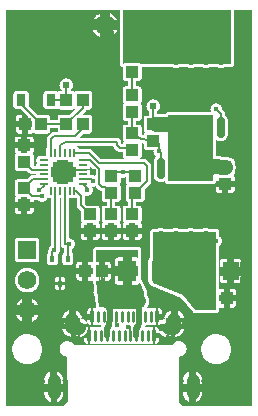
<source format=gtl>
G04 ---------------------------- Layer name :TOP LAYER*
G04 EasyEDA v5.8.22, Wed, 26 Dec 2018 05:37:28 GMT*
G04 8ad1f06e4ff34cadb9936333048842b5*
G04 Gerber Generator version 0.2*
G04 Scale: 100 percent, Rotated: No, Reflected: No *
G04 Dimensions in inches *
G04 leading zeros omitted , absolute positions ,2 integer and 4 decimal *
%FSLAX24Y24*%
%MOIN*%
G90*
G70D02*

%ADD11C,0.019000*%
%ADD12C,0.013000*%
%ADD13C,0.020000*%
%ADD14C,0.021000*%
%ADD15C,0.006000*%
%ADD16C,0.054000*%
%ADD17C,0.008000*%
%ADD18C,0.050000*%
%ADD19C,0.009843*%
%ADD20C,0.011810*%
%ADD21C,0.027559*%
%ADD22C,0.017716*%
%ADD23C,0.024400*%
%ADD24R,0.068900X0.068900*%
%ADD25R,0.010000X0.027560*%
%ADD26R,0.027560X0.010000*%
%ADD27R,0.043307X0.039370*%
%ADD28R,0.063000X0.071000*%
%ADD29R,0.039370X0.043307*%
%ADD30R,0.052000X0.059900*%
%ADD31R,0.015748X0.023622*%
%ADD32R,0.031496X0.039370*%
%ADD33C,0.062000*%
%ADD34R,0.062000X0.062000*%
%ADD35R,0.066929X0.062000*%
%ADD36C,0.066929*%
%ADD37C,0.047240*%
%ADD38C,0.043307*%

%LPD*%
G36*
G01X1881Y7402D02*
G01X1880Y7402D01*
G01X1880Y7402D01*
G01X1876Y7403D01*
G01X1872Y7404D01*
G01X1868Y7405D01*
G01X1864Y7406D01*
G01X1860Y7406D01*
G01X1856Y7406D01*
G01X1851Y7407D01*
G01X1751Y7407D01*
G01X1747Y7406D01*
G01X1743Y7406D01*
G01X1739Y7406D01*
G01X1735Y7405D01*
G01X1731Y7404D01*
G01X1727Y7403D01*
G01X1725Y7403D01*
G01X1723Y7403D01*
G01X1719Y7404D01*
G01X1715Y7405D01*
G01X1711Y7406D01*
G01X1708Y7407D01*
G01X1708Y7628D01*
G01X1485Y7628D01*
G01X1485Y7629D01*
G01X1484Y7633D01*
G01X1483Y7637D01*
G01X1482Y7641D01*
G01X1482Y7642D01*
G01X1482Y7642D01*
G01X1483Y7646D01*
G01X1484Y7650D01*
G01X1485Y7654D01*
G01X1486Y7658D01*
G01X1486Y7662D01*
G01X1486Y7666D01*
G01X1486Y7671D01*
G01X1486Y7771D01*
G01X1486Y7775D01*
G01X1486Y7779D01*
G01X1486Y7783D01*
G01X1485Y7787D01*
G01X1484Y7791D01*
G01X1483Y7795D01*
G01X1482Y7799D01*
G01X1482Y7800D01*
G01X1482Y7800D01*
G01X1483Y7804D01*
G01X1484Y7808D01*
G01X1485Y7812D01*
G01X1486Y7816D01*
G01X1486Y7820D01*
G01X1486Y7824D01*
G01X1486Y7828D01*
G01X1486Y7928D01*
G01X1486Y7933D01*
G01X1486Y7937D01*
G01X1486Y7941D01*
G01X1485Y7945D01*
G01X1484Y7949D01*
G01X1483Y7953D01*
G01X1482Y7957D01*
G01X1482Y7957D01*
G01X1482Y7958D01*
G01X1483Y7962D01*
G01X1484Y7966D01*
G01X1485Y7970D01*
G01X1485Y7972D01*
G01X1708Y7972D01*
G01X1708Y8194D01*
G01X1710Y8194D01*
G01X1714Y8195D01*
G01X1718Y8196D01*
G01X1722Y8197D01*
G01X1723Y8197D01*
G01X1723Y8197D01*
G01X1727Y8196D01*
G01X1731Y8195D01*
G01X1735Y8194D01*
G01X1739Y8193D01*
G01X1743Y8193D01*
G01X1747Y8193D01*
G01X1751Y8192D01*
G01X1851Y8192D01*
G01X1856Y8193D01*
G01X1860Y8193D01*
G01X1864Y8193D01*
G01X1868Y8194D01*
G01X1872Y8195D01*
G01X1876Y8196D01*
G01X1878Y8196D01*
G01X1880Y8196D01*
G01X1884Y8195D01*
G01X1888Y8194D01*
G01X1892Y8193D01*
G01X1896Y8192D01*
G01X1900Y8192D01*
G01X1904Y8192D01*
G01X1909Y8192D01*
G01X2009Y8192D01*
G01X2013Y8192D01*
G01X2017Y8192D01*
G01X2021Y8192D01*
G01X2025Y8193D01*
G01X2029Y8194D01*
G01X2033Y8195D01*
G01X2037Y8196D01*
G01X2040Y8196D01*
G01X2043Y8196D01*
G01X2047Y8195D01*
G01X2051Y8194D01*
G01X2052Y8194D01*
G01X2052Y7972D01*
G01X2312Y7972D01*
G01X2313Y7969D01*
G01X2314Y7965D01*
G01X2315Y7961D01*
G01X2316Y7957D01*
G01X2316Y7955D01*
G01X2316Y7953D01*
G01X2315Y7949D01*
G01X2314Y7945D01*
G01X2313Y7941D01*
G01X2313Y7937D01*
G01X2313Y7933D01*
G01X2313Y7928D01*
G01X2313Y7904D01*
G01X2354Y7904D01*
G01X2357Y7902D01*
G01X2360Y7900D01*
G01X2364Y7898D01*
G01X2368Y7896D01*
G01X2371Y7894D01*
G01X2375Y7892D01*
G01X2379Y7891D01*
G01X2383Y7890D01*
G01X2387Y7889D01*
G01X2391Y7888D01*
G01X2395Y7887D01*
G01X2399Y7886D01*
G01X2403Y7886D01*
G01X2407Y7886D01*
G01X2411Y7886D01*
G01X2686Y7886D01*
G01X2691Y7886D01*
G01X2695Y7886D01*
G01X2699Y7886D01*
G01X2703Y7887D01*
G01X2707Y7888D01*
G01X2711Y7889D01*
G01X2715Y7890D01*
G01X2719Y7891D01*
G01X2723Y7892D01*
G01X2727Y7894D01*
G01X2730Y7896D01*
G01X2734Y7898D01*
G01X2738Y7900D01*
G01X2741Y7902D01*
G01X2744Y7904D01*
G01X2788Y7904D01*
G01X2788Y7928D01*
G01X2787Y7933D01*
G01X2787Y7937D01*
G01X2787Y7941D01*
G01X2786Y7945D01*
G01X2785Y7949D01*
G01X2784Y7953D01*
G01X2783Y7957D01*
G01X2783Y7959D01*
G01X2783Y7961D01*
G01X2784Y7965D01*
G01X2785Y7969D01*
G01X2786Y7973D01*
G01X2786Y7977D01*
G01X2786Y7981D01*
G01X2786Y7986D01*
G01X2786Y8015D01*
G01X2959Y7842D01*
G01X2959Y7679D01*
G01X2951Y7682D01*
G01X2932Y7686D01*
G01X2914Y7689D01*
G01X2897Y7689D01*
G01X2894Y7690D01*
G01X2890Y7692D01*
G01X2885Y7694D01*
G01X2880Y7696D01*
G01X2875Y7697D01*
G01X2871Y7699D01*
G01X2866Y7700D01*
G01X2861Y7701D01*
G01X2856Y7702D01*
G01X2851Y7702D01*
G01X2846Y7703D01*
G01X2841Y7703D01*
G01X2836Y7703D01*
G01X2788Y7703D01*
G01X2788Y7771D01*
G01X2787Y7775D01*
G01X2787Y7779D01*
G01X2787Y7783D01*
G01X2786Y7787D01*
G01X2785Y7791D01*
G01X2784Y7795D01*
G01X2783Y7799D01*
G01X2783Y7800D01*
G01X2783Y7800D01*
G01X2784Y7804D01*
G01X2785Y7808D01*
G01X2786Y7812D01*
G01X2787Y7816D01*
G01X2787Y7820D01*
G01X2787Y7824D01*
G01X2788Y7828D01*
G01X2788Y7854D01*
G01X2743Y7854D01*
G01X2742Y7854D01*
G01X2739Y7856D01*
G01X2735Y7858D01*
G01X2731Y7860D01*
G01X2728Y7862D01*
G01X2724Y7864D01*
G01X2720Y7865D01*
G01X2716Y7866D01*
G01X2712Y7867D01*
G01X2708Y7868D01*
G01X2704Y7869D01*
G01X2700Y7870D01*
G01X2696Y7870D01*
G01X2692Y7870D01*
G01X2688Y7871D01*
G01X2413Y7871D01*
G01X2408Y7870D01*
G01X2404Y7870D01*
G01X2400Y7870D01*
G01X2396Y7869D01*
G01X2392Y7868D01*
G01X2388Y7867D01*
G01X2384Y7866D01*
G01X2380Y7865D01*
G01X2376Y7864D01*
G01X2372Y7862D01*
G01X2369Y7860D01*
G01X2365Y7858D01*
G01X2361Y7856D01*
G01X2358Y7854D01*
G01X2357Y7854D01*
G01X2313Y7854D01*
G01X2313Y7828D01*
G01X2313Y7824D01*
G01X2313Y7820D01*
G01X2313Y7816D01*
G01X2314Y7812D01*
G01X2315Y7808D01*
G01X2316Y7804D01*
G01X2317Y7800D01*
G01X2317Y7800D01*
G01X2317Y7799D01*
G01X2316Y7795D01*
G01X2315Y7791D01*
G01X2314Y7787D01*
G01X2313Y7783D01*
G01X2313Y7779D01*
G01X2313Y7775D01*
G01X2313Y7771D01*
G01X2313Y7671D01*
G01X2313Y7666D01*
G01X2313Y7662D01*
G01X2313Y7658D01*
G01X2314Y7654D01*
G01X2315Y7650D01*
G01X2316Y7646D01*
G01X2317Y7642D01*
G01X2317Y7642D01*
G01X2317Y7641D01*
G01X2316Y7637D01*
G01X2315Y7633D01*
G01X2314Y7629D01*
G01X2314Y7628D01*
G01X2052Y7628D01*
G01X2052Y7405D01*
G01X2051Y7405D01*
G01X2047Y7404D01*
G01X2043Y7403D01*
G01X2039Y7402D01*
G01X2038Y7402D01*
G01X2038Y7402D01*
G01X2034Y7403D01*
G01X2030Y7404D01*
G01X2026Y7405D01*
G01X2022Y7406D01*
G01X2018Y7406D01*
G01X2014Y7406D01*
G01X2009Y7407D01*
G01X1909Y7407D01*
G01X1905Y7406D01*
G01X1901Y7406D01*
G01X1897Y7406D01*
G01X1893Y7405D01*
G01X1889Y7404D01*
G01X1885Y7403D01*
G01X1881Y7402D01*
G37*

%LPC*%

%LPD*%
G36*
G01X1900Y0D02*
G01X0Y0D01*
G01X0Y13200D01*
G01X3800Y13200D01*
G01X3800Y11400D01*
G01X3800Y11395D01*
G01X3800Y11391D01*
G01X3800Y11387D01*
G01X3801Y11383D01*
G01X3802Y11379D01*
G01X3803Y11375D01*
G01X3804Y11371D01*
G01X3805Y11367D01*
G01X3806Y11363D01*
G01X3808Y11359D01*
G01X3810Y11356D01*
G01X3812Y11352D01*
G01X3814Y11348D01*
G01X3816Y11345D01*
G01X3818Y11341D01*
G01X3821Y11338D01*
G01X3823Y11335D01*
G01X3826Y11332D01*
G01X3829Y11329D01*
G01X3832Y11326D01*
G01X3835Y11323D01*
G01X3838Y11321D01*
G01X3841Y11318D01*
G01X3845Y11316D01*
G01X3848Y11314D01*
G01X3852Y11312D01*
G01X3856Y11310D01*
G01X3859Y11308D01*
G01X3863Y11306D01*
G01X3867Y11305D01*
G01X3871Y11304D01*
G01X3875Y11303D01*
G01X3879Y11302D01*
G01X3882Y11301D01*
G01X3882Y10942D01*
G01X3883Y10938D01*
G01X3883Y10934D01*
G01X3883Y10930D01*
G01X3884Y10926D01*
G01X3885Y10922D01*
G01X3886Y10918D01*
G01X3887Y10914D01*
G01X3888Y10910D01*
G01X3889Y10906D01*
G01X3891Y10902D01*
G01X3893Y10899D01*
G01X3895Y10895D01*
G01X3897Y10891D01*
G01X3899Y10888D01*
G01X3901Y10884D01*
G01X3904Y10881D01*
G01X3906Y10878D01*
G01X3909Y10875D01*
G01X3912Y10872D01*
G01X3915Y10869D01*
G01X3918Y10866D01*
G01X3921Y10864D01*
G01X3924Y10861D01*
G01X3928Y10859D01*
G01X3931Y10857D01*
G01X3935Y10855D01*
G01X3939Y10853D01*
G01X3942Y10851D01*
G01X3946Y10849D01*
G01X3950Y10848D01*
G01X3954Y10847D01*
G01X3958Y10846D01*
G01X3962Y10845D01*
G01X3966Y10844D01*
G01X3970Y10843D01*
G01X3974Y10843D01*
G01X3978Y10843D01*
G01X3982Y10842D01*
G01X4059Y10842D01*
G01X4059Y10657D01*
G01X3982Y10657D01*
G01X3978Y10656D01*
G01X3974Y10656D01*
G01X3970Y10656D01*
G01X3966Y10655D01*
G01X3962Y10654D01*
G01X3958Y10653D01*
G01X3954Y10652D01*
G01X3950Y10651D01*
G01X3946Y10650D01*
G01X3942Y10648D01*
G01X3939Y10646D01*
G01X3935Y10644D01*
G01X3931Y10642D01*
G01X3928Y10640D01*
G01X3924Y10638D01*
G01X3921Y10635D01*
G01X3918Y10633D01*
G01X3915Y10630D01*
G01X3912Y10627D01*
G01X3909Y10624D01*
G01X3906Y10621D01*
G01X3904Y10618D01*
G01X3901Y10615D01*
G01X3899Y10611D01*
G01X3897Y10608D01*
G01X3895Y10604D01*
G01X3893Y10600D01*
G01X3891Y10597D01*
G01X3889Y10593D01*
G01X3888Y10589D01*
G01X3887Y10585D01*
G01X3886Y10581D01*
G01X3885Y10577D01*
G01X3884Y10573D01*
G01X3883Y10569D01*
G01X3883Y10565D01*
G01X3883Y10561D01*
G01X3882Y10557D01*
G01X3882Y10163D01*
G01X3883Y10159D01*
G01X3883Y10155D01*
G01X3883Y10151D01*
G01X3884Y10147D01*
G01X3885Y10143D01*
G01X3886Y10139D01*
G01X3887Y10135D01*
G01X3888Y10131D01*
G01X3889Y10127D01*
G01X3891Y10123D01*
G01X3893Y10120D01*
G01X3895Y10116D01*
G01X3897Y10112D01*
G01X3899Y10109D01*
G01X3901Y10105D01*
G01X3904Y10102D01*
G01X3906Y10099D01*
G01X3909Y10096D01*
G01X3912Y10093D01*
G01X3915Y10090D01*
G01X3918Y10087D01*
G01X3921Y10085D01*
G01X3921Y10084D01*
G01X3921Y10084D01*
G01X3918Y10082D01*
G01X3915Y10079D01*
G01X3912Y10076D01*
G01X3909Y10073D01*
G01X3906Y10070D01*
G01X3904Y10067D01*
G01X3901Y10064D01*
G01X3899Y10060D01*
G01X3897Y10057D01*
G01X3895Y10053D01*
G01X3893Y10049D01*
G01X3891Y10046D01*
G01X3889Y10042D01*
G01X3888Y10038D01*
G01X3887Y10034D01*
G01X3886Y10030D01*
G01X3885Y10026D01*
G01X3884Y10022D01*
G01X3883Y10018D01*
G01X3883Y10014D01*
G01X3883Y10010D01*
G01X3882Y10005D01*
G01X3882Y9613D01*
G01X3883Y9608D01*
G01X3883Y9604D01*
G01X3883Y9600D01*
G01X3884Y9596D01*
G01X3885Y9592D01*
G01X3886Y9588D01*
G01X3887Y9584D01*
G01X3888Y9580D01*
G01X3889Y9576D01*
G01X3891Y9572D01*
G01X3893Y9569D01*
G01X3895Y9565D01*
G01X3897Y9561D01*
G01X3899Y9558D01*
G01X3901Y9554D01*
G01X3904Y9551D01*
G01X3906Y9548D01*
G01X3909Y9545D01*
G01X3912Y9542D01*
G01X3915Y9539D01*
G01X3918Y9536D01*
G01X3921Y9534D01*
G01X3924Y9531D01*
G01X3928Y9529D01*
G01X3931Y9527D01*
G01X3935Y9525D01*
G01X3939Y9523D01*
G01X3942Y9521D01*
G01X3946Y9519D01*
G01X3950Y9518D01*
G01X3954Y9517D01*
G01X3958Y9516D01*
G01X3962Y9515D01*
G01X3966Y9514D01*
G01X3970Y9513D01*
G01X3974Y9513D01*
G01X3978Y9513D01*
G01X3982Y9513D01*
G01X4059Y9513D01*
G01X4059Y9386D01*
G01X3982Y9386D01*
G01X3978Y9386D01*
G01X3974Y9386D01*
G01X3970Y9386D01*
G01X3966Y9385D01*
G01X3962Y9384D01*
G01X3958Y9383D01*
G01X3954Y9382D01*
G01X3950Y9381D01*
G01X3946Y9380D01*
G01X3942Y9378D01*
G01X3939Y9376D01*
G01X3935Y9374D01*
G01X3931Y9372D01*
G01X3928Y9370D01*
G01X3924Y9368D01*
G01X3921Y9365D01*
G01X3918Y9363D01*
G01X3915Y9360D01*
G01X3912Y9357D01*
G01X3909Y9354D01*
G01X3906Y9351D01*
G01X3904Y9348D01*
G01X3901Y9345D01*
G01X3899Y9341D01*
G01X3897Y9338D01*
G01X3895Y9334D01*
G01X3893Y9330D01*
G01X3891Y9327D01*
G01X3889Y9323D01*
G01X3888Y9319D01*
G01X3887Y9315D01*
G01X3886Y9311D01*
G01X3885Y9307D01*
G01X3884Y9303D01*
G01X3883Y9299D01*
G01X3883Y9295D01*
G01X3883Y9291D01*
G01X3882Y9286D01*
G01X3882Y8894D01*
G01X3883Y8889D01*
G01X3883Y8885D01*
G01X3883Y8881D01*
G01X3884Y8877D01*
G01X3885Y8873D01*
G01X3886Y8869D01*
G01X3887Y8865D01*
G01X3888Y8861D01*
G01X3889Y8857D01*
G01X3891Y8853D01*
G01X3893Y8850D01*
G01X3895Y8846D01*
G01X3897Y8842D01*
G01X3899Y8839D01*
G01X3901Y8835D01*
G01X3904Y8832D01*
G01X3906Y8829D01*
G01X3909Y8826D01*
G01X3912Y8823D01*
G01X3915Y8820D01*
G01X3918Y8817D01*
G01X3921Y8815D01*
G01X3921Y8815D01*
G01X3921Y8814D01*
G01X3918Y8812D01*
G01X3915Y8809D01*
G01X3912Y8806D01*
G01X3909Y8803D01*
G01X3906Y8800D01*
G01X3904Y8797D01*
G01X3901Y8794D01*
G01X3899Y8790D01*
G01X3897Y8787D01*
G01X3895Y8783D01*
G01X3893Y8779D01*
G01X3891Y8776D01*
G01X3889Y8772D01*
G01X3888Y8768D01*
G01X3887Y8764D01*
G01X3886Y8760D01*
G01X3885Y8756D01*
G01X3884Y8752D01*
G01X3883Y8748D01*
G01X3883Y8744D01*
G01X3883Y8740D01*
G01X3883Y8740D01*
G01X3857Y8740D01*
G01X3840Y8757D01*
G01X3840Y8800D01*
G01X3839Y8804D01*
G01X3839Y8809D01*
G01X3839Y8814D01*
G01X3838Y8819D01*
G01X3837Y8824D01*
G01X3836Y8829D01*
G01X3835Y8833D01*
G01X3834Y8838D01*
G01X3833Y8843D01*
G01X3831Y8847D01*
G01X3829Y8852D01*
G01X3827Y8856D01*
G01X3825Y8861D01*
G01X3823Y8865D01*
G01X3821Y8869D01*
G01X3818Y8874D01*
G01X3816Y8878D01*
G01X3813Y8882D01*
G01X3810Y8886D01*
G01X3807Y8889D01*
G01X3804Y8893D01*
G01X3800Y8897D01*
G01X3797Y8900D01*
G01X3793Y8904D01*
G01X3789Y8907D01*
G01X3786Y8910D01*
G01X3782Y8913D01*
G01X3778Y8916D01*
G01X3774Y8918D01*
G01X3769Y8921D01*
G01X3765Y8923D01*
G01X3761Y8925D01*
G01X3756Y8927D01*
G01X3752Y8929D01*
G01X3747Y8931D01*
G01X3743Y8933D01*
G01X3738Y8934D01*
G01X3733Y8935D01*
G01X3729Y8936D01*
G01X3724Y8937D01*
G01X3719Y8938D01*
G01X3714Y8939D01*
G01X3709Y8939D01*
G01X3704Y8939D01*
G01X3700Y8940D01*
G01X2437Y8940D01*
G01X2581Y9083D01*
G01X2757Y9083D01*
G01X2761Y9083D01*
G01X2765Y9083D01*
G01X2769Y9084D01*
G01X2773Y9084D01*
G01X2778Y9085D01*
G01X2782Y9086D01*
G01X2786Y9087D01*
G01X2789Y9088D01*
G01X2793Y9090D01*
G01X2797Y9091D01*
G01X2801Y9093D01*
G01X2805Y9095D01*
G01X2808Y9097D01*
G01X2812Y9099D01*
G01X2815Y9102D01*
G01X2818Y9104D01*
G01X2822Y9107D01*
G01X2825Y9109D01*
G01X2828Y9112D01*
G01X2831Y9115D01*
G01X2833Y9118D01*
G01X2836Y9122D01*
G01X2838Y9125D01*
G01X2841Y9128D01*
G01X2843Y9132D01*
G01X2845Y9135D01*
G01X2847Y9139D01*
G01X2849Y9143D01*
G01X2850Y9147D01*
G01X2852Y9151D01*
G01X2853Y9154D01*
G01X2854Y9158D01*
G01X2855Y9162D01*
G01X2856Y9167D01*
G01X2856Y9171D01*
G01X2857Y9175D01*
G01X2857Y9179D01*
G01X2857Y9183D01*
G01X2857Y9616D01*
G01X2857Y9620D01*
G01X2857Y9624D01*
G01X2856Y9628D01*
G01X2856Y9632D01*
G01X2855Y9637D01*
G01X2854Y9641D01*
G01X2853Y9645D01*
G01X2852Y9649D01*
G01X2850Y9652D01*
G01X2849Y9656D01*
G01X2847Y9660D01*
G01X2845Y9664D01*
G01X2843Y9667D01*
G01X2841Y9671D01*
G01X2838Y9674D01*
G01X2836Y9677D01*
G01X2833Y9681D01*
G01X2831Y9684D01*
G01X2828Y9687D01*
G01X2825Y9690D01*
G01X2822Y9692D01*
G01X2818Y9695D01*
G01X2815Y9697D01*
G01X2812Y9700D01*
G01X2808Y9702D01*
G01X2805Y9704D01*
G01X2801Y9706D01*
G01X2797Y9708D01*
G01X2793Y9709D01*
G01X2789Y9711D01*
G01X2786Y9712D01*
G01X2782Y9713D01*
G01X2778Y9714D01*
G01X2773Y9715D01*
G01X2769Y9715D01*
G01X2765Y9716D01*
G01X2761Y9716D01*
G01X2757Y9716D01*
G01X2523Y9716D01*
G01X2659Y9852D01*
G01X2663Y9855D01*
G01X2666Y9859D01*
G01X2669Y9863D01*
G01X2672Y9867D01*
G01X2675Y9871D01*
G01X2678Y9875D01*
G01X2680Y9879D01*
G01X2683Y9883D01*
G01X2757Y9883D01*
G01X2761Y9883D01*
G01X2765Y9883D01*
G01X2769Y9884D01*
G01X2773Y9884D01*
G01X2778Y9885D01*
G01X2782Y9886D01*
G01X2786Y9887D01*
G01X2789Y9888D01*
G01X2793Y9890D01*
G01X2797Y9891D01*
G01X2801Y9893D01*
G01X2805Y9895D01*
G01X2808Y9897D01*
G01X2812Y9899D01*
G01X2815Y9902D01*
G01X2818Y9904D01*
G01X2822Y9907D01*
G01X2825Y9909D01*
G01X2828Y9912D01*
G01X2831Y9915D01*
G01X2833Y9918D01*
G01X2836Y9922D01*
G01X2838Y9925D01*
G01X2841Y9928D01*
G01X2843Y9932D01*
G01X2845Y9935D01*
G01X2847Y9939D01*
G01X2849Y9943D01*
G01X2850Y9947D01*
G01X2852Y9951D01*
G01X2853Y9954D01*
G01X2854Y9958D01*
G01X2855Y9962D01*
G01X2856Y9967D01*
G01X2856Y9971D01*
G01X2857Y9975D01*
G01X2857Y9979D01*
G01X2857Y9983D01*
G01X2857Y10416D01*
G01X2857Y10420D01*
G01X2857Y10424D01*
G01X2856Y10428D01*
G01X2856Y10432D01*
G01X2855Y10437D01*
G01X2854Y10441D01*
G01X2853Y10445D01*
G01X2852Y10449D01*
G01X2850Y10452D01*
G01X2849Y10456D01*
G01X2847Y10460D01*
G01X2845Y10464D01*
G01X2843Y10467D01*
G01X2841Y10471D01*
G01X2838Y10474D01*
G01X2836Y10477D01*
G01X2833Y10481D01*
G01X2831Y10484D01*
G01X2828Y10487D01*
G01X2825Y10490D01*
G01X2822Y10492D01*
G01X2818Y10495D01*
G01X2815Y10497D01*
G01X2812Y10500D01*
G01X2808Y10502D01*
G01X2805Y10504D01*
G01X2801Y10506D01*
G01X2797Y10508D01*
G01X2793Y10509D01*
G01X2789Y10511D01*
G01X2786Y10512D01*
G01X2782Y10513D01*
G01X2778Y10514D01*
G01X2773Y10515D01*
G01X2769Y10515D01*
G01X2765Y10516D01*
G01X2761Y10516D01*
G01X2757Y10516D01*
G01X2363Y10516D01*
G01X2359Y10516D01*
G01X2355Y10516D01*
G01X2351Y10515D01*
G01X2347Y10515D01*
G01X2343Y10514D01*
G01X2339Y10513D01*
G01X2335Y10512D01*
G01X2331Y10511D01*
G01X2327Y10509D01*
G01X2323Y10508D01*
G01X2319Y10506D01*
G01X2316Y10504D01*
G01X2312Y10502D01*
G01X2309Y10500D01*
G01X2305Y10497D01*
G01X2302Y10495D01*
G01X2299Y10492D01*
G01X2296Y10490D01*
G01X2293Y10487D01*
G01X2290Y10484D01*
G01X2287Y10481D01*
G01X2285Y10478D01*
G01X2282Y10481D01*
G01X2279Y10484D01*
G01X2277Y10487D01*
G01X2274Y10490D01*
G01X2270Y10492D01*
G01X2267Y10495D01*
G01X2264Y10497D01*
G01X2260Y10500D01*
G01X2257Y10502D01*
G01X2253Y10504D01*
G01X2250Y10506D01*
G01X2246Y10508D01*
G01X2242Y10509D01*
G01X2238Y10511D01*
G01X2234Y10512D01*
G01X2230Y10513D01*
G01X2226Y10514D01*
G01X2222Y10515D01*
G01X2218Y10515D01*
G01X2214Y10516D01*
G01X2210Y10516D01*
G01X2206Y10516D01*
G01X2149Y10516D01*
G01X2149Y10534D01*
G01X2155Y10540D01*
G01X2170Y10556D01*
G01X2184Y10574D01*
G01X2195Y10593D01*
G01X2205Y10613D01*
G01X2213Y10634D01*
G01X2218Y10655D01*
G01X2221Y10677D01*
G01X2223Y10700D01*
G01X2221Y10722D01*
G01X2218Y10744D01*
G01X2213Y10765D01*
G01X2205Y10786D01*
G01X2195Y10806D01*
G01X2184Y10825D01*
G01X2170Y10843D01*
G01X2155Y10859D01*
G01X2139Y10874D01*
G01X2120Y10887D01*
G01X2101Y10898D01*
G01X2081Y10907D01*
G01X2060Y10914D01*
G01X2038Y10919D01*
G01X2016Y10922D01*
G01X1994Y10922D01*
G01X1972Y10921D01*
G01X1950Y10917D01*
G01X1928Y10911D01*
G01X1908Y10903D01*
G01X1888Y10893D01*
G01X1869Y10881D01*
G01X1852Y10867D01*
G01X1836Y10851D01*
G01X1822Y10834D01*
G01X1809Y10816D01*
G01X1799Y10796D01*
G01X1790Y10776D01*
G01X1783Y10755D01*
G01X1779Y10733D01*
G01X1777Y10711D01*
G01X1777Y10688D01*
G01X1779Y10666D01*
G01X1783Y10644D01*
G01X1790Y10623D01*
G01X1799Y10603D01*
G01X1809Y10583D01*
G01X1822Y10565D01*
G01X1836Y10548D01*
G01X1852Y10532D01*
G01X1869Y10519D01*
G01X1869Y10516D01*
G01X1812Y10516D01*
G01X1808Y10516D01*
G01X1804Y10516D01*
G01X1800Y10515D01*
G01X1796Y10515D01*
G01X1792Y10514D01*
G01X1788Y10513D01*
G01X1784Y10512D01*
G01X1780Y10511D01*
G01X1776Y10509D01*
G01X1772Y10508D01*
G01X1768Y10506D01*
G01X1765Y10504D01*
G01X1761Y10502D01*
G01X1757Y10500D01*
G01X1754Y10497D01*
G01X1751Y10495D01*
G01X1747Y10492D01*
G01X1744Y10490D01*
G01X1741Y10487D01*
G01X1739Y10484D01*
G01X1736Y10481D01*
G01X1733Y10477D01*
G01X1731Y10474D01*
G01X1728Y10471D01*
G01X1727Y10468D01*
G01X1725Y10470D01*
G01X1722Y10473D01*
G01X1718Y10475D01*
G01X1715Y10478D01*
G01X1712Y10480D01*
G01X1708Y10482D01*
G01X1705Y10484D01*
G01X1701Y10486D01*
G01X1697Y10488D01*
G01X1693Y10489D01*
G01X1689Y10491D01*
G01X1686Y10492D01*
G01X1682Y10493D01*
G01X1678Y10494D01*
G01X1673Y10495D01*
G01X1669Y10496D01*
G01X1665Y10496D01*
G01X1661Y10496D01*
G01X1657Y10496D01*
G01X1342Y10496D01*
G01X1338Y10496D01*
G01X1334Y10496D01*
G01X1330Y10496D01*
G01X1326Y10495D01*
G01X1321Y10494D01*
G01X1317Y10493D01*
G01X1313Y10492D01*
G01X1310Y10491D01*
G01X1306Y10489D01*
G01X1302Y10488D01*
G01X1298Y10486D01*
G01X1294Y10484D01*
G01X1291Y10482D01*
G01X1287Y10480D01*
G01X1284Y10478D01*
G01X1281Y10475D01*
G01X1277Y10473D01*
G01X1274Y10470D01*
G01X1271Y10467D01*
G01X1268Y10464D01*
G01X1266Y10461D01*
G01X1263Y10458D01*
G01X1261Y10454D01*
G01X1258Y10451D01*
G01X1256Y10447D01*
G01X1254Y10444D01*
G01X1252Y10440D01*
G01X1250Y10436D01*
G01X1249Y10433D01*
G01X1247Y10429D01*
G01X1246Y10425D01*
G01X1245Y10421D01*
G01X1244Y10417D01*
G01X1243Y10413D01*
G01X1243Y10409D01*
G01X1242Y10405D01*
G01X1242Y10400D01*
G01X1242Y10396D01*
G01X1242Y10003D01*
G01X1242Y9998D01*
G01X1242Y9994D01*
G01X1243Y9990D01*
G01X1243Y9986D01*
G01X1244Y9982D01*
G01X1245Y9978D01*
G01X1246Y9974D01*
G01X1247Y9970D01*
G01X1249Y9966D01*
G01X1250Y9962D01*
G01X1252Y9959D01*
G01X1254Y9955D01*
G01X1256Y9951D01*
G01X1258Y9948D01*
G01X1261Y9944D01*
G01X1263Y9941D01*
G01X1266Y9938D01*
G01X1268Y9935D01*
G01X1271Y9932D01*
G01X1274Y9929D01*
G01X1277Y9926D01*
G01X1281Y9924D01*
G01X1284Y9921D01*
G01X1287Y9919D01*
G01X1291Y9917D01*
G01X1294Y9915D01*
G01X1298Y9913D01*
G01X1302Y9911D01*
G01X1306Y9909D01*
G01X1310Y9908D01*
G01X1313Y9907D01*
G01X1317Y9906D01*
G01X1321Y9905D01*
G01X1326Y9904D01*
G01X1330Y9903D01*
G01X1334Y9903D01*
G01X1338Y9903D01*
G01X1342Y9903D01*
G01X1657Y9903D01*
G01X1661Y9903D01*
G01X1665Y9903D01*
G01X1669Y9903D01*
G01X1673Y9904D01*
G01X1678Y9905D01*
G01X1682Y9906D01*
G01X1686Y9907D01*
G01X1689Y9908D01*
G01X1693Y9909D01*
G01X1697Y9911D01*
G01X1701Y9913D01*
G01X1705Y9915D01*
G01X1708Y9917D01*
G01X1712Y9919D01*
G01X1715Y9921D01*
G01X1718Y9924D01*
G01X1722Y9926D01*
G01X1725Y9929D01*
G01X1727Y9931D01*
G01X1728Y9928D01*
G01X1731Y9925D01*
G01X1733Y9922D01*
G01X1736Y9918D01*
G01X1739Y9915D01*
G01X1741Y9912D01*
G01X1744Y9909D01*
G01X1747Y9907D01*
G01X1751Y9904D01*
G01X1754Y9902D01*
G01X1757Y9899D01*
G01X1761Y9897D01*
G01X1765Y9895D01*
G01X1768Y9893D01*
G01X1772Y9891D01*
G01X1776Y9890D01*
G01X1780Y9888D01*
G01X1784Y9887D01*
G01X1788Y9886D01*
G01X1792Y9885D01*
G01X1796Y9884D01*
G01X1800Y9884D01*
G01X1804Y9883D01*
G01X1808Y9883D01*
G01X1812Y9883D01*
G01X2206Y9883D01*
G01X2210Y9883D01*
G01X2214Y9883D01*
G01X2218Y9884D01*
G01X2222Y9884D01*
G01X2226Y9885D01*
G01X2230Y9886D01*
G01X2234Y9887D01*
G01X2238Y9888D01*
G01X2242Y9890D01*
G01X2246Y9891D01*
G01X2250Y9893D01*
G01X2253Y9895D01*
G01X2257Y9897D01*
G01X2260Y9899D01*
G01X2264Y9902D01*
G01X2267Y9904D01*
G01X2270Y9907D01*
G01X2274Y9909D01*
G01X2277Y9912D01*
G01X2279Y9915D01*
G01X2282Y9918D01*
G01X2285Y9921D01*
G01X2287Y9918D01*
G01X2290Y9915D01*
G01X2293Y9912D01*
G01X2296Y9909D01*
G01X2299Y9907D01*
G01X2302Y9904D01*
G01X2305Y9902D01*
G01X2309Y9899D01*
G01X2310Y9898D01*
G01X2127Y9716D01*
G01X1812Y9716D01*
G01X1808Y9716D01*
G01X1804Y9716D01*
G01X1800Y9715D01*
G01X1796Y9715D01*
G01X1792Y9714D01*
G01X1788Y9713D01*
G01X1784Y9712D01*
G01X1780Y9711D01*
G01X1776Y9709D01*
G01X1772Y9708D01*
G01X1768Y9706D01*
G01X1765Y9704D01*
G01X1761Y9702D01*
G01X1757Y9700D01*
G01X1754Y9697D01*
G01X1751Y9695D01*
G01X1747Y9692D01*
G01X1744Y9690D01*
G01X1741Y9687D01*
G01X1739Y9684D01*
G01X1736Y9681D01*
G01X1733Y9677D01*
G01X1731Y9674D01*
G01X1728Y9671D01*
G01X1726Y9667D01*
G01X1724Y9664D01*
G01X1722Y9660D01*
G01X1721Y9656D01*
G01X1719Y9652D01*
G01X1718Y9649D01*
G01X1716Y9645D01*
G01X1715Y9641D01*
G01X1714Y9637D01*
G01X1713Y9632D01*
G01X1713Y9628D01*
G01X1712Y9624D01*
G01X1712Y9620D01*
G01X1712Y9616D01*
G01X1712Y9540D01*
G01X1472Y9540D01*
G01X1472Y9616D01*
G01X1472Y9620D01*
G01X1472Y9624D01*
G01X1471Y9628D01*
G01X1471Y9632D01*
G01X1470Y9637D01*
G01X1469Y9641D01*
G01X1468Y9645D01*
G01X1466Y9648D01*
G01X1465Y9652D01*
G01X1463Y9656D01*
G01X1462Y9660D01*
G01X1460Y9664D01*
G01X1458Y9667D01*
G01X1456Y9671D01*
G01X1453Y9674D01*
G01X1451Y9677D01*
G01X1448Y9681D01*
G01X1445Y9684D01*
G01X1443Y9687D01*
G01X1440Y9690D01*
G01X1437Y9692D01*
G01X1433Y9695D01*
G01X1430Y9697D01*
G01X1427Y9700D01*
G01X1423Y9702D01*
G01X1419Y9704D01*
G01X1416Y9706D01*
G01X1412Y9708D01*
G01X1408Y9709D01*
G01X1404Y9711D01*
G01X1400Y9712D01*
G01X1396Y9713D01*
G01X1392Y9714D01*
G01X1388Y9715D01*
G01X1384Y9715D01*
G01X1380Y9716D01*
G01X1376Y9716D01*
G01X1372Y9716D01*
G01X1057Y9716D01*
G01X757Y10016D01*
G01X757Y10396D01*
G01X757Y10400D01*
G01X757Y10405D01*
G01X756Y10409D01*
G01X756Y10413D01*
G01X755Y10417D01*
G01X754Y10421D01*
G01X753Y10425D01*
G01X752Y10429D01*
G01X750Y10433D01*
G01X749Y10436D01*
G01X747Y10440D01*
G01X745Y10444D01*
G01X743Y10447D01*
G01X741Y10451D01*
G01X738Y10454D01*
G01X736Y10458D01*
G01X733Y10461D01*
G01X731Y10464D01*
G01X728Y10467D01*
G01X725Y10470D01*
G01X722Y10473D01*
G01X718Y10475D01*
G01X715Y10478D01*
G01X712Y10480D01*
G01X708Y10482D01*
G01X705Y10484D01*
G01X701Y10486D01*
G01X697Y10488D01*
G01X693Y10489D01*
G01X689Y10491D01*
G01X686Y10492D01*
G01X682Y10493D01*
G01X678Y10494D01*
G01X673Y10495D01*
G01X669Y10496D01*
G01X665Y10496D01*
G01X661Y10496D01*
G01X657Y10496D01*
G01X342Y10496D01*
G01X338Y10496D01*
G01X334Y10496D01*
G01X330Y10496D01*
G01X326Y10495D01*
G01X321Y10494D01*
G01X317Y10493D01*
G01X313Y10492D01*
G01X310Y10491D01*
G01X306Y10489D01*
G01X302Y10488D01*
G01X298Y10486D01*
G01X294Y10484D01*
G01X291Y10482D01*
G01X287Y10480D01*
G01X284Y10478D01*
G01X281Y10475D01*
G01X277Y10473D01*
G01X274Y10470D01*
G01X271Y10467D01*
G01X268Y10464D01*
G01X266Y10461D01*
G01X263Y10458D01*
G01X261Y10454D01*
G01X258Y10451D01*
G01X256Y10447D01*
G01X254Y10444D01*
G01X252Y10440D01*
G01X250Y10436D01*
G01X249Y10433D01*
G01X247Y10429D01*
G01X246Y10425D01*
G01X245Y10421D01*
G01X244Y10417D01*
G01X243Y10413D01*
G01X243Y10409D01*
G01X242Y10405D01*
G01X242Y10400D01*
G01X242Y10396D01*
G01X242Y10003D01*
G01X242Y9998D01*
G01X242Y9994D01*
G01X243Y9990D01*
G01X243Y9986D01*
G01X244Y9982D01*
G01X245Y9978D01*
G01X246Y9974D01*
G01X247Y9970D01*
G01X249Y9966D01*
G01X250Y9962D01*
G01X252Y9959D01*
G01X254Y9955D01*
G01X256Y9951D01*
G01X258Y9948D01*
G01X261Y9944D01*
G01X263Y9941D01*
G01X266Y9938D01*
G01X268Y9935D01*
G01X271Y9932D01*
G01X274Y9929D01*
G01X277Y9926D01*
G01X281Y9924D01*
G01X284Y9921D01*
G01X287Y9919D01*
G01X291Y9917D01*
G01X294Y9915D01*
G01X298Y9913D01*
G01X302Y9911D01*
G01X306Y9909D01*
G01X310Y9908D01*
G01X313Y9907D01*
G01X317Y9906D01*
G01X321Y9905D01*
G01X326Y9904D01*
G01X330Y9903D01*
G01X334Y9903D01*
G01X338Y9903D01*
G01X342Y9903D01*
G01X474Y9903D01*
G01X722Y9654D01*
G01X722Y9508D01*
G01X869Y9508D01*
G01X878Y9498D01*
G01X878Y9291D01*
G01X722Y9291D01*
G01X722Y9083D01*
G01X821Y9083D01*
G01X825Y9083D01*
G01X829Y9083D01*
G01X833Y9084D01*
G01X837Y9084D01*
G01X841Y9085D01*
G01X845Y9086D01*
G01X849Y9087D01*
G01X853Y9088D01*
G01X857Y9090D01*
G01X861Y9091D01*
G01X865Y9093D01*
G01X868Y9095D01*
G01X872Y9097D01*
G01X875Y9099D01*
G01X879Y9102D01*
G01X882Y9104D01*
G01X885Y9107D01*
G01X888Y9109D01*
G01X891Y9112D01*
G01X894Y9115D01*
G01X897Y9118D01*
G01X899Y9121D01*
G01X902Y9118D01*
G01X905Y9115D01*
G01X907Y9112D01*
G01X910Y9109D01*
G01X914Y9107D01*
G01X917Y9104D01*
G01X920Y9102D01*
G01X924Y9099D01*
G01X927Y9097D01*
G01X931Y9095D01*
G01X934Y9093D01*
G01X938Y9091D01*
G01X942Y9090D01*
G01X946Y9088D01*
G01X950Y9087D01*
G01X954Y9086D01*
G01X958Y9085D01*
G01X962Y9084D01*
G01X966Y9084D01*
G01X970Y9083D01*
G01X974Y9083D01*
G01X978Y9083D01*
G01X1372Y9083D01*
G01X1376Y9083D01*
G01X1380Y9083D01*
G01X1384Y9084D01*
G01X1388Y9084D01*
G01X1392Y9085D01*
G01X1396Y9086D01*
G01X1400Y9087D01*
G01X1404Y9088D01*
G01X1408Y9090D01*
G01X1412Y9091D01*
G01X1416Y9093D01*
G01X1419Y9095D01*
G01X1423Y9097D01*
G01X1427Y9099D01*
G01X1430Y9102D01*
G01X1433Y9104D01*
G01X1437Y9107D01*
G01X1440Y9109D01*
G01X1443Y9112D01*
G01X1445Y9115D01*
G01X1448Y9118D01*
G01X1451Y9122D01*
G01X1453Y9125D01*
G01X1456Y9128D01*
G01X1458Y9132D01*
G01X1460Y9135D01*
G01X1462Y9139D01*
G01X1463Y9143D01*
G01X1465Y9147D01*
G01X1466Y9150D01*
G01X1468Y9154D01*
G01X1469Y9158D01*
G01X1470Y9162D01*
G01X1471Y9167D01*
G01X1471Y9171D01*
G01X1472Y9175D01*
G01X1472Y9179D01*
G01X1472Y9183D01*
G01X1472Y9259D01*
G01X1712Y9259D01*
G01X1712Y9183D01*
G01X1712Y9179D01*
G01X1712Y9175D01*
G01X1713Y9171D01*
G01X1713Y9167D01*
G01X1714Y9162D01*
G01X1715Y9158D01*
G01X1716Y9154D01*
G01X1718Y9151D01*
G01X1719Y9147D01*
G01X1721Y9143D01*
G01X1722Y9140D01*
G01X1600Y9140D01*
G01X1594Y9139D01*
G01X1590Y9139D01*
G01X1585Y9139D01*
G01X1580Y9138D01*
G01X1575Y9137D01*
G01X1570Y9136D01*
G01X1565Y9135D01*
G01X1560Y9134D01*
G01X1555Y9132D01*
G01X1551Y9131D01*
G01X1546Y9129D01*
G01X1541Y9127D01*
G01X1537Y9125D01*
G01X1532Y9122D01*
G01X1528Y9120D01*
G01X1524Y9117D01*
G01X1520Y9115D01*
G01X1516Y9112D01*
G01X1512Y9109D01*
G01X1508Y9105D01*
G01X1504Y9102D01*
G01X1501Y9098D01*
G01X1401Y8998D01*
G01X1397Y8995D01*
G01X1394Y8991D01*
G01X1390Y8987D01*
G01X1387Y8983D01*
G01X1384Y8979D01*
G01X1382Y8975D01*
G01X1379Y8971D01*
G01X1377Y8967D01*
G01X1374Y8962D01*
G01X1372Y8958D01*
G01X1370Y8953D01*
G01X1368Y8948D01*
G01X1367Y8944D01*
G01X1365Y8939D01*
G01X1364Y8934D01*
G01X1363Y8929D01*
G01X1362Y8924D01*
G01X1361Y8919D01*
G01X1360Y8914D01*
G01X1360Y8909D01*
G01X1360Y8905D01*
G01X1359Y8900D01*
G01X1359Y8629D01*
G01X1359Y8628D01*
G01X1356Y8625D01*
G01X1354Y8621D01*
G01X1352Y8618D01*
G01X1350Y8614D01*
G01X1348Y8610D01*
G01X1346Y8607D01*
G01X1344Y8603D01*
G01X1343Y8599D01*
G01X1342Y8595D01*
G01X1341Y8591D01*
G01X1340Y8587D01*
G01X1339Y8583D01*
G01X1338Y8579D01*
G01X1338Y8575D01*
G01X1338Y8571D01*
G01X1338Y8567D01*
G01X1338Y8344D01*
G01X1111Y8344D01*
G01X1107Y8343D01*
G01X1103Y8343D01*
G01X1099Y8343D01*
G01X1095Y8342D01*
G01X1091Y8341D01*
G01X1087Y8340D01*
G01X1083Y8339D01*
G01X1079Y8338D01*
G01X1075Y8337D01*
G01X1071Y8335D01*
G01X1068Y8333D01*
G01X1064Y8331D01*
G01X1060Y8329D01*
G01X1057Y8327D01*
G01X1053Y8325D01*
G01X1050Y8322D01*
G01X1047Y8320D01*
G01X1044Y8317D01*
G01X1041Y8314D01*
G01X1038Y8311D01*
G01X1035Y8308D01*
G01X1033Y8305D01*
G01X1030Y8302D01*
G01X1028Y8298D01*
G01X1026Y8295D01*
G01X1024Y8291D01*
G01X1022Y8287D01*
G01X1020Y8284D01*
G01X1018Y8280D01*
G01X1017Y8276D01*
G01X1016Y8272D01*
G01X1015Y8268D01*
G01X1014Y8264D01*
G01X1013Y8260D01*
G01X1012Y8256D01*
G01X1012Y8252D01*
G01X1012Y8248D01*
G01X1011Y8244D01*
G01X1011Y8144D01*
G01X1012Y8139D01*
G01X1012Y8135D01*
G01X1012Y8131D01*
G01X1013Y8127D01*
G01X1014Y8123D01*
G01X1015Y8119D01*
G01X1016Y8115D01*
G01X1015Y8111D01*
G01X1014Y8107D01*
G01X1013Y8103D01*
G01X1012Y8099D01*
G01X1012Y8095D01*
G01X1012Y8091D01*
G01X1011Y8086D01*
G01X1011Y8019D01*
G01X917Y8019D01*
G01X917Y8019D01*
G01X917Y8336D01*
G01X916Y8340D01*
G01X916Y8344D01*
G01X916Y8348D01*
G01X915Y8352D01*
G01X914Y8356D01*
G01X913Y8360D01*
G01X912Y8364D01*
G01X911Y8368D01*
G01X910Y8372D01*
G01X908Y8376D01*
G01X906Y8379D01*
G01X904Y8383D01*
G01X902Y8387D01*
G01X900Y8390D01*
G01X898Y8394D01*
G01X895Y8397D01*
G01X893Y8400D01*
G01X890Y8403D01*
G01X887Y8406D01*
G01X884Y8409D01*
G01X881Y8412D01*
G01X878Y8414D01*
G01X878Y8415D01*
G01X878Y8415D01*
G01X881Y8417D01*
G01X884Y8420D01*
G01X887Y8423D01*
G01X890Y8426D01*
G01X893Y8429D01*
G01X895Y8432D01*
G01X898Y8435D01*
G01X900Y8439D01*
G01X902Y8442D01*
G01X904Y8446D01*
G01X906Y8450D01*
G01X908Y8453D01*
G01X910Y8457D01*
G01X911Y8461D01*
G01X912Y8465D01*
G01X913Y8469D01*
G01X914Y8473D01*
G01X915Y8477D01*
G01X916Y8481D01*
G01X916Y8485D01*
G01X916Y8489D01*
G01X917Y8494D01*
G01X917Y8592D01*
G01X916Y8592D01*
G01X708Y8592D01*
G01X708Y8436D01*
G01X491Y8436D01*
G01X491Y8592D01*
G01X283Y8592D01*
G01X282Y8592D01*
G01X282Y8494D01*
G01X283Y8489D01*
G01X283Y8485D01*
G01X283Y8481D01*
G01X284Y8477D01*
G01X285Y8473D01*
G01X286Y8469D01*
G01X287Y8465D01*
G01X288Y8461D01*
G01X289Y8457D01*
G01X291Y8453D01*
G01X293Y8450D01*
G01X295Y8446D01*
G01X297Y8442D01*
G01X299Y8439D01*
G01X301Y8435D01*
G01X304Y8432D01*
G01X306Y8429D01*
G01X309Y8426D01*
G01X312Y8423D01*
G01X315Y8420D01*
G01X318Y8417D01*
G01X321Y8415D01*
G01X321Y8415D01*
G01X321Y8414D01*
G01X318Y8412D01*
G01X315Y8409D01*
G01X312Y8406D01*
G01X309Y8403D01*
G01X306Y8400D01*
G01X304Y8397D01*
G01X301Y8394D01*
G01X299Y8390D01*
G01X297Y8387D01*
G01X295Y8383D01*
G01X293Y8379D01*
G01X291Y8376D01*
G01X289Y8372D01*
G01X288Y8368D01*
G01X287Y8364D01*
G01X286Y8360D01*
G01X285Y8356D01*
G01X284Y8352D01*
G01X283Y8348D01*
G01X283Y8344D01*
G01X283Y8340D01*
G01X282Y8336D01*
G01X282Y7942D01*
G01X283Y7938D01*
G01X283Y7934D01*
G01X283Y7930D01*
G01X284Y7926D01*
G01X285Y7922D01*
G01X286Y7918D01*
G01X287Y7914D01*
G01X288Y7910D01*
G01X289Y7906D01*
G01X291Y7902D01*
G01X293Y7899D01*
G01X295Y7895D01*
G01X297Y7891D01*
G01X299Y7888D01*
G01X301Y7884D01*
G01X304Y7881D01*
G01X306Y7878D01*
G01X309Y7875D01*
G01X312Y7872D01*
G01X315Y7869D01*
G01X318Y7866D01*
G01X321Y7864D01*
G01X324Y7861D01*
G01X328Y7859D01*
G01X331Y7857D01*
G01X335Y7855D01*
G01X339Y7853D01*
G01X342Y7851D01*
G01X346Y7849D01*
G01X350Y7848D01*
G01X354Y7847D01*
G01X358Y7846D01*
G01X362Y7845D01*
G01X366Y7844D01*
G01X370Y7843D01*
G01X374Y7843D01*
G01X378Y7843D01*
G01X382Y7842D01*
G01X698Y7842D01*
G01X761Y7780D01*
G01X764Y7776D01*
G01X768Y7773D01*
G01X772Y7769D01*
G01X776Y7766D01*
G01X780Y7763D01*
G01X784Y7761D01*
G01X788Y7758D01*
G01X792Y7756D01*
G01X797Y7753D01*
G01X801Y7751D01*
G01X806Y7749D01*
G01X811Y7747D01*
G01X815Y7746D01*
G01X820Y7744D01*
G01X825Y7743D01*
G01X830Y7742D01*
G01X835Y7741D01*
G01X840Y7740D01*
G01X845Y7739D01*
G01X850Y7739D01*
G01X855Y7739D01*
G01X859Y7738D01*
G01X1011Y7738D01*
G01X1011Y7703D01*
G01X903Y7703D01*
G01X898Y7702D01*
G01X893Y7702D01*
G01X888Y7702D01*
G01X883Y7701D01*
G01X878Y7700D01*
G01X873Y7699D01*
G01X868Y7698D01*
G01X863Y7697D01*
G01X858Y7695D01*
G01X854Y7694D01*
G01X849Y7692D01*
G01X844Y7690D01*
G01X840Y7688D01*
G01X836Y7685D01*
G01X831Y7683D01*
G01X827Y7680D01*
G01X823Y7678D01*
G01X819Y7675D01*
G01X815Y7672D01*
G01X811Y7668D01*
G01X807Y7665D01*
G01X804Y7662D01*
G01X698Y7557D01*
G01X382Y7557D01*
G01X378Y7556D01*
G01X374Y7556D01*
G01X370Y7556D01*
G01X366Y7555D01*
G01X362Y7554D01*
G01X358Y7553D01*
G01X354Y7552D01*
G01X350Y7551D01*
G01X346Y7550D01*
G01X342Y7548D01*
G01X339Y7546D01*
G01X335Y7544D01*
G01X331Y7542D01*
G01X328Y7540D01*
G01X324Y7538D01*
G01X321Y7535D01*
G01X318Y7533D01*
G01X315Y7530D01*
G01X312Y7527D01*
G01X309Y7524D01*
G01X306Y7521D01*
G01X304Y7518D01*
G01X301Y7515D01*
G01X299Y7511D01*
G01X297Y7508D01*
G01X295Y7504D01*
G01X293Y7500D01*
G01X291Y7497D01*
G01X289Y7493D01*
G01X288Y7489D01*
G01X287Y7485D01*
G01X286Y7481D01*
G01X285Y7477D01*
G01X284Y7473D01*
G01X283Y7469D01*
G01X283Y7465D01*
G01X283Y7461D01*
G01X282Y7457D01*
G01X282Y7063D01*
G01X283Y7059D01*
G01X283Y7055D01*
G01X283Y7051D01*
G01X284Y7047D01*
G01X285Y7043D01*
G01X286Y7039D01*
G01X287Y7035D01*
G01X288Y7031D01*
G01X289Y7027D01*
G01X291Y7023D01*
G01X293Y7020D01*
G01X295Y7016D01*
G01X297Y7012D01*
G01X299Y7009D01*
G01X301Y7005D01*
G01X304Y7002D01*
G01X306Y6999D01*
G01X309Y6996D01*
G01X312Y6993D01*
G01X315Y6990D01*
G01X318Y6987D01*
G01X321Y6985D01*
G01X321Y6984D01*
G01X321Y6984D01*
G01X318Y6982D01*
G01X315Y6979D01*
G01X312Y6976D01*
G01X309Y6973D01*
G01X306Y6970D01*
G01X304Y6967D01*
G01X301Y6964D01*
G01X299Y6960D01*
G01X297Y6957D01*
G01X295Y6953D01*
G01X293Y6949D01*
G01X291Y6946D01*
G01X289Y6942D01*
G01X288Y6938D01*
G01X287Y6934D01*
G01X286Y6930D01*
G01X285Y6926D01*
G01X284Y6922D01*
G01X283Y6918D01*
G01X283Y6914D01*
G01X283Y6910D01*
G01X282Y6905D01*
G01X282Y6807D01*
G01X283Y6807D01*
G01X491Y6807D01*
G01X491Y6963D01*
G01X698Y6963D01*
G01X708Y6954D01*
G01X708Y6807D01*
G01X916Y6807D01*
G01X917Y6807D01*
G01X917Y6859D01*
G01X1072Y6859D01*
G01X1074Y6857D01*
G01X1089Y6846D01*
G01X1105Y6835D01*
G01X1122Y6827D01*
G01X1139Y6820D01*
G01X1157Y6815D01*
G01X1176Y6811D01*
G01X1195Y6810D01*
G01X1214Y6810D01*
G01X1232Y6813D01*
G01X1251Y6817D01*
G01X1269Y6823D01*
G01X1286Y6831D01*
G01X1302Y6840D01*
G01X1318Y6851D01*
G01X1332Y6864D01*
G01X1345Y6878D01*
G01X1356Y6893D01*
G01X1366Y6909D01*
G01X1374Y6926D01*
G01X1381Y6944D01*
G01X1382Y6948D01*
G01X1382Y6948D01*
G01X1385Y6946D01*
G01X1389Y6944D01*
G01X1393Y6942D01*
G01X1396Y6940D01*
G01X1400Y6938D01*
G01X1404Y6937D01*
G01X1408Y6936D01*
G01X1412Y6935D01*
G01X1416Y6934D01*
G01X1420Y6933D01*
G01X1424Y6932D01*
G01X1428Y6932D01*
G01X1432Y6932D01*
G01X1436Y6932D01*
G01X1504Y6932D01*
G01X1504Y5363D01*
G01X1489Y5353D01*
G01X1474Y5342D01*
G01X1461Y5328D01*
G01X1448Y5314D01*
G01X1438Y5298D01*
G01X1429Y5282D01*
G01X1421Y5264D01*
G01X1416Y5246D01*
G01X1412Y5228D01*
G01X1410Y5209D01*
G01X1410Y5190D01*
G01X1410Y5187D01*
G01X1409Y5183D01*
G01X1408Y5178D01*
G01X1407Y5173D01*
G01X1406Y5168D01*
G01X1405Y5164D01*
G01X1404Y5159D01*
G01X1404Y5154D01*
G01X1404Y5149D01*
G01X1404Y5144D01*
G01X1404Y5110D01*
G01X1403Y5109D01*
G01X1400Y5107D01*
G01X1397Y5104D01*
G01X1394Y5101D01*
G01X1391Y5098D01*
G01X1388Y5095D01*
G01X1386Y5092D01*
G01X1383Y5089D01*
G01X1381Y5085D01*
G01X1379Y5082D01*
G01X1377Y5078D01*
G01X1375Y5074D01*
G01X1373Y5071D01*
G01X1371Y5067D01*
G01X1370Y5063D01*
G01X1369Y5059D01*
G01X1368Y5055D01*
G01X1367Y5051D01*
G01X1366Y5047D01*
G01X1365Y5043D01*
G01X1365Y5039D01*
G01X1365Y5035D01*
G01X1365Y5030D01*
G01X1365Y4794D01*
G01X1365Y4790D01*
G01X1365Y4786D01*
G01X1365Y4782D01*
G01X1366Y4778D01*
G01X1367Y4774D01*
G01X1368Y4770D01*
G01X1369Y4766D01*
G01X1370Y4762D01*
G01X1371Y4758D01*
G01X1373Y4754D01*
G01X1375Y4751D01*
G01X1377Y4747D01*
G01X1379Y4743D01*
G01X1381Y4740D01*
G01X1383Y4736D01*
G01X1386Y4733D01*
G01X1388Y4730D01*
G01X1391Y4727D01*
G01X1394Y4724D01*
G01X1397Y4721D01*
G01X1400Y4718D01*
G01X1403Y4716D01*
G01X1406Y4713D01*
G01X1410Y4711D01*
G01X1413Y4709D01*
G01X1417Y4707D01*
G01X1421Y4705D01*
G01X1424Y4703D01*
G01X1428Y4701D01*
G01X1432Y4700D01*
G01X1436Y4699D01*
G01X1440Y4698D01*
G01X1444Y4697D01*
G01X1448Y4696D01*
G01X1452Y4695D01*
G01X1456Y4695D01*
G01X1460Y4695D01*
G01X1465Y4694D01*
G01X1623Y4694D01*
G01X1627Y4695D01*
G01X1631Y4695D01*
G01X1635Y4695D01*
G01X1639Y4696D01*
G01X1643Y4697D01*
G01X1647Y4698D01*
G01X1651Y4699D01*
G01X1655Y4700D01*
G01X1659Y4701D01*
G01X1663Y4703D01*
G01X1666Y4705D01*
G01X1670Y4707D01*
G01X1674Y4709D01*
G01X1677Y4711D01*
G01X1681Y4713D01*
G01X1684Y4716D01*
G01X1687Y4718D01*
G01X1690Y4721D01*
G01X1693Y4724D01*
G01X1696Y4727D01*
G01X1699Y4730D01*
G01X1701Y4733D01*
G01X1704Y4736D01*
G01X1706Y4740D01*
G01X1708Y4743D01*
G01X1710Y4747D01*
G01X1712Y4751D01*
G01X1714Y4754D01*
G01X1716Y4758D01*
G01X1717Y4762D01*
G01X1718Y4766D01*
G01X1719Y4770D01*
G01X1720Y4774D01*
G01X1721Y4778D01*
G01X1722Y4782D01*
G01X1722Y4786D01*
G01X1722Y4790D01*
G01X1723Y4794D01*
G01X1723Y5030D01*
G01X1722Y5035D01*
G01X1722Y5039D01*
G01X1722Y5043D01*
G01X1721Y5047D01*
G01X1720Y5051D01*
G01X1720Y5053D01*
G01X1732Y5064D01*
G01X1745Y5078D01*
G01X1756Y5093D01*
G01X1766Y5109D01*
G01X1774Y5126D01*
G01X1781Y5144D01*
G01X1785Y5162D01*
G01X1788Y5181D01*
G01X1789Y5200D01*
G01X1788Y5218D01*
G01X1785Y5237D01*
G01X1784Y5242D01*
G01X1784Y6932D01*
G01X1819Y6932D01*
G01X1819Y5400D01*
G01X1819Y5395D01*
G01X1819Y5390D01*
G01X1820Y5385D01*
G01X1820Y5380D01*
G01X1821Y5375D01*
G01X1822Y5370D01*
G01X1823Y5366D01*
G01X1824Y5361D01*
G01X1826Y5356D01*
G01X1827Y5352D01*
G01X1829Y5347D01*
G01X1831Y5343D01*
G01X1833Y5338D01*
G01X1835Y5334D01*
G01X1838Y5330D01*
G01X1840Y5325D01*
G01X1843Y5321D01*
G01X1846Y5317D01*
G01X1849Y5313D01*
G01X1852Y5310D01*
G01X1855Y5306D01*
G01X1858Y5302D01*
G01X1862Y5299D01*
G01X1865Y5295D01*
G01X1869Y5292D01*
G01X1873Y5289D01*
G01X1877Y5286D01*
G01X1881Y5283D01*
G01X1885Y5281D01*
G01X1889Y5278D01*
G01X1893Y5276D01*
G01X1898Y5274D01*
G01X1902Y5272D01*
G01X1907Y5270D01*
G01X1911Y5268D01*
G01X1915Y5266D01*
G01X1915Y5110D01*
G01X1915Y5109D01*
G01X1912Y5107D01*
G01X1909Y5104D01*
G01X1906Y5101D01*
G01X1903Y5098D01*
G01X1900Y5095D01*
G01X1898Y5092D01*
G01X1895Y5089D01*
G01X1893Y5085D01*
G01X1891Y5082D01*
G01X1889Y5078D01*
G01X1887Y5074D01*
G01X1885Y5071D01*
G01X1883Y5067D01*
G01X1882Y5063D01*
G01X1881Y5059D01*
G01X1880Y5055D01*
G01X1879Y5051D01*
G01X1878Y5047D01*
G01X1877Y5043D01*
G01X1877Y5039D01*
G01X1877Y5035D01*
G01X1876Y5030D01*
G01X1876Y4794D01*
G01X1877Y4790D01*
G01X1877Y4786D01*
G01X1877Y4782D01*
G01X1878Y4778D01*
G01X1879Y4774D01*
G01X1880Y4770D01*
G01X1881Y4766D01*
G01X1882Y4762D01*
G01X1883Y4758D01*
G01X1885Y4754D01*
G01X1887Y4751D01*
G01X1889Y4747D01*
G01X1891Y4743D01*
G01X1893Y4740D01*
G01X1895Y4736D01*
G01X1898Y4733D01*
G01X1900Y4730D01*
G01X1903Y4727D01*
G01X1906Y4724D01*
G01X1909Y4721D01*
G01X1912Y4718D01*
G01X1915Y4716D01*
G01X1918Y4713D01*
G01X1922Y4711D01*
G01X1925Y4709D01*
G01X1929Y4707D01*
G01X1933Y4705D01*
G01X1936Y4703D01*
G01X1940Y4701D01*
G01X1944Y4700D01*
G01X1948Y4699D01*
G01X1952Y4698D01*
G01X1956Y4697D01*
G01X1960Y4696D01*
G01X1964Y4695D01*
G01X1968Y4695D01*
G01X1972Y4695D01*
G01X1976Y4694D01*
G01X2134Y4694D01*
G01X2139Y4695D01*
G01X2143Y4695D01*
G01X2147Y4695D01*
G01X2151Y4696D01*
G01X2155Y4697D01*
G01X2159Y4698D01*
G01X2163Y4699D01*
G01X2167Y4700D01*
G01X2171Y4701D01*
G01X2175Y4703D01*
G01X2178Y4705D01*
G01X2182Y4707D01*
G01X2186Y4709D01*
G01X2189Y4711D01*
G01X2193Y4713D01*
G01X2196Y4716D01*
G01X2199Y4718D01*
G01X2202Y4721D01*
G01X2205Y4724D01*
G01X2208Y4727D01*
G01X2211Y4730D01*
G01X2213Y4733D01*
G01X2216Y4736D01*
G01X2218Y4740D01*
G01X2220Y4743D01*
G01X2222Y4747D01*
G01X2224Y4751D01*
G01X2226Y4754D01*
G01X2228Y4758D01*
G01X2229Y4762D01*
G01X2230Y4766D01*
G01X2231Y4770D01*
G01X2232Y4774D01*
G01X2233Y4778D01*
G01X2234Y4782D01*
G01X2234Y4786D01*
G01X2234Y4790D01*
G01X2234Y4794D01*
G01X2234Y5030D01*
G01X2234Y5035D01*
G01X2234Y5039D01*
G01X2234Y5043D01*
G01X2233Y5047D01*
G01X2232Y5051D01*
G01X2231Y5055D01*
G01X2230Y5059D01*
G01X2229Y5063D01*
G01X2228Y5067D01*
G01X2226Y5071D01*
G01X2224Y5074D01*
G01X2222Y5078D01*
G01X2220Y5082D01*
G01X2218Y5085D01*
G01X2216Y5089D01*
G01X2213Y5092D01*
G01X2211Y5095D01*
G01X2208Y5098D01*
G01X2205Y5101D01*
G01X2202Y5104D01*
G01X2199Y5107D01*
G01X2196Y5109D01*
G01X2195Y5110D01*
G01X2195Y5236D01*
G01X2202Y5240D01*
G01X2218Y5251D01*
G01X2232Y5264D01*
G01X2245Y5278D01*
G01X2256Y5293D01*
G01X2266Y5309D01*
G01X2274Y5326D01*
G01X2281Y5344D01*
G01X2285Y5362D01*
G01X2288Y5381D01*
G01X2289Y5400D01*
G01X2288Y5418D01*
G01X2285Y5437D01*
G01X2281Y5455D01*
G01X2274Y5473D01*
G01X2266Y5490D01*
G01X2256Y5506D01*
G01X2245Y5521D01*
G01X2232Y5535D01*
G01X2218Y5548D01*
G01X2202Y5559D01*
G01X2186Y5568D01*
G01X2169Y5576D01*
G01X2151Y5582D01*
G01X2132Y5586D01*
G01X2114Y5589D01*
G01X2099Y5589D01*
G01X2099Y6932D01*
G01X2167Y6932D01*
G01X2172Y6932D01*
G01X2176Y6932D01*
G01X2180Y6932D01*
G01X2184Y6933D01*
G01X2188Y6934D01*
G01X2192Y6935D01*
G01X2196Y6936D01*
G01X2200Y6935D01*
G01X2204Y6934D01*
G01X2208Y6933D01*
G01X2212Y6932D01*
G01X2216Y6932D01*
G01X2220Y6932D01*
G01X2225Y6932D01*
G01X2325Y6932D01*
G01X2329Y6932D01*
G01X2333Y6932D01*
G01X2337Y6932D01*
G01X2341Y6933D01*
G01X2345Y6934D01*
G01X2349Y6935D01*
G01X2353Y6936D01*
G01X2357Y6937D01*
G01X2359Y6938D01*
G01X2359Y6690D01*
G01X2360Y6685D01*
G01X2360Y6680D01*
G01X2360Y6675D01*
G01X2361Y6670D01*
G01X2362Y6665D01*
G01X2363Y6660D01*
G01X2364Y6655D01*
G01X2365Y6651D01*
G01X2367Y6646D01*
G01X2368Y6641D01*
G01X2370Y6636D01*
G01X2372Y6632D01*
G01X2374Y6627D01*
G01X2377Y6623D01*
G01X2379Y6619D01*
G01X2382Y6614D01*
G01X2384Y6610D01*
G01X2387Y6606D01*
G01X2390Y6602D01*
G01X2394Y6598D01*
G01X2397Y6595D01*
G01X2401Y6591D01*
G01X2482Y6509D01*
G01X2482Y6194D01*
G01X2483Y6189D01*
G01X2483Y6185D01*
G01X2483Y6181D01*
G01X2484Y6177D01*
G01X2485Y6173D01*
G01X2486Y6169D01*
G01X2487Y6165D01*
G01X2488Y6161D01*
G01X2489Y6157D01*
G01X2491Y6153D01*
G01X2493Y6150D01*
G01X2495Y6146D01*
G01X2497Y6142D01*
G01X2499Y6139D01*
G01X2501Y6135D01*
G01X2504Y6132D01*
G01X2506Y6129D01*
G01X2509Y6126D01*
G01X2512Y6123D01*
G01X2515Y6120D01*
G01X2518Y6117D01*
G01X2521Y6115D01*
G01X2521Y6115D01*
G01X2521Y6114D01*
G01X2518Y6112D01*
G01X2515Y6109D01*
G01X2512Y6106D01*
G01X2509Y6103D01*
G01X2506Y6100D01*
G01X2504Y6097D01*
G01X2501Y6094D01*
G01X2499Y6090D01*
G01X2497Y6087D01*
G01X2495Y6083D01*
G01X2493Y6079D01*
G01X2491Y6076D01*
G01X2489Y6072D01*
G01X2488Y6068D01*
G01X2487Y6064D01*
G01X2486Y6060D01*
G01X2485Y6056D01*
G01X2484Y6052D01*
G01X2483Y6048D01*
G01X2483Y6044D01*
G01X2483Y6040D01*
G01X2482Y6036D01*
G01X2482Y5937D01*
G01X2483Y5937D01*
G01X2691Y5937D01*
G01X2691Y6094D01*
G01X2908Y6094D01*
G01X2908Y5937D01*
G01X3116Y5937D01*
G01X3117Y5937D01*
G01X3117Y6036D01*
G01X3116Y6040D01*
G01X3116Y6044D01*
G01X3116Y6048D01*
G01X3115Y6052D01*
G01X3114Y6056D01*
G01X3113Y6060D01*
G01X3112Y6064D01*
G01X3111Y6068D01*
G01X3110Y6072D01*
G01X3108Y6076D01*
G01X3106Y6079D01*
G01X3104Y6083D01*
G01X3102Y6087D01*
G01X3100Y6090D01*
G01X3098Y6094D01*
G01X3095Y6097D01*
G01X3093Y6100D01*
G01X3090Y6103D01*
G01X3087Y6106D01*
G01X3084Y6109D01*
G01X3081Y6112D01*
G01X3078Y6114D01*
G01X3078Y6115D01*
G01X3078Y6115D01*
G01X3081Y6117D01*
G01X3084Y6120D01*
G01X3087Y6123D01*
G01X3090Y6126D01*
G01X3093Y6129D01*
G01X3095Y6132D01*
G01X3098Y6135D01*
G01X3100Y6139D01*
G01X3102Y6142D01*
G01X3104Y6146D01*
G01X3106Y6150D01*
G01X3108Y6153D01*
G01X3110Y6157D01*
G01X3111Y6161D01*
G01X3112Y6165D01*
G01X3113Y6169D01*
G01X3114Y6173D01*
G01X3115Y6177D01*
G01X3116Y6181D01*
G01X3116Y6185D01*
G01X3116Y6189D01*
G01X3117Y6194D01*
G01X3117Y6586D01*
G01X3116Y6591D01*
G01X3116Y6595D01*
G01X3116Y6599D01*
G01X3115Y6603D01*
G01X3114Y6607D01*
G01X3113Y6611D01*
G01X3112Y6615D01*
G01X3111Y6619D01*
G01X3110Y6623D01*
G01X3108Y6627D01*
G01X3106Y6630D01*
G01X3104Y6634D01*
G01X3102Y6638D01*
G01X3100Y6641D01*
G01X3098Y6645D01*
G01X3095Y6648D01*
G01X3093Y6651D01*
G01X3090Y6654D01*
G01X3087Y6657D01*
G01X3084Y6660D01*
G01X3081Y6663D01*
G01X3078Y6665D01*
G01X3075Y6668D01*
G01X3071Y6670D01*
G01X3068Y6672D01*
G01X3064Y6674D01*
G01X3060Y6676D01*
G01X3057Y6678D01*
G01X3053Y6680D01*
G01X3049Y6681D01*
G01X3045Y6682D01*
G01X3041Y6683D01*
G01X3037Y6684D01*
G01X3033Y6685D01*
G01X3029Y6686D01*
G01X3025Y6686D01*
G01X3021Y6686D01*
G01X3017Y6686D01*
G01X2701Y6686D01*
G01X2640Y6748D01*
G01X2640Y7000D01*
G01X2639Y7005D01*
G01X2639Y7009D01*
G01X2639Y7014D01*
G01X2638Y7019D01*
G01X2638Y7020D01*
G01X2639Y7020D01*
G01X2657Y7015D01*
G01X2676Y7011D01*
G01X2695Y7010D01*
G01X2714Y7010D01*
G01X2732Y7013D01*
G01X2751Y7017D01*
G01X2769Y7023D01*
G01X2786Y7031D01*
G01X2802Y7040D01*
G01X2818Y7051D01*
G01X2832Y7064D01*
G01X2845Y7078D01*
G01X2856Y7093D01*
G01X2866Y7109D01*
G01X2874Y7126D01*
G01X2881Y7144D01*
G01X2885Y7162D01*
G01X2888Y7181D01*
G01X2889Y7200D01*
G01X2888Y7218D01*
G01X2885Y7237D01*
G01X2881Y7255D01*
G01X2874Y7273D01*
G01X2866Y7290D01*
G01X2856Y7306D01*
G01X2848Y7317D01*
G01X2857Y7315D01*
G01X2876Y7311D01*
G01X2895Y7310D01*
G01X2914Y7310D01*
G01X2932Y7313D01*
G01X2951Y7317D01*
G01X2969Y7323D01*
G01X2979Y7328D01*
G01X2982Y7324D01*
G01X2984Y7320D01*
G01X2987Y7316D01*
G01X2990Y7312D01*
G01X2994Y7308D01*
G01X2997Y7304D01*
G01X3001Y7301D01*
G01X3101Y7201D01*
G01X3104Y7197D01*
G01X3108Y7194D01*
G01X3112Y7190D01*
G01X3116Y7187D01*
G01X3120Y7184D01*
G01X3124Y7182D01*
G01X3128Y7179D01*
G01X3132Y7177D01*
G01X3137Y7174D01*
G01X3141Y7172D01*
G01X3146Y7170D01*
G01X3151Y7168D01*
G01X3155Y7167D01*
G01X3160Y7165D01*
G01X3165Y7164D01*
G01X3170Y7163D01*
G01X3175Y7162D01*
G01X3180Y7161D01*
G01X3182Y7161D01*
G01X3182Y6913D01*
G01X3183Y6908D01*
G01X3183Y6904D01*
G01X3183Y6900D01*
G01X3184Y6896D01*
G01X3185Y6892D01*
G01X3186Y6888D01*
G01X3187Y6884D01*
G01X3188Y6880D01*
G01X3189Y6876D01*
G01X3191Y6872D01*
G01X3193Y6869D01*
G01X3195Y6865D01*
G01X3197Y6861D01*
G01X3199Y6858D01*
G01X3201Y6854D01*
G01X3204Y6851D01*
G01X3206Y6848D01*
G01X3209Y6845D01*
G01X3212Y6842D01*
G01X3215Y6839D01*
G01X3218Y6836D01*
G01X3221Y6834D01*
G01X3224Y6831D01*
G01X3228Y6829D01*
G01X3231Y6827D01*
G01X3235Y6825D01*
G01X3239Y6823D01*
G01X3242Y6821D01*
G01X3246Y6819D01*
G01X3250Y6818D01*
G01X3254Y6817D01*
G01X3258Y6816D01*
G01X3262Y6815D01*
G01X3266Y6814D01*
G01X3270Y6813D01*
G01X3274Y6813D01*
G01X3278Y6813D01*
G01X3282Y6813D01*
G01X3359Y6813D01*
G01X3359Y6686D01*
G01X3282Y6686D01*
G01X3278Y6686D01*
G01X3274Y6686D01*
G01X3270Y6686D01*
G01X3266Y6685D01*
G01X3262Y6684D01*
G01X3258Y6683D01*
G01X3254Y6682D01*
G01X3250Y6681D01*
G01X3246Y6680D01*
G01X3242Y6678D01*
G01X3239Y6676D01*
G01X3235Y6674D01*
G01X3231Y6672D01*
G01X3228Y6670D01*
G01X3224Y6668D01*
G01X3221Y6665D01*
G01X3218Y6663D01*
G01X3215Y6660D01*
G01X3212Y6657D01*
G01X3209Y6654D01*
G01X3206Y6651D01*
G01X3204Y6648D01*
G01X3201Y6645D01*
G01X3199Y6641D01*
G01X3197Y6638D01*
G01X3195Y6634D01*
G01X3193Y6630D01*
G01X3191Y6627D01*
G01X3189Y6623D01*
G01X3188Y6619D01*
G01X3187Y6615D01*
G01X3186Y6611D01*
G01X3185Y6607D01*
G01X3184Y6603D01*
G01X3183Y6599D01*
G01X3183Y6595D01*
G01X3183Y6591D01*
G01X3182Y6586D01*
G01X3182Y6194D01*
G01X3183Y6189D01*
G01X3183Y6185D01*
G01X3183Y6181D01*
G01X3184Y6177D01*
G01X3185Y6173D01*
G01X3186Y6169D01*
G01X3187Y6165D01*
G01X3188Y6161D01*
G01X3189Y6157D01*
G01X3191Y6153D01*
G01X3193Y6150D01*
G01X3195Y6146D01*
G01X3197Y6142D01*
G01X3199Y6139D01*
G01X3201Y6135D01*
G01X3204Y6132D01*
G01X3206Y6129D01*
G01X3209Y6126D01*
G01X3212Y6123D01*
G01X3215Y6120D01*
G01X3218Y6117D01*
G01X3221Y6115D01*
G01X3221Y6115D01*
G01X3221Y6114D01*
G01X3218Y6112D01*
G01X3215Y6109D01*
G01X3212Y6106D01*
G01X3209Y6103D01*
G01X3206Y6100D01*
G01X3204Y6097D01*
G01X3201Y6094D01*
G01X3199Y6090D01*
G01X3197Y6087D01*
G01X3195Y6083D01*
G01X3193Y6079D01*
G01X3191Y6076D01*
G01X3189Y6072D01*
G01X3188Y6068D01*
G01X3187Y6064D01*
G01X3186Y6060D01*
G01X3185Y6056D01*
G01X3184Y6052D01*
G01X3183Y6048D01*
G01X3183Y6044D01*
G01X3183Y6040D01*
G01X3182Y6036D01*
G01X3182Y5937D01*
G01X3183Y5937D01*
G01X3391Y5937D01*
G01X3391Y6094D01*
G01X3608Y6094D01*
G01X3608Y5937D01*
G01X3816Y5937D01*
G01X3817Y5937D01*
G01X3817Y6036D01*
G01X3816Y6040D01*
G01X3816Y6044D01*
G01X3816Y6048D01*
G01X3815Y6052D01*
G01X3814Y6056D01*
G01X3813Y6060D01*
G01X3812Y6064D01*
G01X3811Y6068D01*
G01X3810Y6072D01*
G01X3808Y6076D01*
G01X3806Y6079D01*
G01X3804Y6083D01*
G01X3802Y6087D01*
G01X3800Y6090D01*
G01X3798Y6094D01*
G01X3795Y6097D01*
G01X3793Y6100D01*
G01X3790Y6103D01*
G01X3787Y6106D01*
G01X3784Y6109D01*
G01X3781Y6112D01*
G01X3778Y6114D01*
G01X3778Y6115D01*
G01X3778Y6115D01*
G01X3781Y6117D01*
G01X3784Y6120D01*
G01X3787Y6123D01*
G01X3790Y6126D01*
G01X3793Y6129D01*
G01X3795Y6132D01*
G01X3798Y6135D01*
G01X3800Y6139D01*
G01X3802Y6142D01*
G01X3804Y6146D01*
G01X3806Y6150D01*
G01X3808Y6153D01*
G01X3810Y6157D01*
G01X3811Y6161D01*
G01X3812Y6165D01*
G01X3813Y6169D01*
G01X3814Y6173D01*
G01X3815Y6177D01*
G01X3816Y6181D01*
G01X3816Y6185D01*
G01X3816Y6189D01*
G01X3817Y6194D01*
G01X3817Y6586D01*
G01X3816Y6591D01*
G01X3816Y6595D01*
G01X3816Y6599D01*
G01X3815Y6603D01*
G01X3814Y6607D01*
G01X3813Y6611D01*
G01X3812Y6615D01*
G01X3811Y6619D01*
G01X3810Y6623D01*
G01X3808Y6627D01*
G01X3806Y6630D01*
G01X3804Y6634D01*
G01X3802Y6638D01*
G01X3800Y6641D01*
G01X3798Y6645D01*
G01X3795Y6648D01*
G01X3793Y6651D01*
G01X3790Y6654D01*
G01X3787Y6657D01*
G01X3784Y6660D01*
G01X3781Y6663D01*
G01X3778Y6665D01*
G01X3775Y6668D01*
G01X3771Y6670D01*
G01X3768Y6672D01*
G01X3764Y6674D01*
G01X3760Y6676D01*
G01X3757Y6678D01*
G01X3753Y6680D01*
G01X3749Y6681D01*
G01X3745Y6682D01*
G01X3741Y6683D01*
G01X3737Y6684D01*
G01X3733Y6685D01*
G01X3729Y6686D01*
G01X3725Y6686D01*
G01X3721Y6686D01*
G01X3717Y6686D01*
G01X3640Y6686D01*
G01X3640Y6813D01*
G01X3717Y6813D01*
G01X3721Y6813D01*
G01X3725Y6813D01*
G01X3729Y6813D01*
G01X3733Y6814D01*
G01X3737Y6815D01*
G01X3741Y6816D01*
G01X3745Y6817D01*
G01X3749Y6818D01*
G01X3753Y6819D01*
G01X3757Y6821D01*
G01X3760Y6823D01*
G01X3764Y6825D01*
G01X3768Y6827D01*
G01X3771Y6829D01*
G01X3775Y6831D01*
G01X3778Y6834D01*
G01X3781Y6836D01*
G01X3784Y6839D01*
G01X3787Y6842D01*
G01X3790Y6845D01*
G01X3793Y6848D01*
G01X3795Y6851D01*
G01X3798Y6854D01*
G01X3800Y6858D01*
G01X3802Y6861D01*
G01X3804Y6865D01*
G01X3806Y6869D01*
G01X3808Y6872D01*
G01X3810Y6876D01*
G01X3811Y6880D01*
G01X3812Y6884D01*
G01X3813Y6888D01*
G01X3814Y6892D01*
G01X3815Y6896D01*
G01X3816Y6900D01*
G01X3816Y6904D01*
G01X3816Y6908D01*
G01X3817Y6913D01*
G01X3817Y7305D01*
G01X3816Y7310D01*
G01X3816Y7314D01*
G01X3816Y7318D01*
G01X3815Y7322D01*
G01X3814Y7326D01*
G01X3813Y7330D01*
G01X3812Y7334D01*
G01X3811Y7338D01*
G01X3810Y7342D01*
G01X3808Y7346D01*
G01X3806Y7349D01*
G01X3804Y7353D01*
G01X3802Y7357D01*
G01X3800Y7360D01*
G01X3798Y7364D01*
G01X3795Y7367D01*
G01X3793Y7370D01*
G01X3790Y7373D01*
G01X3787Y7376D01*
G01X3784Y7379D01*
G01X3781Y7382D01*
G01X3778Y7384D01*
G01X3778Y7384D01*
G01X3778Y7385D01*
G01X3781Y7387D01*
G01X3784Y7390D01*
G01X3787Y7393D01*
G01X3790Y7396D01*
G01X3793Y7399D01*
G01X3795Y7402D01*
G01X3798Y7405D01*
G01X3800Y7409D01*
G01X3802Y7412D01*
G01X3804Y7416D01*
G01X3806Y7420D01*
G01X3808Y7423D01*
G01X3810Y7427D01*
G01X3811Y7431D01*
G01X3812Y7435D01*
G01X3813Y7439D01*
G01X3814Y7443D01*
G01X3815Y7447D01*
G01X3816Y7451D01*
G01X3816Y7455D01*
G01X3816Y7459D01*
G01X3817Y7463D01*
G01X3817Y7629D01*
G01X3822Y7627D01*
G01X3839Y7620D01*
G01X3857Y7615D01*
G01X3876Y7611D01*
G01X3895Y7610D01*
G01X3914Y7610D01*
G01X3932Y7613D01*
G01X3951Y7617D01*
G01X3969Y7623D01*
G01X3982Y7629D01*
G01X3982Y7463D01*
G01X3983Y7459D01*
G01X3983Y7455D01*
G01X3983Y7451D01*
G01X3984Y7447D01*
G01X3985Y7443D01*
G01X3986Y7439D01*
G01X3987Y7435D01*
G01X3988Y7431D01*
G01X3989Y7427D01*
G01X3991Y7423D01*
G01X3993Y7420D01*
G01X3995Y7416D01*
G01X3997Y7412D01*
G01X3999Y7409D01*
G01X4001Y7405D01*
G01X4004Y7402D01*
G01X4006Y7399D01*
G01X4009Y7396D01*
G01X4012Y7393D01*
G01X4015Y7390D01*
G01X4018Y7387D01*
G01X4021Y7385D01*
G01X4021Y7384D01*
G01X4021Y7384D01*
G01X4018Y7382D01*
G01X4015Y7379D01*
G01X4012Y7376D01*
G01X4009Y7373D01*
G01X4006Y7370D01*
G01X4004Y7367D01*
G01X4001Y7364D01*
G01X3999Y7360D01*
G01X3997Y7357D01*
G01X3995Y7353D01*
G01X3993Y7349D01*
G01X3991Y7346D01*
G01X3989Y7342D01*
G01X3988Y7338D01*
G01X3987Y7334D01*
G01X3986Y7330D01*
G01X3985Y7326D01*
G01X3984Y7322D01*
G01X3983Y7318D01*
G01X3983Y7314D01*
G01X3983Y7310D01*
G01X3982Y7305D01*
G01X3982Y6913D01*
G01X3983Y6908D01*
G01X3983Y6904D01*
G01X3983Y6900D01*
G01X3984Y6896D01*
G01X3985Y6892D01*
G01X3986Y6888D01*
G01X3987Y6884D01*
G01X3988Y6880D01*
G01X3989Y6876D01*
G01X3991Y6872D01*
G01X3993Y6869D01*
G01X3995Y6865D01*
G01X3997Y6861D01*
G01X3999Y6858D01*
G01X4001Y6854D01*
G01X4004Y6851D01*
G01X4006Y6848D01*
G01X4009Y6845D01*
G01X4012Y6842D01*
G01X4015Y6839D01*
G01X4018Y6836D01*
G01X4021Y6834D01*
G01X4024Y6831D01*
G01X4028Y6829D01*
G01X4031Y6827D01*
G01X4035Y6825D01*
G01X4039Y6823D01*
G01X4042Y6821D01*
G01X4046Y6819D01*
G01X4050Y6818D01*
G01X4054Y6817D01*
G01X4058Y6816D01*
G01X4059Y6815D01*
G01X4059Y6686D01*
G01X3982Y6686D01*
G01X3978Y6686D01*
G01X3974Y6686D01*
G01X3970Y6686D01*
G01X3966Y6685D01*
G01X3962Y6684D01*
G01X3958Y6683D01*
G01X3954Y6682D01*
G01X3950Y6681D01*
G01X3946Y6680D01*
G01X3942Y6678D01*
G01X3939Y6676D01*
G01X3935Y6674D01*
G01X3931Y6672D01*
G01X3928Y6670D01*
G01X3924Y6668D01*
G01X3921Y6665D01*
G01X3918Y6663D01*
G01X3915Y6660D01*
G01X3912Y6657D01*
G01X3909Y6654D01*
G01X3906Y6651D01*
G01X3904Y6648D01*
G01X3901Y6645D01*
G01X3899Y6641D01*
G01X3897Y6638D01*
G01X3895Y6634D01*
G01X3893Y6630D01*
G01X3891Y6627D01*
G01X3889Y6623D01*
G01X3888Y6619D01*
G01X3887Y6615D01*
G01X3886Y6611D01*
G01X3885Y6607D01*
G01X3884Y6603D01*
G01X3883Y6599D01*
G01X3883Y6595D01*
G01X3883Y6591D01*
G01X3882Y6586D01*
G01X3882Y6194D01*
G01X3883Y6189D01*
G01X3883Y6185D01*
G01X3883Y6181D01*
G01X3884Y6177D01*
G01X3885Y6173D01*
G01X3886Y6169D01*
G01X3887Y6165D01*
G01X3888Y6161D01*
G01X3889Y6157D01*
G01X3891Y6153D01*
G01X3893Y6150D01*
G01X3895Y6146D01*
G01X3897Y6142D01*
G01X3899Y6139D01*
G01X3901Y6135D01*
G01X3904Y6132D01*
G01X3906Y6129D01*
G01X3909Y6126D01*
G01X3912Y6123D01*
G01X3915Y6120D01*
G01X3918Y6117D01*
G01X3921Y6115D01*
G01X3921Y6115D01*
G01X3921Y6114D01*
G01X3918Y6112D01*
G01X3915Y6109D01*
G01X3912Y6106D01*
G01X3909Y6103D01*
G01X3906Y6100D01*
G01X3904Y6097D01*
G01X3901Y6094D01*
G01X3899Y6090D01*
G01X3897Y6087D01*
G01X3895Y6083D01*
G01X3893Y6079D01*
G01X3891Y6076D01*
G01X3889Y6072D01*
G01X3888Y6068D01*
G01X3887Y6064D01*
G01X3886Y6060D01*
G01X3885Y6056D01*
G01X3884Y6052D01*
G01X3883Y6048D01*
G01X3883Y6044D01*
G01X3883Y6040D01*
G01X3882Y6036D01*
G01X3882Y5937D01*
G01X3883Y5937D01*
G01X4091Y5937D01*
G01X4091Y6094D01*
G01X4308Y6094D01*
G01X4308Y5937D01*
G01X4516Y5937D01*
G01X4517Y5937D01*
G01X4517Y6036D01*
G01X4516Y6040D01*
G01X4516Y6044D01*
G01X4516Y6048D01*
G01X4515Y6052D01*
G01X4514Y6056D01*
G01X4513Y6060D01*
G01X4512Y6064D01*
G01X4511Y6068D01*
G01X4510Y6072D01*
G01X4508Y6076D01*
G01X4506Y6079D01*
G01X4504Y6083D01*
G01X4502Y6087D01*
G01X4500Y6090D01*
G01X4498Y6094D01*
G01X4495Y6097D01*
G01X4493Y6100D01*
G01X4490Y6103D01*
G01X4487Y6106D01*
G01X4484Y6109D01*
G01X4481Y6112D01*
G01X4478Y6114D01*
G01X4478Y6115D01*
G01X4478Y6115D01*
G01X4481Y6117D01*
G01X4484Y6120D01*
G01X4487Y6123D01*
G01X4490Y6126D01*
G01X4493Y6129D01*
G01X4495Y6132D01*
G01X4498Y6135D01*
G01X4500Y6139D01*
G01X4502Y6142D01*
G01X4504Y6146D01*
G01X4506Y6150D01*
G01X4508Y6153D01*
G01X4510Y6157D01*
G01X4511Y6161D01*
G01X4512Y6165D01*
G01X4513Y6169D01*
G01X4514Y6173D01*
G01X4515Y6177D01*
G01X4516Y6181D01*
G01X4516Y6185D01*
G01X4516Y6189D01*
G01X4517Y6194D01*
G01X4517Y6586D01*
G01X4516Y6591D01*
G01X4516Y6595D01*
G01X4516Y6599D01*
G01X4515Y6603D01*
G01X4514Y6607D01*
G01X4513Y6611D01*
G01X4512Y6615D01*
G01X4511Y6619D01*
G01X4510Y6623D01*
G01X4508Y6627D01*
G01X4506Y6630D01*
G01X4504Y6634D01*
G01X4502Y6638D01*
G01X4500Y6641D01*
G01X4498Y6645D01*
G01X4495Y6648D01*
G01X4493Y6651D01*
G01X4490Y6654D01*
G01X4487Y6657D01*
G01X4484Y6660D01*
G01X4481Y6663D01*
G01X4478Y6665D01*
G01X4475Y6668D01*
G01X4471Y6670D01*
G01X4468Y6672D01*
G01X4464Y6674D01*
G01X4460Y6676D01*
G01X4457Y6678D01*
G01X4453Y6680D01*
G01X4449Y6681D01*
G01X4445Y6682D01*
G01X4441Y6683D01*
G01X4437Y6684D01*
G01X4433Y6685D01*
G01X4429Y6686D01*
G01X4425Y6686D01*
G01X4421Y6686D01*
G01X4417Y6686D01*
G01X4339Y6686D01*
G01X4339Y6813D01*
G01X4517Y6813D01*
G01X4521Y6813D01*
G01X4525Y6813D01*
G01X4529Y6813D01*
G01X4533Y6814D01*
G01X4537Y6815D01*
G01X4541Y6816D01*
G01X4545Y6817D01*
G01X4549Y6818D01*
G01X4553Y6819D01*
G01X4557Y6821D01*
G01X4560Y6823D01*
G01X4564Y6825D01*
G01X4568Y6827D01*
G01X4571Y6829D01*
G01X4575Y6831D01*
G01X4578Y6834D01*
G01X4581Y6836D01*
G01X4584Y6839D01*
G01X4587Y6842D01*
G01X4590Y6845D01*
G01X4593Y6848D01*
G01X4595Y6851D01*
G01X4598Y6854D01*
G01X4600Y6858D01*
G01X4602Y6861D01*
G01X4604Y6865D01*
G01X4606Y6869D01*
G01X4608Y6872D01*
G01X4610Y6876D01*
G01X4611Y6880D01*
G01X4612Y6884D01*
G01X4613Y6888D01*
G01X4614Y6892D01*
G01X4615Y6896D01*
G01X4616Y6900D01*
G01X4616Y6904D01*
G01X4616Y6908D01*
G01X4617Y6913D01*
G01X4617Y7227D01*
G01X4796Y7398D01*
G01X4800Y7402D01*
G01X4803Y7406D01*
G01X4807Y7410D01*
G01X4810Y7414D01*
G01X4813Y7418D01*
G01X4816Y7422D01*
G01X4819Y7426D01*
G01X4821Y7431D01*
G01X4824Y7435D01*
G01X4826Y7440D01*
G01X4828Y7444D01*
G01X4830Y7449D01*
G01X4832Y7454D01*
G01X4834Y7459D01*
G01X4835Y7464D01*
G01X4836Y7469D01*
G01X4837Y7474D01*
G01X4838Y7479D01*
G01X4839Y7484D01*
G01X4839Y7489D01*
G01X4839Y7494D01*
G01X4839Y7500D01*
G01X4839Y8000D01*
G01X4839Y8005D01*
G01X4839Y8009D01*
G01X4839Y8014D01*
G01X4838Y8019D01*
G01X4837Y8024D01*
G01X4836Y8029D01*
G01X4835Y8034D01*
G01X4834Y8039D01*
G01X4832Y8044D01*
G01X4831Y8048D01*
G01X4829Y8053D01*
G01X4827Y8058D01*
G01X4825Y8062D01*
G01X4822Y8067D01*
G01X4820Y8071D01*
G01X4817Y8075D01*
G01X4814Y8079D01*
G01X4812Y8083D01*
G01X4809Y8087D01*
G01X4805Y8091D01*
G01X4802Y8095D01*
G01X4798Y8098D01*
G01X4698Y8198D01*
G01X4695Y8202D01*
G01X4691Y8205D01*
G01X4687Y8209D01*
G01X4683Y8212D01*
G01X4679Y8215D01*
G01X4675Y8217D01*
G01X4671Y8220D01*
G01X4667Y8222D01*
G01X4662Y8225D01*
G01X4658Y8227D01*
G01X4653Y8229D01*
G01X4648Y8231D01*
G01X4644Y8232D01*
G01X4639Y8234D01*
G01X4634Y8235D01*
G01X4629Y8236D01*
G01X4624Y8237D01*
G01X4619Y8238D01*
G01X4614Y8239D01*
G01X4609Y8239D01*
G01X4605Y8239D01*
G01X4600Y8240D01*
G01X3157Y8240D01*
G01X2868Y8529D01*
G01X2864Y8532D01*
G01X2861Y8536D01*
G01X2857Y8539D01*
G01X2853Y8542D01*
G01X2849Y8545D01*
G01X2845Y8548D01*
G01X2840Y8550D01*
G01X2836Y8553D01*
G01X2832Y8555D01*
G01X2827Y8557D01*
G01X2823Y8559D01*
G01X2818Y8561D01*
G01X2813Y8563D01*
G01X2808Y8564D01*
G01X2804Y8566D01*
G01X2799Y8567D01*
G01X2794Y8568D01*
G01X2789Y8569D01*
G01X2784Y8569D01*
G01X2779Y8570D01*
G01X2774Y8570D01*
G01X2769Y8570D01*
G01X2424Y8570D01*
G01X2424Y8572D01*
G01X2424Y8576D01*
G01X2424Y8580D01*
G01X2423Y8584D01*
G01X2422Y8588D01*
G01X2421Y8592D01*
G01X2420Y8596D01*
G01X2419Y8600D01*
G01X2418Y8604D01*
G01X2416Y8608D01*
G01X2414Y8611D01*
G01X2412Y8615D01*
G01X2410Y8619D01*
G01X2408Y8622D01*
G01X2406Y8626D01*
G01X2403Y8629D01*
G01X2401Y8632D01*
G01X2398Y8635D01*
G01X2395Y8638D01*
G01X2392Y8641D01*
G01X2389Y8644D01*
G01X2386Y8646D01*
G01X2383Y8649D01*
G01X2379Y8651D01*
G01X2376Y8653D01*
G01X2372Y8655D01*
G01X2368Y8657D01*
G01X2365Y8659D01*
G01X2364Y8659D01*
G01X3565Y8659D01*
G01X3567Y8655D01*
G01X3568Y8651D01*
G01X3570Y8646D01*
G01X3572Y8641D01*
G01X3574Y8637D01*
G01X3577Y8632D01*
G01X3579Y8628D01*
G01X3582Y8624D01*
G01X3584Y8620D01*
G01X3587Y8616D01*
G01X3590Y8612D01*
G01X3594Y8608D01*
G01X3597Y8604D01*
G01X3601Y8601D01*
G01X3701Y8501D01*
G01X3704Y8497D01*
G01X3708Y8494D01*
G01X3712Y8490D01*
G01X3716Y8487D01*
G01X3720Y8484D01*
G01X3724Y8482D01*
G01X3728Y8479D01*
G01X3732Y8477D01*
G01X3737Y8474D01*
G01X3741Y8472D01*
G01X3746Y8470D01*
G01X3751Y8468D01*
G01X3755Y8467D01*
G01X3760Y8465D01*
G01X3765Y8464D01*
G01X3770Y8463D01*
G01X3775Y8462D01*
G01X3780Y8461D01*
G01X3785Y8460D01*
G01X3790Y8460D01*
G01X3794Y8460D01*
G01X3800Y8459D01*
G01X3882Y8459D01*
G01X3882Y8342D01*
G01X3883Y8338D01*
G01X3883Y8334D01*
G01X3883Y8330D01*
G01X3884Y8326D01*
G01X3885Y8322D01*
G01X3886Y8318D01*
G01X3887Y8314D01*
G01X3888Y8310D01*
G01X3889Y8306D01*
G01X3891Y8302D01*
G01X3893Y8299D01*
G01X3895Y8295D01*
G01X3897Y8291D01*
G01X3899Y8288D01*
G01X3901Y8284D01*
G01X3904Y8281D01*
G01X3906Y8278D01*
G01X3909Y8275D01*
G01X3912Y8272D01*
G01X3915Y8269D01*
G01X3918Y8266D01*
G01X3921Y8264D01*
G01X3924Y8261D01*
G01X3928Y8259D01*
G01X3931Y8257D01*
G01X3935Y8255D01*
G01X3939Y8253D01*
G01X3942Y8251D01*
G01X3946Y8249D01*
G01X3950Y8248D01*
G01X3954Y8247D01*
G01X3958Y8246D01*
G01X3962Y8245D01*
G01X3966Y8244D01*
G01X3970Y8243D01*
G01X3974Y8243D01*
G01X3978Y8243D01*
G01X3982Y8242D01*
G01X4417Y8242D01*
G01X4421Y8243D01*
G01X4425Y8243D01*
G01X4429Y8243D01*
G01X4433Y8244D01*
G01X4437Y8245D01*
G01X4441Y8246D01*
G01X4445Y8247D01*
G01X4449Y8248D01*
G01X4453Y8249D01*
G01X4457Y8251D01*
G01X4460Y8253D01*
G01X4464Y8255D01*
G01X4468Y8257D01*
G01X4471Y8259D01*
G01X4475Y8261D01*
G01X4478Y8264D01*
G01X4481Y8266D01*
G01X4484Y8269D01*
G01X4487Y8272D01*
G01X4490Y8275D01*
G01X4493Y8278D01*
G01X4495Y8281D01*
G01X4498Y8284D01*
G01X4500Y8288D01*
G01X4502Y8291D01*
G01X4504Y8295D01*
G01X4506Y8299D01*
G01X4508Y8302D01*
G01X4510Y8306D01*
G01X4511Y8310D01*
G01X4512Y8314D01*
G01X4513Y8318D01*
G01X4514Y8322D01*
G01X4515Y8326D01*
G01X4516Y8330D01*
G01X4516Y8334D01*
G01X4516Y8338D01*
G01X4517Y8342D01*
G01X4517Y8736D01*
G01X4516Y8740D01*
G01X4516Y8744D01*
G01X4516Y8748D01*
G01X4515Y8752D01*
G01X4514Y8756D01*
G01X4514Y8757D01*
G01X4582Y8748D01*
G01X4582Y8642D01*
G01X4583Y8638D01*
G01X4583Y8634D01*
G01X4583Y8630D01*
G01X4584Y8626D01*
G01X4585Y8622D01*
G01X4586Y8618D01*
G01X4587Y8614D01*
G01X4588Y8610D01*
G01X4589Y8606D01*
G01X4591Y8602D01*
G01X4593Y8599D01*
G01X4595Y8595D01*
G01X4597Y8591D01*
G01X4599Y8588D01*
G01X4601Y8584D01*
G01X4604Y8581D01*
G01X4606Y8578D01*
G01X4609Y8575D01*
G01X4612Y8572D01*
G01X4615Y8569D01*
G01X4618Y8566D01*
G01X4621Y8564D01*
G01X4624Y8561D01*
G01X4628Y8559D01*
G01X4631Y8557D01*
G01X4635Y8555D01*
G01X4639Y8553D01*
G01X4642Y8551D01*
G01X4646Y8549D01*
G01X4650Y8548D01*
G01X4654Y8547D01*
G01X4658Y8546D01*
G01X4662Y8545D01*
G01X4666Y8544D01*
G01X4670Y8543D01*
G01X4674Y8543D01*
G01X4678Y8543D01*
G01X4682Y8542D01*
G01X4915Y8542D01*
G01X4912Y8528D01*
G01X4910Y8509D01*
G01X4910Y8490D01*
G01X4912Y8471D01*
G01X4916Y8453D01*
G01X4921Y8435D01*
G01X4929Y8417D01*
G01X4938Y8401D01*
G01X4948Y8385D01*
G01X4961Y8371D01*
G01X4974Y8357D01*
G01X4989Y8346D01*
G01X5005Y8335D01*
G01X5010Y8333D01*
G01X5010Y8329D01*
G01X5009Y8328D01*
G01X5003Y8324D01*
G01X4999Y8321D01*
G01X4994Y8316D01*
G01X4990Y8313D01*
G01X4985Y8309D01*
G01X4982Y8305D01*
G01X4977Y8300D01*
G01X4974Y8296D01*
G01X4969Y8291D01*
G01X4966Y8287D01*
G01X4961Y8282D01*
G01X4959Y8278D01*
G01X4955Y8273D01*
G01X4952Y8268D01*
G01X4948Y8262D01*
G01X4945Y8258D01*
G01X4942Y8252D01*
G01X4939Y8248D01*
G01X4936Y8242D01*
G01X4934Y8237D01*
G01X4931Y8231D01*
G01X4929Y8227D01*
G01X4927Y8220D01*
G01X4925Y8216D01*
G01X4923Y8209D01*
G01X4922Y8204D01*
G01X4920Y8198D01*
G01X4918Y8193D01*
G01X4917Y8186D01*
G01X4916Y8181D01*
G01X4915Y8174D01*
G01X4914Y8170D01*
G01X4913Y8163D01*
G01X4913Y8158D01*
G01X4912Y8151D01*
G01X4912Y8146D01*
G01X4912Y8139D01*
G01X4912Y8136D01*
G01X4912Y7703D01*
G01X4912Y7700D01*
G01X4912Y7693D01*
G01X4912Y7688D01*
G01X4913Y7681D01*
G01X4913Y7676D01*
G01X4914Y7669D01*
G01X4915Y7665D01*
G01X4916Y7658D01*
G01X4917Y7653D01*
G01X4918Y7646D01*
G01X4920Y7641D01*
G01X4922Y7635D01*
G01X4923Y7630D01*
G01X4925Y7623D01*
G01X4927Y7619D01*
G01X4929Y7612D01*
G01X4931Y7608D01*
G01X4934Y7602D01*
G01X4936Y7597D01*
G01X4939Y7591D01*
G01X4942Y7587D01*
G01X4945Y7581D01*
G01X4948Y7577D01*
G01X4952Y7571D01*
G01X4955Y7566D01*
G01X4959Y7561D01*
G01X4961Y7557D01*
G01X4966Y7552D01*
G01X4969Y7548D01*
G01X4974Y7543D01*
G01X4977Y7539D01*
G01X4982Y7534D01*
G01X4985Y7530D01*
G01X4990Y7526D01*
G01X4994Y7523D01*
G01X4999Y7518D01*
G01X5003Y7515D01*
G01X5009Y7511D01*
G01X5013Y7508D01*
G01X5018Y7504D01*
G01X5023Y7501D01*
G01X5028Y7498D01*
G01X5033Y7495D01*
G01X5039Y7492D01*
G01X5043Y7490D01*
G01X5049Y7487D01*
G01X5054Y7485D01*
G01X5060Y7482D01*
G01X5065Y7480D01*
G01X5071Y7478D01*
G01X5076Y7476D01*
G01X5083Y7474D01*
G01X5087Y7473D01*
G01X5094Y7471D01*
G01X5099Y7470D01*
G01X5106Y7469D01*
G01X5111Y7468D01*
G01X5118Y7467D01*
G01X5122Y7466D01*
G01X5129Y7466D01*
G01X5134Y7465D01*
G01X5141Y7465D01*
G01X5146Y7465D01*
G01X5153Y7465D01*
G01X5158Y7465D01*
G01X5165Y7465D01*
G01X5170Y7466D01*
G01X5177Y7466D01*
G01X5181Y7467D01*
G01X5188Y7468D01*
G01X5193Y7469D01*
G01X5200Y7470D01*
G01X5205Y7471D01*
G01X5212Y7473D01*
G01X5216Y7474D01*
G01X5223Y7476D01*
G01X5228Y7478D01*
G01X5234Y7480D01*
G01X5239Y7482D01*
G01X5245Y7485D01*
G01X5250Y7487D01*
G01X5256Y7490D01*
G01X5260Y7492D01*
G01X5266Y7495D01*
G01X5271Y7498D01*
G01X5276Y7501D01*
G01X5281Y7504D01*
G01X5286Y7508D01*
G01X5290Y7511D01*
G01X5296Y7515D01*
G01X5300Y7518D01*
G01X5300Y7500D01*
G01X5300Y7495D01*
G01X5300Y7491D01*
G01X5300Y7487D01*
G01X5301Y7483D01*
G01X5302Y7479D01*
G01X5303Y7475D01*
G01X5304Y7471D01*
G01X5305Y7467D01*
G01X5306Y7463D01*
G01X5308Y7459D01*
G01X5310Y7456D01*
G01X5312Y7452D01*
G01X5314Y7448D01*
G01X5316Y7445D01*
G01X5318Y7441D01*
G01X5321Y7438D01*
G01X5323Y7435D01*
G01X5326Y7432D01*
G01X5329Y7429D01*
G01X5332Y7426D01*
G01X5335Y7423D01*
G01X5338Y7421D01*
G01X5341Y7418D01*
G01X5345Y7416D01*
G01X5348Y7414D01*
G01X5352Y7412D01*
G01X5356Y7410D01*
G01X5359Y7408D01*
G01X5363Y7406D01*
G01X5367Y7405D01*
G01X5371Y7404D01*
G01X5375Y7403D01*
G01X5379Y7402D01*
G01X5383Y7401D01*
G01X5387Y7400D01*
G01X5391Y7400D01*
G01X5395Y7400D01*
G01X5400Y7400D01*
G01X6900Y7400D01*
G01X6904Y7400D01*
G01X6908Y7400D01*
G01X6912Y7400D01*
G01X6916Y7401D01*
G01X6920Y7402D01*
G01X6924Y7403D01*
G01X6928Y7404D01*
G01X6932Y7405D01*
G01X6936Y7406D01*
G01X6940Y7408D01*
G01X6943Y7410D01*
G01X6947Y7412D01*
G01X6951Y7414D01*
G01X6954Y7416D01*
G01X6958Y7418D01*
G01X6961Y7421D01*
G01X6964Y7423D01*
G01X6967Y7426D01*
G01X6970Y7429D01*
G01X6973Y7432D01*
G01X6976Y7435D01*
G01X6978Y7438D01*
G01X6981Y7441D01*
G01X6983Y7445D01*
G01X6985Y7448D01*
G01X6987Y7452D01*
G01X6989Y7456D01*
G01X6991Y7459D01*
G01X6993Y7463D01*
G01X6994Y7467D01*
G01X6995Y7471D01*
G01X6996Y7475D01*
G01X6997Y7479D01*
G01X6998Y7483D01*
G01X6999Y7487D01*
G01X6999Y7491D01*
G01X6999Y7495D01*
G01X7000Y7500D01*
G01X7000Y7507D01*
G01X7191Y7507D01*
G01X7191Y7619D01*
G01X7266Y7612D01*
G01X7283Y7611D01*
G01X7300Y7611D01*
G01X7318Y7611D01*
G01X7335Y7612D01*
G01X7353Y7615D01*
G01X7370Y7618D01*
G01X7387Y7622D01*
G01X7404Y7626D01*
G01X7408Y7628D01*
G01X7408Y7507D01*
G01X7616Y7507D01*
G01X7617Y7507D01*
G01X7617Y7605D01*
G01X7616Y7610D01*
G01X7616Y7614D01*
G01X7616Y7618D01*
G01X7615Y7622D01*
G01X7614Y7626D01*
G01X7613Y7630D01*
G01X7612Y7634D01*
G01X7611Y7638D01*
G01X7610Y7642D01*
G01X7608Y7646D01*
G01X7606Y7649D01*
G01X7604Y7653D01*
G01X7602Y7657D01*
G01X7600Y7660D01*
G01X7598Y7664D01*
G01X7595Y7667D01*
G01X7593Y7670D01*
G01X7590Y7673D01*
G01X7587Y7676D01*
G01X7584Y7679D01*
G01X7581Y7682D01*
G01X7578Y7684D01*
G01X7578Y7684D01*
G01X7578Y7685D01*
G01X7581Y7687D01*
G01X7584Y7690D01*
G01X7587Y7693D01*
G01X7590Y7696D01*
G01X7593Y7699D01*
G01X7595Y7702D01*
G01X7598Y7705D01*
G01X7600Y7709D01*
G01X7602Y7712D01*
G01X7604Y7716D01*
G01X7606Y7720D01*
G01X7608Y7723D01*
G01X7610Y7727D01*
G01X7611Y7731D01*
G01X7612Y7735D01*
G01X7613Y7739D01*
G01X7614Y7743D01*
G01X7615Y7747D01*
G01X7616Y7751D01*
G01X7616Y7755D01*
G01X7616Y7759D01*
G01X7617Y7763D01*
G01X7617Y7812D01*
G01X7619Y7817D01*
G01X7626Y7833D01*
G01X7632Y7850D01*
G01X7637Y7867D01*
G01X7641Y7883D01*
G01X7644Y7901D01*
G01X7647Y7918D01*
G01X7649Y7935D01*
G01X7649Y7953D01*
G01X7649Y7970D01*
G01X7648Y7988D01*
G01X7647Y8005D01*
G01X7644Y8022D01*
G01X7641Y8039D01*
G01X7636Y8056D01*
G01X7631Y8073D01*
G01X7625Y8089D01*
G01X7618Y8105D01*
G01X7617Y8109D01*
G01X7617Y8157D01*
G01X7616Y8161D01*
G01X7616Y8165D01*
G01X7616Y8169D01*
G01X7615Y8173D01*
G01X7614Y8177D01*
G01X7613Y8181D01*
G01X7612Y8185D01*
G01X7611Y8189D01*
G01X7610Y8193D01*
G01X7608Y8197D01*
G01X7606Y8200D01*
G01X7604Y8204D01*
G01X7602Y8208D01*
G01X7600Y8211D01*
G01X7598Y8215D01*
G01X7595Y8218D01*
G01X7593Y8221D01*
G01X7590Y8224D01*
G01X7587Y8227D01*
G01X7584Y8230D01*
G01X7581Y8233D01*
G01X7578Y8235D01*
G01X7575Y8238D01*
G01X7571Y8240D01*
G01X7568Y8242D01*
G01X7564Y8244D01*
G01X7560Y8246D01*
G01X7557Y8248D01*
G01X7553Y8250D01*
G01X7549Y8251D01*
G01X7545Y8252D01*
G01X7541Y8253D01*
G01X7537Y8254D01*
G01X7533Y8255D01*
G01X7529Y8256D01*
G01X7525Y8256D01*
G01X7521Y8256D01*
G01X7517Y8257D01*
G01X7486Y8257D01*
G01X7481Y8260D01*
G01X7466Y8268D01*
G01X7451Y8276D01*
G01X7435Y8283D01*
G01X7418Y8290D01*
G01X7402Y8295D01*
G01X7385Y8300D01*
G01X7368Y8304D01*
G01X7351Y8307D01*
G01X7333Y8309D01*
G01X7000Y8341D01*
G01X7000Y8878D01*
G01X7003Y8875D01*
G01X7009Y8871D01*
G01X7013Y8868D01*
G01X7018Y8864D01*
G01X7023Y8861D01*
G01X7028Y8858D01*
G01X7033Y8855D01*
G01X7039Y8852D01*
G01X7043Y8850D01*
G01X7049Y8847D01*
G01X7054Y8845D01*
G01X7060Y8842D01*
G01X7065Y8840D01*
G01X7071Y8838D01*
G01X7076Y8836D01*
G01X7083Y8834D01*
G01X7087Y8833D01*
G01X7094Y8831D01*
G01X7099Y8830D01*
G01X7106Y8829D01*
G01X7111Y8828D01*
G01X7118Y8827D01*
G01X7122Y8826D01*
G01X7129Y8826D01*
G01X7134Y8825D01*
G01X7141Y8825D01*
G01X7146Y8825D01*
G01X7153Y8825D01*
G01X7158Y8825D01*
G01X7165Y8825D01*
G01X7170Y8826D01*
G01X7177Y8826D01*
G01X7181Y8827D01*
G01X7188Y8828D01*
G01X7193Y8829D01*
G01X7200Y8830D01*
G01X7205Y8831D01*
G01X7212Y8833D01*
G01X7216Y8834D01*
G01X7223Y8836D01*
G01X7228Y8838D01*
G01X7234Y8840D01*
G01X7239Y8842D01*
G01X7245Y8845D01*
G01X7250Y8847D01*
G01X7256Y8850D01*
G01X7260Y8852D01*
G01X7266Y8855D01*
G01X7271Y8858D01*
G01X7276Y8861D01*
G01X7281Y8864D01*
G01X7286Y8868D01*
G01X7290Y8871D01*
G01X7296Y8875D01*
G01X7300Y8878D01*
G01X7305Y8883D01*
G01X7309Y8886D01*
G01X7314Y8890D01*
G01X7317Y8894D01*
G01X7322Y8899D01*
G01X7325Y8903D01*
G01X7330Y8908D01*
G01X7333Y8912D01*
G01X7338Y8917D01*
G01X7340Y8921D01*
G01X7344Y8926D01*
G01X7347Y8931D01*
G01X7351Y8937D01*
G01X7354Y8941D01*
G01X7357Y8947D01*
G01X7360Y8951D01*
G01X7363Y8957D01*
G01X7365Y8962D01*
G01X7368Y8968D01*
G01X7370Y8972D01*
G01X7372Y8979D01*
G01X7374Y8983D01*
G01X7376Y8990D01*
G01X7377Y8995D01*
G01X7379Y9001D01*
G01X7381Y9006D01*
G01X7382Y9013D01*
G01X7383Y9018D01*
G01X7384Y9025D01*
G01X7385Y9029D01*
G01X7386Y9036D01*
G01X7386Y9041D01*
G01X7387Y9048D01*
G01X7387Y9053D01*
G01X7387Y9060D01*
G01X7387Y9063D01*
G01X7387Y9496D01*
G01X7387Y9499D01*
G01X7387Y9506D01*
G01X7387Y9511D01*
G01X7386Y9518D01*
G01X7386Y9523D01*
G01X7385Y9530D01*
G01X7384Y9534D01*
G01X7383Y9541D01*
G01X7382Y9546D01*
G01X7381Y9553D01*
G01X7379Y9558D01*
G01X7377Y9564D01*
G01X7376Y9569D01*
G01X7374Y9576D01*
G01X7372Y9580D01*
G01X7370Y9587D01*
G01X7368Y9591D01*
G01X7365Y9597D01*
G01X7363Y9602D01*
G01X7360Y9608D01*
G01X7357Y9612D01*
G01X7354Y9618D01*
G01X7351Y9622D01*
G01X7347Y9628D01*
G01X7344Y9633D01*
G01X7340Y9638D01*
G01X7338Y9642D01*
G01X7333Y9647D01*
G01X7330Y9651D01*
G01X7325Y9656D01*
G01X7322Y9660D01*
G01X7317Y9665D01*
G01X7314Y9669D01*
G01X7309Y9673D01*
G01X7305Y9676D01*
G01X7300Y9681D01*
G01X7296Y9684D01*
G01X7290Y9688D01*
G01X7289Y9689D01*
G01X7289Y9750D01*
G01X7289Y9755D01*
G01X7289Y9759D01*
G01X7289Y9764D01*
G01X7288Y9769D01*
G01X7287Y9774D01*
G01X7286Y9779D01*
G01X7285Y9784D01*
G01X7284Y9789D01*
G01X7282Y9794D01*
G01X7281Y9798D01*
G01X7279Y9803D01*
G01X7277Y9808D01*
G01X7275Y9812D01*
G01X7272Y9817D01*
G01X7270Y9821D01*
G01X7267Y9825D01*
G01X7264Y9829D01*
G01X7262Y9833D01*
G01X7259Y9837D01*
G01X7255Y9841D01*
G01X7252Y9845D01*
G01X7248Y9848D01*
G01X7189Y9908D01*
G01X7188Y9918D01*
G01X7185Y9937D01*
G01X7181Y9955D01*
G01X7174Y9973D01*
G01X7166Y9990D01*
G01X7156Y10006D01*
G01X7145Y10021D01*
G01X7132Y10035D01*
G01X7118Y10048D01*
G01X7102Y10059D01*
G01X7086Y10068D01*
G01X7069Y10076D01*
G01X7051Y10082D01*
G01X7032Y10086D01*
G01X7014Y10089D01*
G01X6995Y10089D01*
G01X6976Y10088D01*
G01X6957Y10084D01*
G01X6939Y10079D01*
G01X6922Y10072D01*
G01X6905Y10064D01*
G01X6889Y10053D01*
G01X6874Y10042D01*
G01X6861Y10028D01*
G01X6848Y10014D01*
G01X6838Y9998D01*
G01X6829Y9982D01*
G01X6821Y9964D01*
G01X6816Y9946D01*
G01X6812Y9928D01*
G01X6810Y9909D01*
G01X6810Y9890D01*
G01X6812Y9871D01*
G01X6816Y9853D01*
G01X6821Y9835D01*
G01X6829Y9817D01*
G01X6838Y9801D01*
G01X6839Y9800D01*
G01X5400Y9800D01*
G01X5395Y9799D01*
G01X5391Y9799D01*
G01X5387Y9799D01*
G01X5383Y9798D01*
G01X5379Y9797D01*
G01X5375Y9796D01*
G01X5371Y9795D01*
G01X5367Y9794D01*
G01X5363Y9793D01*
G01X5359Y9791D01*
G01X5356Y9789D01*
G01X5352Y9787D01*
G01X5348Y9785D01*
G01X5345Y9783D01*
G01X5341Y9781D01*
G01X5338Y9778D01*
G01X5335Y9776D01*
G01X5332Y9773D01*
G01X5329Y9770D01*
G01X5326Y9767D01*
G01X5323Y9764D01*
G01X5321Y9761D01*
G01X5318Y9758D01*
G01X5316Y9754D01*
G01X5314Y9751D01*
G01X5312Y9747D01*
G01X5310Y9743D01*
G01X5308Y9740D01*
G01X5039Y9740D01*
G01X5039Y9826D01*
G01X5055Y9840D01*
G01X5070Y9856D01*
G01X5084Y9874D01*
G01X5095Y9893D01*
G01X5105Y9913D01*
G01X5113Y9934D01*
G01X5118Y9955D01*
G01X5121Y9977D01*
G01X5122Y10000D01*
G01X5121Y10022D01*
G01X5118Y10044D01*
G01X5113Y10065D01*
G01X5105Y10086D01*
G01X5095Y10106D01*
G01X5084Y10125D01*
G01X5070Y10143D01*
G01X5055Y10159D01*
G01X5039Y10174D01*
G01X5020Y10187D01*
G01X5001Y10198D01*
G01X4981Y10207D01*
G01X4960Y10214D01*
G01X4938Y10219D01*
G01X4916Y10222D01*
G01X4894Y10222D01*
G01X4872Y10221D01*
G01X4850Y10217D01*
G01X4828Y10211D01*
G01X4808Y10203D01*
G01X4788Y10193D01*
G01X4769Y10181D01*
G01X4752Y10167D01*
G01X4736Y10151D01*
G01X4722Y10134D01*
G01X4709Y10116D01*
G01X4699Y10096D01*
G01X4690Y10076D01*
G01X4683Y10055D01*
G01X4679Y10033D01*
G01X4677Y10011D01*
G01X4677Y9988D01*
G01X4679Y9966D01*
G01X4683Y9944D01*
G01X4690Y9923D01*
G01X4699Y9903D01*
G01X4709Y9883D01*
G01X4722Y9865D01*
G01X4736Y9848D01*
G01X4752Y9832D01*
G01X4760Y9826D01*
G01X4760Y9686D01*
G01X4682Y9686D01*
G01X4678Y9686D01*
G01X4674Y9686D01*
G01X4670Y9686D01*
G01X4666Y9685D01*
G01X4662Y9684D01*
G01X4658Y9683D01*
G01X4654Y9682D01*
G01X4650Y9681D01*
G01X4646Y9680D01*
G01X4642Y9678D01*
G01X4639Y9676D01*
G01X4635Y9674D01*
G01X4631Y9672D01*
G01X4628Y9670D01*
G01X4624Y9668D01*
G01X4621Y9665D01*
G01X4618Y9663D01*
G01X4615Y9660D01*
G01X4612Y9657D01*
G01X4609Y9654D01*
G01X4606Y9651D01*
G01X4604Y9648D01*
G01X4601Y9645D01*
G01X4599Y9641D01*
G01X4597Y9638D01*
G01X4595Y9634D01*
G01X4593Y9630D01*
G01X4591Y9627D01*
G01X4589Y9623D01*
G01X4588Y9619D01*
G01X4587Y9615D01*
G01X4586Y9611D01*
G01X4585Y9607D01*
G01X4584Y9603D01*
G01X4583Y9599D01*
G01X4583Y9595D01*
G01X4583Y9591D01*
G01X4582Y9586D01*
G01X4582Y9194D01*
G01X4583Y9189D01*
G01X4583Y9185D01*
G01X4583Y9181D01*
G01X4584Y9177D01*
G01X4585Y9173D01*
G01X4586Y9169D01*
G01X4587Y9165D01*
G01X4588Y9161D01*
G01X4589Y9157D01*
G01X4591Y9153D01*
G01X4593Y9150D01*
G01X4595Y9146D01*
G01X4597Y9142D01*
G01X4599Y9139D01*
G01X4601Y9135D01*
G01X4604Y9132D01*
G01X4606Y9129D01*
G01X4609Y9126D01*
G01X4612Y9123D01*
G01X4615Y9120D01*
G01X4618Y9117D01*
G01X4621Y9115D01*
G01X4621Y9115D01*
G01X4621Y9114D01*
G01X4618Y9112D01*
G01X4615Y9109D01*
G01X4612Y9106D01*
G01X4609Y9103D01*
G01X4606Y9100D01*
G01X4604Y9097D01*
G01X4601Y9094D01*
G01X4599Y9090D01*
G01X4597Y9087D01*
G01X4595Y9083D01*
G01X4593Y9079D01*
G01X4591Y9076D01*
G01X4589Y9072D01*
G01X4588Y9068D01*
G01X4587Y9064D01*
G01X4586Y9060D01*
G01X4585Y9056D01*
G01X4584Y9052D01*
G01X4583Y9048D01*
G01X4583Y9044D01*
G01X4583Y9040D01*
G01X4582Y9036D01*
G01X4582Y9030D01*
G01X4548Y9035D01*
G01X4517Y9055D01*
G01X4517Y9286D01*
G01X4516Y9291D01*
G01X4516Y9295D01*
G01X4516Y9299D01*
G01X4515Y9303D01*
G01X4514Y9307D01*
G01X4513Y9311D01*
G01X4512Y9315D01*
G01X4511Y9319D01*
G01X4510Y9323D01*
G01X4508Y9327D01*
G01X4506Y9330D01*
G01X4504Y9334D01*
G01X4502Y9338D01*
G01X4500Y9341D01*
G01X4498Y9345D01*
G01X4495Y9348D01*
G01X4493Y9351D01*
G01X4490Y9354D01*
G01X4487Y9357D01*
G01X4484Y9360D01*
G01X4481Y9363D01*
G01X4478Y9365D01*
G01X4475Y9368D01*
G01X4471Y9370D01*
G01X4468Y9372D01*
G01X4464Y9374D01*
G01X4460Y9376D01*
G01X4457Y9378D01*
G01X4453Y9380D01*
G01X4449Y9381D01*
G01X4445Y9382D01*
G01X4441Y9383D01*
G01X4437Y9384D01*
G01X4433Y9385D01*
G01X4429Y9386D01*
G01X4425Y9386D01*
G01X4421Y9386D01*
G01X4417Y9386D01*
G01X4339Y9386D01*
G01X4339Y9513D01*
G01X4417Y9513D01*
G01X4421Y9513D01*
G01X4425Y9513D01*
G01X4429Y9513D01*
G01X4433Y9514D01*
G01X4437Y9515D01*
G01X4441Y9516D01*
G01X4445Y9517D01*
G01X4449Y9518D01*
G01X4453Y9519D01*
G01X4457Y9521D01*
G01X4460Y9523D01*
G01X4464Y9525D01*
G01X4468Y9527D01*
G01X4471Y9529D01*
G01X4475Y9531D01*
G01X4478Y9534D01*
G01X4481Y9536D01*
G01X4484Y9539D01*
G01X4487Y9542D01*
G01X4490Y9545D01*
G01X4493Y9548D01*
G01X4495Y9551D01*
G01X4498Y9554D01*
G01X4500Y9558D01*
G01X4502Y9561D01*
G01X4504Y9565D01*
G01X4506Y9569D01*
G01X4508Y9572D01*
G01X4510Y9576D01*
G01X4511Y9580D01*
G01X4512Y9584D01*
G01X4513Y9588D01*
G01X4514Y9592D01*
G01X4515Y9596D01*
G01X4516Y9600D01*
G01X4516Y9604D01*
G01X4516Y9608D01*
G01X4517Y9613D01*
G01X4517Y10005D01*
G01X4516Y10010D01*
G01X4516Y10014D01*
G01X4516Y10018D01*
G01X4515Y10022D01*
G01X4514Y10026D01*
G01X4513Y10030D01*
G01X4512Y10034D01*
G01X4511Y10038D01*
G01X4510Y10042D01*
G01X4508Y10046D01*
G01X4506Y10049D01*
G01X4504Y10053D01*
G01X4502Y10057D01*
G01X4500Y10060D01*
G01X4498Y10064D01*
G01X4495Y10067D01*
G01X4493Y10070D01*
G01X4490Y10073D01*
G01X4487Y10076D01*
G01X4484Y10079D01*
G01X4481Y10082D01*
G01X4478Y10084D01*
G01X4478Y10084D01*
G01X4478Y10085D01*
G01X4481Y10087D01*
G01X4484Y10090D01*
G01X4487Y10093D01*
G01X4490Y10096D01*
G01X4493Y10099D01*
G01X4495Y10102D01*
G01X4498Y10105D01*
G01X4500Y10109D01*
G01X4502Y10112D01*
G01X4504Y10116D01*
G01X4506Y10120D01*
G01X4508Y10123D01*
G01X4510Y10127D01*
G01X4511Y10131D01*
G01X4512Y10135D01*
G01X4513Y10139D01*
G01X4514Y10143D01*
G01X4515Y10147D01*
G01X4516Y10151D01*
G01X4516Y10155D01*
G01X4516Y10159D01*
G01X4517Y10163D01*
G01X4517Y10557D01*
G01X4516Y10561D01*
G01X4516Y10565D01*
G01X4516Y10569D01*
G01X4515Y10573D01*
G01X4514Y10577D01*
G01X4513Y10581D01*
G01X4512Y10585D01*
G01X4511Y10589D01*
G01X4510Y10593D01*
G01X4508Y10597D01*
G01X4506Y10600D01*
G01X4504Y10604D01*
G01X4502Y10608D01*
G01X4500Y10611D01*
G01X4498Y10615D01*
G01X4495Y10618D01*
G01X4493Y10621D01*
G01X4490Y10624D01*
G01X4487Y10627D01*
G01X4484Y10630D01*
G01X4481Y10633D01*
G01X4478Y10635D01*
G01X4475Y10638D01*
G01X4471Y10640D01*
G01X4468Y10642D01*
G01X4464Y10644D01*
G01X4460Y10646D01*
G01X4457Y10648D01*
G01X4453Y10650D01*
G01X4449Y10651D01*
G01X4445Y10652D01*
G01X4441Y10653D01*
G01X4437Y10654D01*
G01X4433Y10655D01*
G01X4429Y10656D01*
G01X4425Y10656D01*
G01X4421Y10656D01*
G01X4417Y10657D01*
G01X4339Y10657D01*
G01X4339Y10842D01*
G01X4417Y10842D01*
G01X4421Y10843D01*
G01X4425Y10843D01*
G01X4429Y10843D01*
G01X4433Y10844D01*
G01X4437Y10845D01*
G01X4441Y10846D01*
G01X4445Y10847D01*
G01X4449Y10848D01*
G01X4453Y10849D01*
G01X4457Y10851D01*
G01X4460Y10853D01*
G01X4464Y10855D01*
G01X4468Y10857D01*
G01X4471Y10859D01*
G01X4475Y10861D01*
G01X4478Y10864D01*
G01X4481Y10866D01*
G01X4484Y10869D01*
G01X4487Y10872D01*
G01X4490Y10875D01*
G01X4493Y10878D01*
G01X4495Y10881D01*
G01X4498Y10884D01*
G01X4500Y10888D01*
G01X4502Y10891D01*
G01X4504Y10895D01*
G01X4506Y10899D01*
G01X4508Y10902D01*
G01X4510Y10906D01*
G01X4511Y10910D01*
G01X4512Y10914D01*
G01X4513Y10918D01*
G01X4514Y10922D01*
G01X4515Y10926D01*
G01X4516Y10930D01*
G01X4516Y10934D01*
G01X4516Y10938D01*
G01X4517Y10942D01*
G01X4517Y11300D01*
G01X5526Y11300D01*
G01X5528Y11298D01*
G01X5533Y11295D01*
G01X5539Y11292D01*
G01X5543Y11290D01*
G01X5549Y11287D01*
G01X5554Y11285D01*
G01X5560Y11282D01*
G01X5565Y11280D01*
G01X5571Y11278D01*
G01X5576Y11276D01*
G01X5583Y11274D01*
G01X5587Y11273D01*
G01X5594Y11271D01*
G01X5599Y11270D01*
G01X5606Y11269D01*
G01X5611Y11268D01*
G01X5618Y11267D01*
G01X5622Y11266D01*
G01X5629Y11266D01*
G01X5634Y11265D01*
G01X5641Y11265D01*
G01X5646Y11265D01*
G01X5653Y11265D01*
G01X5658Y11265D01*
G01X5665Y11265D01*
G01X5670Y11266D01*
G01X5677Y11266D01*
G01X5681Y11267D01*
G01X5688Y11268D01*
G01X5693Y11269D01*
G01X5700Y11270D01*
G01X5705Y11271D01*
G01X5712Y11273D01*
G01X5716Y11274D01*
G01X5723Y11276D01*
G01X5728Y11278D01*
G01X5734Y11280D01*
G01X5739Y11282D01*
G01X5745Y11285D01*
G01X5750Y11287D01*
G01X5756Y11290D01*
G01X5760Y11292D01*
G01X5766Y11295D01*
G01X5771Y11298D01*
G01X5773Y11300D01*
G01X6026Y11300D01*
G01X6028Y11298D01*
G01X6033Y11295D01*
G01X6039Y11292D01*
G01X6043Y11290D01*
G01X6049Y11287D01*
G01X6054Y11285D01*
G01X6060Y11282D01*
G01X6065Y11280D01*
G01X6071Y11278D01*
G01X6076Y11276D01*
G01X6083Y11274D01*
G01X6087Y11273D01*
G01X6094Y11271D01*
G01X6099Y11270D01*
G01X6106Y11269D01*
G01X6111Y11268D01*
G01X6118Y11267D01*
G01X6122Y11266D01*
G01X6129Y11266D01*
G01X6134Y11265D01*
G01X6141Y11265D01*
G01X6146Y11265D01*
G01X6153Y11265D01*
G01X6158Y11265D01*
G01X6165Y11265D01*
G01X6170Y11266D01*
G01X6177Y11266D01*
G01X6181Y11267D01*
G01X6188Y11268D01*
G01X6193Y11269D01*
G01X6200Y11270D01*
G01X6205Y11271D01*
G01X6212Y11273D01*
G01X6216Y11274D01*
G01X6223Y11276D01*
G01X6228Y11278D01*
G01X6234Y11280D01*
G01X6239Y11282D01*
G01X6245Y11285D01*
G01X6250Y11287D01*
G01X6256Y11290D01*
G01X6260Y11292D01*
G01X6266Y11295D01*
G01X6271Y11298D01*
G01X6273Y11300D01*
G01X6526Y11300D01*
G01X6528Y11298D01*
G01X6533Y11295D01*
G01X6539Y11292D01*
G01X6543Y11290D01*
G01X6549Y11287D01*
G01X6554Y11285D01*
G01X6560Y11282D01*
G01X6565Y11280D01*
G01X6571Y11278D01*
G01X6576Y11276D01*
G01X6583Y11274D01*
G01X6587Y11273D01*
G01X6594Y11271D01*
G01X6599Y11270D01*
G01X6606Y11269D01*
G01X6611Y11268D01*
G01X6618Y11267D01*
G01X6622Y11266D01*
G01X6629Y11266D01*
G01X6634Y11265D01*
G01X6641Y11265D01*
G01X6646Y11265D01*
G01X6653Y11265D01*
G01X6658Y11265D01*
G01X6665Y11265D01*
G01X6670Y11266D01*
G01X6677Y11266D01*
G01X6681Y11267D01*
G01X6688Y11268D01*
G01X6693Y11269D01*
G01X6700Y11270D01*
G01X6705Y11271D01*
G01X6712Y11273D01*
G01X6716Y11274D01*
G01X6723Y11276D01*
G01X6728Y11278D01*
G01X6734Y11280D01*
G01X6739Y11282D01*
G01X6745Y11285D01*
G01X6750Y11287D01*
G01X6756Y11290D01*
G01X6760Y11292D01*
G01X6766Y11295D01*
G01X6771Y11298D01*
G01X6773Y11300D01*
G01X7026Y11300D01*
G01X7028Y11298D01*
G01X7033Y11295D01*
G01X7039Y11292D01*
G01X7043Y11290D01*
G01X7049Y11287D01*
G01X7054Y11285D01*
G01X7060Y11282D01*
G01X7065Y11280D01*
G01X7071Y11278D01*
G01X7076Y11276D01*
G01X7083Y11274D01*
G01X7087Y11273D01*
G01X7094Y11271D01*
G01X7099Y11270D01*
G01X7106Y11269D01*
G01X7111Y11268D01*
G01X7118Y11267D01*
G01X7122Y11266D01*
G01X7129Y11266D01*
G01X7134Y11265D01*
G01X7141Y11265D01*
G01X7146Y11265D01*
G01X7153Y11265D01*
G01X7158Y11265D01*
G01X7165Y11265D01*
G01X7170Y11266D01*
G01X7177Y11266D01*
G01X7181Y11267D01*
G01X7188Y11268D01*
G01X7193Y11269D01*
G01X7200Y11270D01*
G01X7205Y11271D01*
G01X7212Y11273D01*
G01X7216Y11274D01*
G01X7223Y11276D01*
G01X7228Y11278D01*
G01X7234Y11280D01*
G01X7239Y11282D01*
G01X7245Y11285D01*
G01X7250Y11287D01*
G01X7256Y11290D01*
G01X7260Y11292D01*
G01X7266Y11295D01*
G01X7271Y11298D01*
G01X7273Y11300D01*
G01X7500Y11300D01*
G01X7504Y11300D01*
G01X7508Y11300D01*
G01X7512Y11300D01*
G01X7516Y11301D01*
G01X7520Y11302D01*
G01X7524Y11303D01*
G01X7528Y11304D01*
G01X7532Y11305D01*
G01X7536Y11306D01*
G01X7540Y11308D01*
G01X7543Y11310D01*
G01X7547Y11312D01*
G01X7551Y11314D01*
G01X7554Y11316D01*
G01X7558Y11318D01*
G01X7561Y11321D01*
G01X7564Y11323D01*
G01X7567Y11326D01*
G01X7570Y11329D01*
G01X7573Y11332D01*
G01X7576Y11335D01*
G01X7578Y11338D01*
G01X7581Y11341D01*
G01X7583Y11345D01*
G01X7585Y11348D01*
G01X7587Y11352D01*
G01X7589Y11356D01*
G01X7591Y11359D01*
G01X7593Y11363D01*
G01X7594Y11367D01*
G01X7595Y11371D01*
G01X7596Y11375D01*
G01X7597Y11379D01*
G01X7598Y11383D01*
G01X7599Y11387D01*
G01X7599Y11391D01*
G01X7599Y11395D01*
G01X7600Y11400D01*
G01X7600Y13200D01*
G01X8200Y13200D01*
G01X8200Y0D01*
G01X5896Y0D01*
G01X5757Y150D01*
G01X5757Y1650D01*
G01X5777Y1651D01*
G01X5802Y1654D01*
G01X5828Y1660D01*
G01X5852Y1668D01*
G01X5875Y1678D01*
G01X5898Y1691D01*
G01X5919Y1706D01*
G01X5938Y1723D01*
G01X5956Y1742D01*
G01X5971Y1763D01*
G01X5985Y1785D01*
G01X5996Y1808D01*
G01X6005Y1832D01*
G01X6011Y1857D01*
G01X6015Y1883D01*
G01X6016Y1909D01*
G01X6015Y1934D01*
G01X6011Y1960D01*
G01X6005Y1985D01*
G01X5996Y2009D01*
G01X5985Y2032D01*
G01X5971Y2054D01*
G01X5956Y2075D01*
G01X5938Y2094D01*
G01X5919Y2111D01*
G01X5898Y2126D01*
G01X5875Y2139D01*
G01X5852Y2149D01*
G01X5828Y2157D01*
G01X5802Y2163D01*
G01X5777Y2166D01*
G01X5751Y2167D01*
G01X5725Y2165D01*
G01X5700Y2161D01*
G01X5675Y2154D01*
G01X5651Y2144D01*
G01X5628Y2132D01*
G01X5607Y2118D01*
G01X5586Y2102D01*
G01X5568Y2084D01*
G01X5551Y2065D01*
G01X5537Y2043D01*
G01X5534Y2039D01*
G01X2263Y2039D01*
G01X2254Y2054D01*
G01X2239Y2075D01*
G01X2221Y2094D01*
G01X2202Y2111D01*
G01X2181Y2126D01*
G01X2158Y2139D01*
G01X2135Y2149D01*
G01X2111Y2157D01*
G01X2085Y2163D01*
G01X2060Y2166D01*
G01X2034Y2167D01*
G01X2008Y2165D01*
G01X1983Y2161D01*
G01X1958Y2154D01*
G01X1934Y2144D01*
G01X1911Y2132D01*
G01X1890Y2118D01*
G01X1869Y2102D01*
G01X1851Y2084D01*
G01X1834Y2065D01*
G01X1820Y2043D01*
G01X1808Y2021D01*
G01X1798Y1997D01*
G01X1790Y1972D01*
G01X1785Y1947D01*
G01X1782Y1921D01*
G01X1782Y1896D01*
G01X1785Y1870D01*
G01X1790Y1845D01*
G01X1798Y1820D01*
G01X1808Y1796D01*
G01X1820Y1774D01*
G01X1834Y1752D01*
G01X1851Y1733D01*
G01X1869Y1715D01*
G01X1890Y1699D01*
G01X1911Y1685D01*
G01X1934Y1673D01*
G01X1958Y1663D01*
G01X1983Y1657D01*
G01X2008Y1652D01*
G01X2034Y1650D01*
G01X2039Y1650D01*
G01X2045Y149D01*
G01X1900Y0D01*
G37*

%LPC*%
G36*
G01X2907Y12889D02*
G01X2898Y12867D01*
G01X3132Y12867D01*
G01X3132Y13101D01*
G01X3120Y13097D01*
G01X3082Y13077D01*
G01X3045Y13053D01*
G01X3011Y13026D01*
G01X2980Y12996D01*
G01X2952Y12963D01*
G01X2928Y12927D01*
G01X2907Y12889D01*
G37*
G36*
G01X1697Y176D02*
G01X1697Y135D01*
G01X1702Y137D01*
G01X1706Y139D01*
G01X1716Y143D01*
G01X1721Y145D01*
G01X1731Y150D01*
G01X1735Y152D01*
G01X1745Y157D01*
G01X1749Y160D01*
G01X1758Y165D01*
G01X1762Y168D01*
G01X1771Y174D01*
G01X1775Y177D01*
G01X1784Y183D01*
G01X1788Y187D01*
G01X1796Y194D01*
G01X1800Y197D01*
G01X1808Y204D01*
G01X1811Y208D01*
G01X1819Y215D01*
G01X1822Y219D01*
G01X1829Y227D01*
G01X1833Y231D01*
G01X1839Y239D01*
G01X1842Y243D01*
G01X1849Y252D01*
G01X1851Y256D01*
G01X1857Y265D01*
G01X1860Y270D01*
G01X1865Y279D01*
G01X1868Y283D01*
G01X1873Y293D01*
G01X1875Y297D01*
G01X1879Y307D01*
G01X1881Y312D01*
G01X1885Y322D01*
G01X1887Y327D01*
G01X1890Y337D01*
G01X1892Y342D01*
G01X1895Y352D01*
G01X1896Y357D01*
G01X1898Y367D01*
G01X1899Y372D01*
G01X1901Y383D01*
G01X1902Y388D01*
G01X1903Y393D01*
G01X1890Y393D01*
G01X1891Y396D01*
G01X1893Y406D01*
G01X1894Y411D01*
G01X1896Y422D01*
G01X1897Y427D01*
G01X1898Y438D01*
G01X1899Y442D01*
G01X1899Y453D01*
G01X1900Y458D01*
G01X1900Y462D01*
G01X1692Y462D01*
G01X1692Y174D01*
G01X1697Y176D01*
G37*
G36*
G01X1475Y137D02*
G01X1480Y135D01*
G01X1480Y393D01*
G01X1475Y393D01*
G01X1475Y462D01*
G01X1267Y462D01*
G01X1267Y458D01*
G01X1268Y453D01*
G01X1268Y442D01*
G01X1269Y438D01*
G01X1270Y427D01*
G01X1271Y422D01*
G01X1273Y411D01*
G01X1274Y406D01*
G01X1276Y396D01*
G01X1277Y393D01*
G01X1274Y393D01*
G01X1275Y388D01*
G01X1276Y383D01*
G01X1278Y372D01*
G01X1279Y367D01*
G01X1281Y357D01*
G01X1282Y352D01*
G01X1285Y342D01*
G01X1287Y337D01*
G01X1290Y327D01*
G01X1292Y322D01*
G01X1296Y312D01*
G01X1298Y307D01*
G01X1302Y297D01*
G01X1304Y293D01*
G01X1309Y283D01*
G01X1312Y279D01*
G01X1317Y270D01*
G01X1320Y265D01*
G01X1326Y256D01*
G01X1328Y252D01*
G01X1335Y243D01*
G01X1338Y239D01*
G01X1344Y231D01*
G01X1348Y227D01*
G01X1355Y219D01*
G01X1358Y215D01*
G01X1366Y208D01*
G01X1369Y204D01*
G01X1377Y197D01*
G01X1381Y194D01*
G01X1389Y187D01*
G01X1393Y183D01*
G01X1402Y177D01*
G01X1406Y174D01*
G01X1415Y168D01*
G01X1419Y165D01*
G01X1428Y160D01*
G01X1432Y157D01*
G01X1442Y152D01*
G01X1446Y150D01*
G01X1456Y145D01*
G01X1461Y143D01*
G01X1471Y139D01*
G01X1475Y137D01*
G37*
G36*
G01X6323Y462D02*
G01X6323Y135D01*
G01X6328Y137D01*
G01X6332Y139D01*
G01X6342Y143D01*
G01X6347Y145D01*
G01X6357Y150D01*
G01X6361Y152D01*
G01X6371Y157D01*
G01X6375Y160D01*
G01X6384Y165D01*
G01X6388Y168D01*
G01X6397Y174D01*
G01X6401Y177D01*
G01X6410Y183D01*
G01X6414Y187D01*
G01X6422Y194D01*
G01X6426Y197D01*
G01X6434Y204D01*
G01X6437Y208D01*
G01X6445Y215D01*
G01X6448Y219D01*
G01X6455Y227D01*
G01X6459Y231D01*
G01X6465Y239D01*
G01X6468Y243D01*
G01X6475Y252D01*
G01X6477Y256D01*
G01X6483Y265D01*
G01X6486Y270D01*
G01X6491Y279D01*
G01X6494Y283D01*
G01X6499Y293D01*
G01X6501Y297D01*
G01X6505Y307D01*
G01X6507Y312D01*
G01X6511Y322D01*
G01X6513Y327D01*
G01X6516Y337D01*
G01X6518Y342D01*
G01X6521Y352D01*
G01X6522Y357D01*
G01X6524Y367D01*
G01X6525Y372D01*
G01X6527Y383D01*
G01X6528Y388D01*
G01X6529Y393D01*
G01X6521Y393D01*
G01X6522Y396D01*
G01X6524Y406D01*
G01X6525Y411D01*
G01X6527Y422D01*
G01X6528Y427D01*
G01X6529Y438D01*
G01X6530Y442D01*
G01X6530Y453D01*
G01X6531Y458D01*
G01X6531Y462D01*
G01X6323Y462D01*
G37*
G36*
G01X6101Y137D02*
G01X6106Y135D01*
G01X6106Y462D01*
G01X5898Y462D01*
G01X5898Y458D01*
G01X5899Y453D01*
G01X5899Y442D01*
G01X5900Y438D01*
G01X5901Y427D01*
G01X5902Y422D01*
G01X5904Y411D01*
G01X5905Y406D01*
G01X5907Y396D01*
G01X5908Y393D01*
G01X5900Y393D01*
G01X5901Y388D01*
G01X5902Y383D01*
G01X5904Y372D01*
G01X5905Y367D01*
G01X5907Y357D01*
G01X5908Y352D01*
G01X5911Y342D01*
G01X5913Y337D01*
G01X5916Y327D01*
G01X5918Y322D01*
G01X5922Y312D01*
G01X5924Y307D01*
G01X5928Y297D01*
G01X5930Y293D01*
G01X5935Y283D01*
G01X5938Y279D01*
G01X5943Y270D01*
G01X5946Y265D01*
G01X5952Y256D01*
G01X5954Y252D01*
G01X5961Y243D01*
G01X5964Y239D01*
G01X5970Y231D01*
G01X5974Y227D01*
G01X5981Y219D01*
G01X5984Y215D01*
G01X5992Y208D01*
G01X5995Y204D01*
G01X6003Y197D01*
G01X6007Y194D01*
G01X6015Y187D01*
G01X6019Y183D01*
G01X6028Y177D01*
G01X6032Y174D01*
G01X6041Y168D01*
G01X6045Y165D01*
G01X6054Y160D01*
G01X6058Y157D01*
G01X6068Y152D01*
G01X6072Y150D01*
G01X6082Y145D01*
G01X6087Y143D01*
G01X6097Y139D01*
G01X6101Y137D01*
G37*
G36*
G01X3467Y13101D02*
G01X3467Y12867D01*
G01X3702Y12867D01*
G01X3701Y12869D01*
G01X3682Y12908D01*
G01X3659Y12945D01*
G01X3633Y12980D01*
G01X3604Y13011D01*
G01X3571Y13040D01*
G01X3536Y13065D01*
G01X3498Y13087D01*
G01X3467Y13101D01*
G37*
G36*
G01X3120Y12302D02*
G01X3132Y12298D01*
G01X3132Y12532D01*
G01X2898Y12532D01*
G01X2907Y12510D01*
G01X2928Y12472D01*
G01X2952Y12436D01*
G01X2980Y12403D01*
G01X3011Y12373D01*
G01X3045Y12346D01*
G01X3082Y12322D01*
G01X3120Y12302D01*
G37*
G36*
G01X3467Y12532D02*
G01X3467Y12298D01*
G01X3498Y12312D01*
G01X3536Y12334D01*
G01X3571Y12359D01*
G01X3604Y12388D01*
G01X3633Y12419D01*
G01X3659Y12454D01*
G01X3682Y12491D01*
G01X3701Y12530D01*
G01X3702Y12532D01*
G01X3467Y12532D01*
G37*
G36*
G01X327Y9616D02*
G01X327Y9508D01*
G01X525Y9508D01*
G01X525Y9716D01*
G01X427Y9716D01*
G01X423Y9716D01*
G01X419Y9716D01*
G01X415Y9715D01*
G01X411Y9715D01*
G01X407Y9714D01*
G01X402Y9713D01*
G01X398Y9712D01*
G01X395Y9711D01*
G01X391Y9709D01*
G01X387Y9708D01*
G01X383Y9706D01*
G01X379Y9704D01*
G01X376Y9702D01*
G01X372Y9700D01*
G01X369Y9697D01*
G01X366Y9695D01*
G01X362Y9692D01*
G01X359Y9690D01*
G01X356Y9687D01*
G01X353Y9684D01*
G01X351Y9681D01*
G01X348Y9677D01*
G01X346Y9674D01*
G01X343Y9671D01*
G01X341Y9667D01*
G01X339Y9664D01*
G01X337Y9660D01*
G01X335Y9656D01*
G01X334Y9652D01*
G01X332Y9648D01*
G01X331Y9645D01*
G01X330Y9641D01*
G01X329Y9637D01*
G01X328Y9632D01*
G01X328Y9628D01*
G01X327Y9624D01*
G01X327Y9620D01*
G01X327Y9616D01*
G37*
G36*
G01X1697Y875D02*
G01X1697Y748D01*
G01X1903Y748D01*
G01X1902Y753D01*
G01X1901Y758D01*
G01X1899Y769D01*
G01X1898Y774D01*
G01X1896Y784D01*
G01X1895Y789D01*
G01X1892Y799D01*
G01X1890Y804D01*
G01X1887Y814D01*
G01X1885Y819D01*
G01X1881Y829D01*
G01X1879Y834D01*
G01X1875Y844D01*
G01X1873Y848D01*
G01X1868Y858D01*
G01X1865Y862D01*
G01X1860Y871D01*
G01X1858Y875D01*
G01X1900Y875D01*
G01X1900Y879D01*
G01X1899Y884D01*
G01X1899Y895D01*
G01X1898Y899D01*
G01X1897Y910D01*
G01X1896Y915D01*
G01X1894Y926D01*
G01X1893Y931D01*
G01X1891Y941D01*
G01X1890Y946D01*
G01X1887Y956D01*
G01X1885Y961D01*
G01X1882Y971D01*
G01X1880Y976D01*
G01X1876Y986D01*
G01X1874Y991D01*
G01X1870Y1001D01*
G01X1868Y1005D01*
G01X1863Y1015D01*
G01X1860Y1019D01*
G01X1855Y1028D01*
G01X1852Y1033D01*
G01X1846Y1042D01*
G01X1844Y1046D01*
G01X1837Y1055D01*
G01X1834Y1059D01*
G01X1828Y1067D01*
G01X1824Y1071D01*
G01X1817Y1079D01*
G01X1814Y1083D01*
G01X1806Y1090D01*
G01X1803Y1094D01*
G01X1795Y1101D01*
G01X1791Y1104D01*
G01X1783Y1111D01*
G01X1779Y1115D01*
G01X1770Y1121D01*
G01X1766Y1124D01*
G01X1757Y1130D01*
G01X1753Y1133D01*
G01X1744Y1138D01*
G01X1740Y1141D01*
G01X1730Y1146D01*
G01X1726Y1148D01*
G01X1716Y1153D01*
G01X1711Y1155D01*
G01X1701Y1159D01*
G01X1697Y1161D01*
G01X1692Y1163D01*
G01X1692Y875D01*
G01X1697Y875D01*
G37*
G36*
G01X1275Y753D02*
G01X1274Y748D01*
G01X1480Y748D01*
G01X1480Y1006D01*
G01X1475Y1004D01*
G01X1475Y1163D01*
G01X1470Y1161D01*
G01X1466Y1159D01*
G01X1456Y1155D01*
G01X1451Y1153D01*
G01X1441Y1148D01*
G01X1437Y1146D01*
G01X1427Y1141D01*
G01X1423Y1138D01*
G01X1414Y1133D01*
G01X1410Y1130D01*
G01X1401Y1124D01*
G01X1397Y1121D01*
G01X1388Y1115D01*
G01X1384Y1111D01*
G01X1376Y1104D01*
G01X1372Y1101D01*
G01X1364Y1094D01*
G01X1361Y1090D01*
G01X1353Y1083D01*
G01X1350Y1079D01*
G01X1343Y1071D01*
G01X1339Y1067D01*
G01X1333Y1059D01*
G01X1330Y1055D01*
G01X1323Y1046D01*
G01X1321Y1042D01*
G01X1315Y1033D01*
G01X1312Y1028D01*
G01X1307Y1019D01*
G01X1304Y1015D01*
G01X1299Y1005D01*
G01X1297Y1001D01*
G01X1293Y991D01*
G01X1291Y986D01*
G01X1287Y976D01*
G01X1285Y971D01*
G01X1282Y961D01*
G01X1280Y956D01*
G01X1277Y946D01*
G01X1276Y941D01*
G01X1274Y931D01*
G01X1273Y926D01*
G01X1271Y915D01*
G01X1270Y910D01*
G01X1269Y899D01*
G01X1268Y895D01*
G01X1268Y884D01*
G01X1267Y879D01*
G01X1267Y875D01*
G01X1319Y875D01*
G01X1317Y871D01*
G01X1312Y862D01*
G01X1309Y858D01*
G01X1304Y848D01*
G01X1302Y844D01*
G01X1298Y834D01*
G01X1296Y829D01*
G01X1292Y819D01*
G01X1290Y814D01*
G01X1287Y804D01*
G01X1285Y799D01*
G01X1282Y789D01*
G01X1281Y784D01*
G01X1279Y774D01*
G01X1278Y769D01*
G01X1276Y758D01*
G01X1275Y753D01*
G37*
G36*
G01X6323Y1163D02*
G01X6323Y748D01*
G01X6529Y748D01*
G01X6528Y753D01*
G01X6527Y758D01*
G01X6525Y769D01*
G01X6524Y774D01*
G01X6522Y784D01*
G01X6521Y789D01*
G01X6518Y799D01*
G01X6516Y804D01*
G01X6513Y814D01*
G01X6511Y819D01*
G01X6507Y829D01*
G01X6505Y834D01*
G01X6501Y844D01*
G01X6499Y848D01*
G01X6494Y858D01*
G01X6491Y862D01*
G01X6486Y871D01*
G01X6484Y875D01*
G01X6531Y875D01*
G01X6531Y879D01*
G01X6530Y884D01*
G01X6530Y895D01*
G01X6529Y899D01*
G01X6528Y910D01*
G01X6527Y915D01*
G01X6525Y926D01*
G01X6524Y931D01*
G01X6522Y941D01*
G01X6521Y946D01*
G01X6518Y956D01*
G01X6516Y961D01*
G01X6513Y971D01*
G01X6511Y976D01*
G01X6507Y986D01*
G01X6505Y991D01*
G01X6501Y1001D01*
G01X6499Y1005D01*
G01X6494Y1015D01*
G01X6491Y1019D01*
G01X6486Y1028D01*
G01X6483Y1033D01*
G01X6477Y1042D01*
G01X6475Y1046D01*
G01X6468Y1055D01*
G01X6465Y1059D01*
G01X6459Y1067D01*
G01X6455Y1071D01*
G01X6448Y1079D01*
G01X6445Y1083D01*
G01X6437Y1090D01*
G01X6434Y1094D01*
G01X6426Y1101D01*
G01X6422Y1104D01*
G01X6414Y1111D01*
G01X6410Y1115D01*
G01X6401Y1121D01*
G01X6397Y1124D01*
G01X6388Y1130D01*
G01X6384Y1133D01*
G01X6375Y1138D01*
G01X6371Y1141D01*
G01X6361Y1146D01*
G01X6357Y1148D01*
G01X6347Y1153D01*
G01X6342Y1155D01*
G01X6332Y1159D01*
G01X6328Y1161D01*
G01X6323Y1163D01*
G37*
G36*
G01X5901Y753D02*
G01X5900Y748D01*
G01X6106Y748D01*
G01X6106Y1163D01*
G01X6101Y1161D01*
G01X6097Y1159D01*
G01X6087Y1155D01*
G01X6082Y1153D01*
G01X6072Y1148D01*
G01X6068Y1146D01*
G01X6058Y1141D01*
G01X6054Y1138D01*
G01X6045Y1133D01*
G01X6041Y1130D01*
G01X6032Y1124D01*
G01X6028Y1121D01*
G01X6019Y1115D01*
G01X6015Y1111D01*
G01X6007Y1104D01*
G01X6003Y1101D01*
G01X5995Y1094D01*
G01X5992Y1090D01*
G01X5984Y1083D01*
G01X5981Y1079D01*
G01X5974Y1071D01*
G01X5970Y1067D01*
G01X5964Y1059D01*
G01X5961Y1055D01*
G01X5954Y1046D01*
G01X5952Y1042D01*
G01X5946Y1033D01*
G01X5943Y1028D01*
G01X5938Y1019D01*
G01X5935Y1015D01*
G01X5930Y1005D01*
G01X5928Y1001D01*
G01X5924Y991D01*
G01X5922Y986D01*
G01X5918Y976D01*
G01X5916Y971D01*
G01X5913Y961D01*
G01X5911Y956D01*
G01X5908Y946D01*
G01X5907Y941D01*
G01X5905Y931D01*
G01X5904Y926D01*
G01X5902Y915D01*
G01X5901Y910D01*
G01X5900Y899D01*
G01X5899Y895D01*
G01X5899Y884D01*
G01X5898Y879D01*
G01X5898Y875D01*
G01X5945Y875D01*
G01X5943Y871D01*
G01X5938Y862D01*
G01X5935Y858D01*
G01X5930Y848D01*
G01X5928Y844D01*
G01X5924Y834D01*
G01X5922Y829D01*
G01X5918Y819D01*
G01X5916Y814D01*
G01X5913Y804D01*
G01X5911Y799D01*
G01X5908Y789D01*
G01X5907Y784D01*
G01X5905Y774D01*
G01X5904Y769D01*
G01X5902Y758D01*
G01X5901Y753D01*
G37*
G36*
G01X423Y9083D02*
G01X427Y9083D01*
G01X525Y9083D01*
G01X525Y9291D01*
G01X327Y9291D01*
G01X327Y9183D01*
G01X327Y9179D01*
G01X327Y9175D01*
G01X328Y9171D01*
G01X328Y9167D01*
G01X329Y9162D01*
G01X330Y9158D01*
G01X331Y9154D01*
G01X332Y9150D01*
G01X334Y9147D01*
G01X335Y9143D01*
G01X337Y9139D01*
G01X339Y9135D01*
G01X341Y9132D01*
G01X343Y9128D01*
G01X346Y9125D01*
G01X348Y9122D01*
G01X351Y9118D01*
G01X353Y9115D01*
G01X356Y9112D01*
G01X359Y9109D01*
G01X362Y9107D01*
G01X366Y9104D01*
G01X369Y9102D01*
G01X372Y9099D01*
G01X376Y9097D01*
G01X379Y9095D01*
G01X383Y9093D01*
G01X387Y9091D01*
G01X391Y9090D01*
G01X395Y9088D01*
G01X398Y9087D01*
G01X402Y9086D01*
G01X407Y9085D01*
G01X411Y9084D01*
G01X415Y9084D01*
G01X419Y9083D01*
G01X423Y9083D01*
G37*
G36*
G01X282Y8886D02*
G01X282Y8788D01*
G01X283Y8788D01*
G01X491Y8788D01*
G01X491Y8986D01*
G01X382Y8986D01*
G01X378Y8986D01*
G01X374Y8986D01*
G01X370Y8986D01*
G01X366Y8985D01*
G01X362Y8984D01*
G01X358Y8983D01*
G01X354Y8982D01*
G01X350Y8981D01*
G01X346Y8980D01*
G01X342Y8978D01*
G01X339Y8976D01*
G01X335Y8974D01*
G01X331Y8972D01*
G01X328Y8970D01*
G01X324Y8968D01*
G01X321Y8965D01*
G01X318Y8963D01*
G01X315Y8960D01*
G01X312Y8957D01*
G01X309Y8954D01*
G01X306Y8951D01*
G01X304Y8948D01*
G01X301Y8945D01*
G01X299Y8941D01*
G01X297Y8938D01*
G01X295Y8934D01*
G01X293Y8930D01*
G01X291Y8927D01*
G01X289Y8923D01*
G01X288Y8919D01*
G01X287Y8915D01*
G01X286Y8911D01*
G01X285Y8907D01*
G01X284Y8903D01*
G01X283Y8899D01*
G01X283Y8895D01*
G01X283Y8891D01*
G01X282Y8886D01*
G37*
G36*
G01X916Y8788D02*
G01X917Y8788D01*
G01X917Y8886D01*
G01X916Y8891D01*
G01X916Y8895D01*
G01X916Y8899D01*
G01X915Y8903D01*
G01X914Y8907D01*
G01X913Y8911D01*
G01X912Y8915D01*
G01X911Y8919D01*
G01X910Y8923D01*
G01X908Y8927D01*
G01X906Y8930D01*
G01X904Y8934D01*
G01X902Y8938D01*
G01X900Y8941D01*
G01X898Y8945D01*
G01X895Y8948D01*
G01X893Y8951D01*
G01X890Y8954D01*
G01X887Y8957D01*
G01X884Y8960D01*
G01X881Y8963D01*
G01X878Y8965D01*
G01X875Y8968D01*
G01X871Y8970D01*
G01X868Y8972D01*
G01X864Y8974D01*
G01X860Y8976D01*
G01X857Y8978D01*
G01X853Y8980D01*
G01X849Y8981D01*
G01X845Y8982D01*
G01X841Y8983D01*
G01X837Y8984D01*
G01X833Y8985D01*
G01X829Y8986D01*
G01X825Y8986D01*
G01X821Y8986D01*
G01X817Y8986D01*
G01X708Y8986D01*
G01X708Y8788D01*
G01X916Y8788D01*
G37*
G36*
G01X7078Y7113D02*
G01X7082Y7113D01*
G01X7191Y7113D01*
G01X7191Y7310D01*
G01X6983Y7310D01*
G01X6982Y7310D01*
G01X6982Y7213D01*
G01X6983Y7208D01*
G01X6983Y7204D01*
G01X6983Y7200D01*
G01X6984Y7196D01*
G01X6985Y7192D01*
G01X6986Y7188D01*
G01X6987Y7184D01*
G01X6988Y7180D01*
G01X6989Y7176D01*
G01X6991Y7172D01*
G01X6993Y7169D01*
G01X6995Y7165D01*
G01X6997Y7161D01*
G01X6999Y7158D01*
G01X7001Y7154D01*
G01X7004Y7151D01*
G01X7006Y7148D01*
G01X7009Y7145D01*
G01X7012Y7142D01*
G01X7015Y7139D01*
G01X7018Y7136D01*
G01X7021Y7134D01*
G01X7024Y7131D01*
G01X7028Y7129D01*
G01X7031Y7127D01*
G01X7035Y7125D01*
G01X7039Y7123D01*
G01X7042Y7121D01*
G01X7046Y7119D01*
G01X7050Y7118D01*
G01X7054Y7117D01*
G01X7058Y7116D01*
G01X7062Y7115D01*
G01X7066Y7114D01*
G01X7070Y7113D01*
G01X7074Y7113D01*
G01X7078Y7113D01*
G37*
G36*
G01X7408Y7310D02*
G01X7408Y7113D01*
G01X7517Y7113D01*
G01X7521Y7113D01*
G01X7525Y7113D01*
G01X7529Y7113D01*
G01X7533Y7114D01*
G01X7537Y7115D01*
G01X7541Y7116D01*
G01X7545Y7117D01*
G01X7549Y7118D01*
G01X7553Y7119D01*
G01X7557Y7121D01*
G01X7560Y7123D01*
G01X7564Y7125D01*
G01X7568Y7127D01*
G01X7571Y7129D01*
G01X7575Y7131D01*
G01X7578Y7134D01*
G01X7581Y7136D01*
G01X7584Y7139D01*
G01X7587Y7142D01*
G01X7590Y7145D01*
G01X7593Y7148D01*
G01X7595Y7151D01*
G01X7598Y7154D01*
G01X7600Y7158D01*
G01X7602Y7161D01*
G01X7604Y7165D01*
G01X7606Y7169D01*
G01X7608Y7172D01*
G01X7610Y7176D01*
G01X7611Y7180D01*
G01X7612Y7184D01*
G01X7613Y7188D01*
G01X7614Y7192D01*
G01X7615Y7196D01*
G01X7616Y7200D01*
G01X7616Y7204D01*
G01X7616Y7208D01*
G01X7617Y7213D01*
G01X7617Y7310D01*
G01X7616Y7310D01*
G01X7408Y7310D01*
G37*
G36*
G01X6937Y1402D02*
G01X6987Y1399D01*
G01X7037Y1400D01*
G01X7086Y1406D01*
G01X7135Y1417D01*
G01X7183Y1433D01*
G01X7228Y1454D01*
G01X7271Y1479D01*
G01X7312Y1508D01*
G01X7349Y1541D01*
G01X7383Y1577D01*
G01X7413Y1617D01*
G01X7439Y1660D01*
G01X7461Y1705D01*
G01X7478Y1752D01*
G01X7491Y1800D01*
G01X7498Y1850D01*
G01X7501Y1900D01*
G01X7498Y1949D01*
G01X7491Y1999D01*
G01X7478Y2047D01*
G01X7461Y2094D01*
G01X7439Y2139D01*
G01X7413Y2182D01*
G01X7383Y2222D01*
G01X7349Y2258D01*
G01X7312Y2291D01*
G01X7271Y2320D01*
G01X7228Y2345D01*
G01X7183Y2366D01*
G01X7135Y2382D01*
G01X7086Y2393D01*
G01X7037Y2399D01*
G01X6987Y2400D01*
G01X6937Y2397D01*
G01X6888Y2388D01*
G01X6840Y2374D01*
G01X6793Y2356D01*
G01X6749Y2333D01*
G01X6707Y2306D01*
G01X6668Y2275D01*
G01X6632Y2240D01*
G01X6600Y2202D01*
G01X6572Y2161D01*
G01X6548Y2117D01*
G01X6529Y2071D01*
G01X6514Y2023D01*
G01X6504Y1974D01*
G01X6499Y1924D01*
G01X6499Y1875D01*
G01X6504Y1825D01*
G01X6514Y1776D01*
G01X6529Y1728D01*
G01X6548Y1682D01*
G01X6572Y1638D01*
G01X6600Y1597D01*
G01X6632Y1559D01*
G01X6668Y1524D01*
G01X6707Y1493D01*
G01X6749Y1466D01*
G01X6793Y1443D01*
G01X6840Y1425D01*
G01X6888Y1411D01*
G01X6937Y1402D01*
G37*
G36*
G01X637Y1402D02*
G01X687Y1399D01*
G01X737Y1400D01*
G01X786Y1406D01*
G01X835Y1417D01*
G01X883Y1433D01*
G01X928Y1454D01*
G01X971Y1479D01*
G01X1012Y1508D01*
G01X1049Y1541D01*
G01X1083Y1577D01*
G01X1113Y1617D01*
G01X1139Y1660D01*
G01X1161Y1705D01*
G01X1178Y1752D01*
G01X1191Y1800D01*
G01X1198Y1850D01*
G01X1201Y1900D01*
G01X1198Y1949D01*
G01X1191Y1999D01*
G01X1178Y2047D01*
G01X1161Y2094D01*
G01X1139Y2139D01*
G01X1113Y2182D01*
G01X1083Y2222D01*
G01X1049Y2258D01*
G01X1012Y2291D01*
G01X971Y2320D01*
G01X928Y2345D01*
G01X883Y2366D01*
G01X835Y2382D01*
G01X786Y2393D01*
G01X737Y2399D01*
G01X687Y2400D01*
G01X637Y2397D01*
G01X588Y2388D01*
G01X540Y2374D01*
G01X493Y2356D01*
G01X449Y2333D01*
G01X407Y2306D01*
G01X368Y2275D01*
G01X332Y2240D01*
G01X300Y2202D01*
G01X272Y2161D01*
G01X248Y2117D01*
G01X229Y2071D01*
G01X214Y2023D01*
G01X204Y1974D01*
G01X199Y1924D01*
G01X199Y1875D01*
G01X204Y1825D01*
G01X214Y1776D01*
G01X229Y1728D01*
G01X248Y1682D01*
G01X272Y1638D01*
G01X300Y1597D01*
G01X332Y1559D01*
G01X368Y1524D01*
G01X407Y1493D01*
G01X449Y1466D01*
G01X493Y1443D01*
G01X540Y1425D01*
G01X588Y1411D01*
G01X637Y1402D01*
G37*
G36*
G01X378Y6413D02*
G01X382Y6413D01*
G01X491Y6413D01*
G01X491Y6610D01*
G01X283Y6610D01*
G01X282Y6610D01*
G01X282Y6513D01*
G01X283Y6508D01*
G01X283Y6504D01*
G01X283Y6500D01*
G01X284Y6496D01*
G01X285Y6492D01*
G01X286Y6488D01*
G01X287Y6484D01*
G01X288Y6480D01*
G01X289Y6476D01*
G01X291Y6472D01*
G01X293Y6469D01*
G01X295Y6465D01*
G01X297Y6461D01*
G01X299Y6458D01*
G01X301Y6454D01*
G01X304Y6451D01*
G01X306Y6448D01*
G01X309Y6445D01*
G01X312Y6442D01*
G01X315Y6439D01*
G01X318Y6436D01*
G01X321Y6434D01*
G01X324Y6431D01*
G01X328Y6429D01*
G01X331Y6427D01*
G01X335Y6425D01*
G01X339Y6423D01*
G01X342Y6421D01*
G01X346Y6419D01*
G01X350Y6418D01*
G01X354Y6417D01*
G01X358Y6416D01*
G01X362Y6415D01*
G01X366Y6414D01*
G01X370Y6413D01*
G01X374Y6413D01*
G01X378Y6413D01*
G37*
G36*
G01X708Y6610D02*
G01X708Y6413D01*
G01X817Y6413D01*
G01X821Y6413D01*
G01X825Y6413D01*
G01X829Y6413D01*
G01X833Y6414D01*
G01X837Y6415D01*
G01X841Y6416D01*
G01X845Y6417D01*
G01X849Y6418D01*
G01X853Y6419D01*
G01X857Y6421D01*
G01X860Y6423D01*
G01X864Y6425D01*
G01X868Y6427D01*
G01X871Y6429D01*
G01X875Y6431D01*
G01X878Y6434D01*
G01X881Y6436D01*
G01X884Y6439D01*
G01X887Y6442D01*
G01X890Y6445D01*
G01X893Y6448D01*
G01X895Y6451D01*
G01X898Y6454D01*
G01X900Y6458D01*
G01X902Y6461D01*
G01X904Y6465D01*
G01X906Y6469D01*
G01X908Y6472D01*
G01X910Y6476D01*
G01X911Y6480D01*
G01X912Y6484D01*
G01X913Y6488D01*
G01X914Y6492D01*
G01X915Y6496D01*
G01X916Y6500D01*
G01X916Y6504D01*
G01X916Y6508D01*
G01X917Y6513D01*
G01X917Y6610D01*
G01X916Y6610D01*
G01X708Y6610D01*
G37*
G36*
G01X2957Y2056D02*
G01X2960Y2056D01*
G01X2965Y2056D01*
G01X2968Y2056D01*
G01X2974Y2057D01*
G01X2977Y2057D01*
G01X2983Y2058D01*
G01X2986Y2058D01*
G01X2991Y2059D01*
G01X2994Y2060D01*
G01X3000Y2061D01*
G01X3002Y2062D01*
G01X3008Y2063D01*
G01X3011Y2064D01*
G01X3016Y2066D01*
G01X3019Y2067D01*
G01X3024Y2070D01*
G01X3027Y2071D01*
G01X3032Y2073D01*
G01X3034Y2075D01*
G01X3040Y2078D01*
G01X3042Y2079D01*
G01X3047Y2082D01*
G01X3049Y2084D01*
G01X3054Y2088D01*
G01X3056Y2089D01*
G01X3061Y2093D01*
G01X3061Y2093D01*
G01X3061Y2093D01*
G01X3066Y2089D01*
G01X3068Y2088D01*
G01X3073Y2084D01*
G01X3075Y2082D01*
G01X3080Y2079D01*
G01X3082Y2078D01*
G01X3088Y2075D01*
G01X3090Y2073D01*
G01X3095Y2071D01*
G01X3098Y2070D01*
G01X3103Y2067D01*
G01X3106Y2066D01*
G01X3111Y2064D01*
G01X3114Y2063D01*
G01X3120Y2062D01*
G01X3122Y2061D01*
G01X3128Y2060D01*
G01X3131Y2059D01*
G01X3136Y2058D01*
G01X3139Y2058D01*
G01X3145Y2057D01*
G01X3148Y2057D01*
G01X3154Y2056D01*
G01X3157Y2056D01*
G01X3162Y2056D01*
G01X3165Y2056D01*
G01X3171Y2057D01*
G01X3174Y2057D01*
G01X3180Y2058D01*
G01X3183Y2058D01*
G01X3188Y2059D01*
G01X3191Y2060D01*
G01X3197Y2061D01*
G01X3199Y2062D01*
G01X3205Y2063D01*
G01X3208Y2064D01*
G01X3213Y2066D01*
G01X3216Y2067D01*
G01X3221Y2070D01*
G01X3224Y2071D01*
G01X3229Y2073D01*
G01X3231Y2075D01*
G01X3237Y2078D01*
G01X3239Y2079D01*
G01X3244Y2082D01*
G01X3246Y2084D01*
G01X3251Y2088D01*
G01X3253Y2089D01*
G01X3258Y2093D01*
G01X3258Y2093D01*
G01X3258Y2093D01*
G01X3263Y2089D01*
G01X3265Y2088D01*
G01X3270Y2084D01*
G01X3272Y2082D01*
G01X3277Y2079D01*
G01X3279Y2078D01*
G01X3285Y2075D01*
G01X3287Y2073D01*
G01X3292Y2071D01*
G01X3295Y2070D01*
G01X3300Y2067D01*
G01X3303Y2066D01*
G01X3308Y2064D01*
G01X3311Y2063D01*
G01X3317Y2062D01*
G01X3319Y2061D01*
G01X3325Y2060D01*
G01X3328Y2059D01*
G01X3333Y2058D01*
G01X3336Y2058D01*
G01X3342Y2057D01*
G01X3345Y2057D01*
G01X3351Y2056D01*
G01X3354Y2056D01*
G01X3359Y2056D01*
G01X3362Y2056D01*
G01X3368Y2057D01*
G01X3371Y2057D01*
G01X3377Y2058D01*
G01X3380Y2058D01*
G01X3385Y2059D01*
G01X3388Y2060D01*
G01X3394Y2061D01*
G01X3396Y2062D01*
G01X3402Y2063D01*
G01X3405Y2064D01*
G01X3410Y2066D01*
G01X3413Y2067D01*
G01X3418Y2070D01*
G01X3421Y2071D01*
G01X3426Y2073D01*
G01X3428Y2075D01*
G01X3434Y2078D01*
G01X3436Y2079D01*
G01X3441Y2082D01*
G01X3443Y2084D01*
G01X3448Y2088D01*
G01X3450Y2089D01*
G01X3455Y2093D01*
G01X3455Y2093D01*
G01X3455Y2093D01*
G01X3460Y2089D01*
G01X3462Y2088D01*
G01X3467Y2084D01*
G01X3469Y2082D01*
G01X3474Y2079D01*
G01X3476Y2078D01*
G01X3482Y2075D01*
G01X3484Y2073D01*
G01X3489Y2071D01*
G01X3492Y2070D01*
G01X3497Y2067D01*
G01X3500Y2066D01*
G01X3505Y2064D01*
G01X3508Y2063D01*
G01X3514Y2062D01*
G01X3516Y2061D01*
G01X3522Y2060D01*
G01X3525Y2059D01*
G01X3530Y2058D01*
G01X3533Y2058D01*
G01X3539Y2057D01*
G01X3542Y2057D01*
G01X3548Y2056D01*
G01X3551Y2056D01*
G01X3556Y2056D01*
G01X3559Y2056D01*
G01X3565Y2057D01*
G01X3568Y2057D01*
G01X3574Y2058D01*
G01X3577Y2058D01*
G01X3582Y2059D01*
G01X3585Y2060D01*
G01X3591Y2061D01*
G01X3593Y2062D01*
G01X3599Y2063D01*
G01X3602Y2064D01*
G01X3607Y2066D01*
G01X3610Y2067D01*
G01X3615Y2070D01*
G01X3618Y2071D01*
G01X3623Y2073D01*
G01X3625Y2075D01*
G01X3631Y2078D01*
G01X3633Y2079D01*
G01X3638Y2082D01*
G01X3640Y2084D01*
G01X3645Y2088D01*
G01X3647Y2089D01*
G01X3651Y2093D01*
G01X3656Y2089D01*
G01X3658Y2088D01*
G01X3663Y2084D01*
G01X3665Y2082D01*
G01X3670Y2079D01*
G01X3672Y2078D01*
G01X3678Y2075D01*
G01X3680Y2073D01*
G01X3685Y2071D01*
G01X3688Y2070D01*
G01X3693Y2067D01*
G01X3696Y2066D01*
G01X3701Y2064D01*
G01X3704Y2063D01*
G01X3710Y2062D01*
G01X3712Y2061D01*
G01X3718Y2060D01*
G01X3721Y2059D01*
G01X3726Y2058D01*
G01X3729Y2058D01*
G01X3735Y2057D01*
G01X3738Y2057D01*
G01X3744Y2056D01*
G01X3747Y2056D01*
G01X3752Y2056D01*
G01X3755Y2056D01*
G01X3761Y2057D01*
G01X3764Y2057D01*
G01X3770Y2058D01*
G01X3773Y2058D01*
G01X3778Y2059D01*
G01X3781Y2060D01*
G01X3787Y2061D01*
G01X3789Y2062D01*
G01X3795Y2063D01*
G01X3798Y2064D01*
G01X3803Y2066D01*
G01X3806Y2067D01*
G01X3811Y2070D01*
G01X3814Y2071D01*
G01X3819Y2073D01*
G01X3821Y2075D01*
G01X3827Y2078D01*
G01X3829Y2079D01*
G01X3834Y2082D01*
G01X3836Y2084D01*
G01X3841Y2088D01*
G01X3843Y2089D01*
G01X3848Y2093D01*
G01X3848Y2094D01*
G01X3849Y2093D01*
G01X3854Y2089D01*
G01X3856Y2088D01*
G01X3861Y2084D01*
G01X3863Y2082D01*
G01X3868Y2079D01*
G01X3870Y2078D01*
G01X3876Y2075D01*
G01X3878Y2073D01*
G01X3883Y2071D01*
G01X3886Y2070D01*
G01X3891Y2067D01*
G01X3894Y2066D01*
G01X3899Y2064D01*
G01X3902Y2063D01*
G01X3908Y2062D01*
G01X3910Y2061D01*
G01X3916Y2060D01*
G01X3919Y2059D01*
G01X3924Y2058D01*
G01X3927Y2058D01*
G01X3933Y2057D01*
G01X3936Y2057D01*
G01X3942Y2056D01*
G01X3945Y2056D01*
G01X3950Y2056D01*
G01X3953Y2056D01*
G01X3959Y2057D01*
G01X3962Y2057D01*
G01X3968Y2058D01*
G01X3971Y2058D01*
G01X3976Y2059D01*
G01X3979Y2060D01*
G01X3985Y2061D01*
G01X3987Y2062D01*
G01X3993Y2063D01*
G01X3996Y2064D01*
G01X4001Y2066D01*
G01X4004Y2067D01*
G01X4009Y2070D01*
G01X4012Y2071D01*
G01X4017Y2073D01*
G01X4019Y2075D01*
G01X4025Y2078D01*
G01X4027Y2079D01*
G01X4032Y2082D01*
G01X4034Y2084D01*
G01X4039Y2088D01*
G01X4041Y2089D01*
G01X4046Y2093D01*
G01X4050Y2089D01*
G01X4052Y2088D01*
G01X4057Y2084D01*
G01X4059Y2082D01*
G01X4064Y2079D01*
G01X4066Y2078D01*
G01X4072Y2075D01*
G01X4074Y2073D01*
G01X4079Y2071D01*
G01X4082Y2070D01*
G01X4087Y2067D01*
G01X4090Y2066D01*
G01X4095Y2064D01*
G01X4098Y2063D01*
G01X4104Y2062D01*
G01X4106Y2061D01*
G01X4112Y2060D01*
G01X4115Y2059D01*
G01X4120Y2058D01*
G01X4123Y2058D01*
G01X4129Y2057D01*
G01X4132Y2057D01*
G01X4138Y2056D01*
G01X4141Y2056D01*
G01X4146Y2056D01*
G01X4149Y2056D01*
G01X4155Y2057D01*
G01X4158Y2057D01*
G01X4164Y2058D01*
G01X4167Y2058D01*
G01X4172Y2059D01*
G01X4175Y2060D01*
G01X4181Y2061D01*
G01X4183Y2062D01*
G01X4189Y2063D01*
G01X4192Y2064D01*
G01X4197Y2066D01*
G01X4200Y2067D01*
G01X4205Y2070D01*
G01X4208Y2071D01*
G01X4213Y2073D01*
G01X4215Y2075D01*
G01X4221Y2078D01*
G01X4223Y2079D01*
G01X4228Y2082D01*
G01X4230Y2084D01*
G01X4235Y2088D01*
G01X4237Y2089D01*
G01X4242Y2093D01*
G01X4242Y2093D01*
G01X4242Y2093D01*
G01X4247Y2089D01*
G01X4249Y2088D01*
G01X4254Y2084D01*
G01X4256Y2082D01*
G01X4261Y2079D01*
G01X4263Y2078D01*
G01X4269Y2075D01*
G01X4271Y2073D01*
G01X4276Y2071D01*
G01X4279Y2070D01*
G01X4284Y2067D01*
G01X4287Y2066D01*
G01X4292Y2064D01*
G01X4295Y2063D01*
G01X4301Y2062D01*
G01X4303Y2061D01*
G01X4309Y2060D01*
G01X4312Y2059D01*
G01X4317Y2058D01*
G01X4320Y2058D01*
G01X4326Y2057D01*
G01X4329Y2057D01*
G01X4335Y2056D01*
G01X4338Y2056D01*
G01X4343Y2056D01*
G01X4346Y2056D01*
G01X4352Y2057D01*
G01X4355Y2057D01*
G01X4361Y2058D01*
G01X4364Y2058D01*
G01X4369Y2059D01*
G01X4372Y2060D01*
G01X4378Y2061D01*
G01X4380Y2062D01*
G01X4386Y2063D01*
G01X4389Y2064D01*
G01X4394Y2066D01*
G01X4397Y2067D01*
G01X4402Y2070D01*
G01X4405Y2071D01*
G01X4410Y2073D01*
G01X4412Y2075D01*
G01X4418Y2078D01*
G01X4420Y2079D01*
G01X4425Y2082D01*
G01X4427Y2084D01*
G01X4432Y2088D01*
G01X4434Y2089D01*
G01X4439Y2093D01*
G01X4439Y2093D01*
G01X4439Y2093D01*
G01X4444Y2089D01*
G01X4446Y2088D01*
G01X4451Y2084D01*
G01X4453Y2082D01*
G01X4458Y2079D01*
G01X4460Y2078D01*
G01X4466Y2075D01*
G01X4468Y2073D01*
G01X4473Y2071D01*
G01X4476Y2070D01*
G01X4481Y2067D01*
G01X4484Y2066D01*
G01X4489Y2064D01*
G01X4492Y2063D01*
G01X4498Y2062D01*
G01X4500Y2061D01*
G01X4506Y2060D01*
G01X4509Y2059D01*
G01X4514Y2058D01*
G01X4517Y2058D01*
G01X4523Y2057D01*
G01X4526Y2057D01*
G01X4532Y2056D01*
G01X4535Y2056D01*
G01X4540Y2056D01*
G01X4543Y2056D01*
G01X4549Y2057D01*
G01X4552Y2057D01*
G01X4558Y2058D01*
G01X4561Y2058D01*
G01X4566Y2059D01*
G01X4569Y2060D01*
G01X4575Y2061D01*
G01X4577Y2062D01*
G01X4583Y2063D01*
G01X4586Y2064D01*
G01X4591Y2066D01*
G01X4594Y2067D01*
G01X4599Y2070D01*
G01X4602Y2071D01*
G01X4607Y2073D01*
G01X4609Y2075D01*
G01X4615Y2078D01*
G01X4617Y2079D01*
G01X4622Y2082D01*
G01X4624Y2084D01*
G01X4629Y2088D01*
G01X4631Y2089D01*
G01X4636Y2093D01*
G01X4636Y2093D01*
G01X4636Y2093D01*
G01X4641Y2089D01*
G01X4643Y2088D01*
G01X4648Y2084D01*
G01X4650Y2082D01*
G01X4655Y2079D01*
G01X4657Y2078D01*
G01X4663Y2075D01*
G01X4665Y2073D01*
G01X4670Y2071D01*
G01X4673Y2070D01*
G01X4678Y2067D01*
G01X4681Y2066D01*
G01X4686Y2064D01*
G01X4689Y2063D01*
G01X4695Y2062D01*
G01X4697Y2061D01*
G01X4703Y2060D01*
G01X4706Y2059D01*
G01X4711Y2058D01*
G01X4714Y2058D01*
G01X4720Y2057D01*
G01X4723Y2057D01*
G01X4729Y2056D01*
G01X4732Y2056D01*
G01X4737Y2056D01*
G01X4740Y2056D01*
G01X4746Y2057D01*
G01X4749Y2057D01*
G01X4755Y2058D01*
G01X4758Y2058D01*
G01X4763Y2059D01*
G01X4766Y2060D01*
G01X4772Y2061D01*
G01X4774Y2062D01*
G01X4780Y2063D01*
G01X4783Y2064D01*
G01X4788Y2066D01*
G01X4791Y2067D01*
G01X4796Y2070D01*
G01X4799Y2071D01*
G01X4804Y2073D01*
G01X4806Y2075D01*
G01X4812Y2078D01*
G01X4814Y2079D01*
G01X4819Y2082D01*
G01X4821Y2084D01*
G01X4826Y2088D01*
G01X4828Y2089D01*
G01X4833Y2093D01*
G01X4835Y2095D01*
G01X4835Y2095D01*
G01X4837Y2094D01*
G01X4839Y2092D01*
G01X4843Y2089D01*
G01X4846Y2087D01*
G01X4850Y2084D01*
G01X4853Y2082D01*
G01X4858Y2079D01*
G01X4860Y2078D01*
G01X4865Y2075D01*
G01X4868Y2074D01*
G01X4872Y2071D01*
G01X4875Y2070D01*
G01X4880Y2068D01*
G01X4883Y2067D01*
G01X4888Y2065D01*
G01X4891Y2064D01*
G01X4896Y2062D01*
G01X4899Y2062D01*
G01X4904Y2060D01*
G01X4907Y2060D01*
G01X4910Y2059D01*
G01X4910Y2255D01*
G01X4884Y2255D01*
G01X4884Y2452D01*
G01X4910Y2452D01*
G01X4910Y2648D01*
G01X4907Y2647D01*
G01X4904Y2647D01*
G01X4899Y2645D01*
G01X4896Y2645D01*
G01X4891Y2643D01*
G01X4888Y2642D01*
G01X4883Y2640D01*
G01X4880Y2639D01*
G01X4875Y2637D01*
G01X4872Y2636D01*
G01X4868Y2633D01*
G01X4865Y2632D01*
G01X4860Y2629D01*
G01X4858Y2628D01*
G01X4853Y2625D01*
G01X4850Y2623D01*
G01X4846Y2620D01*
G01X4843Y2618D01*
G01X4839Y2615D01*
G01X4837Y2613D01*
G01X4835Y2612D01*
G01X4835Y2612D01*
G01X4833Y2614D01*
G01X4828Y2618D01*
G01X4826Y2619D01*
G01X4821Y2623D01*
G01X4819Y2625D01*
G01X4814Y2628D01*
G01X4812Y2629D01*
G01X4806Y2632D01*
G01X4804Y2634D01*
G01X4799Y2636D01*
G01X4796Y2637D01*
G01X4791Y2640D01*
G01X4788Y2641D01*
G01X4783Y2643D01*
G01X4780Y2644D01*
G01X4774Y2645D01*
G01X4772Y2646D01*
G01X4766Y2647D01*
G01X4763Y2648D01*
G01X4758Y2649D01*
G01X4755Y2649D01*
G01X4749Y2650D01*
G01X4746Y2650D01*
G01X4740Y2651D01*
G01X4737Y2651D01*
G01X4732Y2651D01*
G01X4729Y2651D01*
G01X4723Y2650D01*
G01X4720Y2650D01*
G01X4714Y2649D01*
G01X4711Y2649D01*
G01X4706Y2648D01*
G01X4703Y2647D01*
G01X4697Y2646D01*
G01X4695Y2645D01*
G01X4689Y2644D01*
G01X4686Y2643D01*
G01X4681Y2641D01*
G01X4678Y2640D01*
G01X4673Y2637D01*
G01X4670Y2636D01*
G01X4665Y2634D01*
G01X4663Y2632D01*
G01X4657Y2629D01*
G01X4655Y2628D01*
G01X4650Y2625D01*
G01X4648Y2623D01*
G01X4643Y2619D01*
G01X4641Y2618D01*
G01X4636Y2614D01*
G01X4636Y2614D01*
G01X4636Y2614D01*
G01X4631Y2618D01*
G01X4629Y2619D01*
G01X4624Y2623D01*
G01X4622Y2625D01*
G01X4617Y2628D01*
G01X4615Y2629D01*
G01X4613Y2630D01*
G01X4614Y2632D01*
G01X4617Y2637D01*
G01X4620Y2642D01*
G01X4623Y2647D01*
G01X4625Y2653D01*
G01X4628Y2658D01*
G01X4630Y2664D01*
G01X4632Y2669D01*
G01X4634Y2675D01*
G01X4636Y2681D01*
G01X4637Y2686D01*
G01X4639Y2686D01*
G01X4642Y2686D01*
G01X4648Y2687D01*
G01X4651Y2687D01*
G01X4657Y2688D01*
G01X4660Y2688D01*
G01X4665Y2689D01*
G01X4668Y2690D01*
G01X4674Y2691D01*
G01X4676Y2692D01*
G01X4682Y2693D01*
G01X4685Y2694D01*
G01X4690Y2696D01*
G01X4693Y2697D01*
G01X4698Y2700D01*
G01X4701Y2701D01*
G01X4706Y2703D01*
G01X4708Y2705D01*
G01X4714Y2708D01*
G01X4716Y2709D01*
G01X4721Y2712D01*
G01X4723Y2714D01*
G01X4728Y2718D01*
G01X4730Y2719D01*
G01X4735Y2723D01*
G01X4739Y2719D01*
G01X4741Y2718D01*
G01X4746Y2714D01*
G01X4748Y2712D01*
G01X4753Y2709D01*
G01X4755Y2708D01*
G01X4761Y2705D01*
G01X4763Y2703D01*
G01X4768Y2701D01*
G01X4771Y2700D01*
G01X4776Y2697D01*
G01X4779Y2696D01*
G01X4784Y2694D01*
G01X4787Y2693D01*
G01X4793Y2692D01*
G01X4795Y2691D01*
G01X4801Y2690D01*
G01X4804Y2689D01*
G01X4809Y2688D01*
G01X4812Y2688D01*
G01X4818Y2687D01*
G01X4821Y2687D01*
G01X4827Y2686D01*
G01X4830Y2686D01*
G01X4835Y2686D01*
G01X4838Y2686D01*
G01X4844Y2687D01*
G01X4847Y2687D01*
G01X4853Y2688D01*
G01X4856Y2688D01*
G01X4861Y2689D01*
G01X4864Y2690D01*
G01X4870Y2691D01*
G01X4872Y2692D01*
G01X4878Y2693D01*
G01X4881Y2694D01*
G01X4886Y2696D01*
G01X4889Y2697D01*
G01X4894Y2700D01*
G01X4897Y2701D01*
G01X4902Y2703D01*
G01X4904Y2705D01*
G01X4910Y2708D01*
G01X4912Y2709D01*
G01X4917Y2712D01*
G01X4919Y2714D01*
G01X4924Y2718D01*
G01X4926Y2719D01*
G01X4931Y2723D01*
G01X4933Y2725D01*
G01X4933Y2725D01*
G01X4935Y2724D01*
G01X4937Y2722D01*
G01X4941Y2719D01*
G01X4944Y2717D01*
G01X4948Y2714D01*
G01X4951Y2712D01*
G01X4956Y2709D01*
G01X4958Y2708D01*
G01X4963Y2705D01*
G01X4966Y2704D01*
G01X4970Y2701D01*
G01X4973Y2700D01*
G01X4978Y2698D01*
G01X4981Y2697D01*
G01X4986Y2695D01*
G01X4989Y2694D01*
G01X4994Y2692D01*
G01X4997Y2692D01*
G01X5002Y2690D01*
G01X5005Y2690D01*
G01X5008Y2689D01*
G01X5008Y2885D01*
G01X4982Y2885D01*
G01X4982Y3082D01*
G01X5008Y3082D01*
G01X5008Y3278D01*
G01X5005Y3277D01*
G01X5002Y3277D01*
G01X4997Y3275D01*
G01X4994Y3275D01*
G01X4989Y3273D01*
G01X4986Y3272D01*
G01X4981Y3270D01*
G01X4978Y3269D01*
G01X4973Y3267D01*
G01X4970Y3266D01*
G01X4966Y3263D01*
G01X4963Y3262D01*
G01X4958Y3259D01*
G01X4956Y3258D01*
G01X4951Y3255D01*
G01X4948Y3253D01*
G01X4944Y3250D01*
G01X4941Y3248D01*
G01X4937Y3245D01*
G01X4935Y3243D01*
G01X4933Y3242D01*
G01X4933Y3242D01*
G01X4931Y3244D01*
G01X4926Y3248D01*
G01X4924Y3249D01*
G01X4919Y3253D01*
G01X4917Y3255D01*
G01X4912Y3258D01*
G01X4910Y3259D01*
G01X4904Y3262D01*
G01X4902Y3264D01*
G01X4897Y3266D01*
G01X4894Y3267D01*
G01X4889Y3270D01*
G01X4886Y3271D01*
G01X4881Y3273D01*
G01X4878Y3274D01*
G01X4872Y3275D01*
G01X4870Y3276D01*
G01X4864Y3277D01*
G01X4861Y3278D01*
G01X4856Y3279D01*
G01X4853Y3279D01*
G01X4847Y3280D01*
G01X4844Y3280D01*
G01X4838Y3281D01*
G01X4835Y3281D01*
G01X4830Y3281D01*
G01X4827Y3281D01*
G01X4821Y3280D01*
G01X4818Y3280D01*
G01X4812Y3279D01*
G01X4809Y3279D01*
G01X4804Y3278D01*
G01X4801Y3277D01*
G01X4795Y3276D01*
G01X4793Y3275D01*
G01X4787Y3274D01*
G01X4784Y3273D01*
G01X4779Y3271D01*
G01X4776Y3270D01*
G01X4771Y3267D01*
G01X4768Y3266D01*
G01X4763Y3264D01*
G01X4761Y3262D01*
G01X4755Y3259D01*
G01X4753Y3258D01*
G01X4748Y3255D01*
G01X4746Y3253D01*
G01X4741Y3249D01*
G01X4739Y3248D01*
G01X4735Y3244D01*
G01X4730Y3248D01*
G01X4728Y3249D01*
G01X4723Y3253D01*
G01X4721Y3255D01*
G01X4716Y3258D01*
G01X4714Y3259D01*
G01X4708Y3262D01*
G01X4706Y3264D01*
G01X4701Y3266D01*
G01X4698Y3267D01*
G01X4695Y3269D01*
G01X4695Y3271D01*
G01X4696Y3275D01*
G01X4697Y3279D01*
G01X4698Y3281D01*
G01X4700Y3284D01*
G01X4710Y3299D01*
G01X4720Y3315D01*
G01X4729Y3331D01*
G01X4737Y3347D01*
G01X4744Y3364D01*
G01X4750Y3382D01*
G01X4756Y3399D01*
G01X4760Y3417D01*
G01X4764Y3435D01*
G01X4767Y3453D01*
G01X4768Y3472D01*
G01X4769Y3490D01*
G01X4769Y3509D01*
G01X4768Y3527D01*
G01X4767Y3546D01*
G01X4764Y3564D01*
G01X4760Y3582D01*
G01X4756Y3600D01*
G01X4750Y3617D01*
G01X4744Y3635D01*
G01X4737Y3652D01*
G01X4729Y3668D01*
G01X4720Y3684D01*
G01X4710Y3700D01*
G01X4700Y3715D01*
G01X4700Y3716D01*
G01X4700Y3800D01*
G01X4699Y3804D01*
G01X4699Y3809D01*
G01X4699Y3813D01*
G01X4698Y3818D01*
G01X4697Y3822D01*
G01X4696Y3827D01*
G01X4694Y3831D01*
G01X4693Y3836D01*
G01X4691Y3840D01*
G01X4689Y3844D01*
G01X4500Y4223D01*
G01X4500Y5200D01*
G01X4499Y5204D01*
G01X4499Y5208D01*
G01X4499Y5212D01*
G01X4498Y5216D01*
G01X4497Y5220D01*
G01X4496Y5224D01*
G01X4495Y5228D01*
G01X4494Y5232D01*
G01X4493Y5236D01*
G01X4491Y5240D01*
G01X4489Y5243D01*
G01X4487Y5247D01*
G01X4485Y5251D01*
G01X4483Y5254D01*
G01X4481Y5258D01*
G01X4478Y5261D01*
G01X4476Y5264D01*
G01X4473Y5267D01*
G01X4470Y5270D01*
G01X4467Y5273D01*
G01X4464Y5276D01*
G01X4461Y5278D01*
G01X4458Y5281D01*
G01X4454Y5283D01*
G01X4451Y5285D01*
G01X4447Y5287D01*
G01X4443Y5289D01*
G01X4440Y5291D01*
G01X4436Y5293D01*
G01X4432Y5294D01*
G01X4428Y5295D01*
G01X4424Y5296D01*
G01X4420Y5297D01*
G01X4416Y5298D01*
G01X4412Y5299D01*
G01X4408Y5299D01*
G01X4404Y5299D01*
G01X4400Y5300D01*
G01X3000Y5300D01*
G01X2995Y5299D01*
G01X2991Y5299D01*
G01X2987Y5299D01*
G01X2983Y5298D01*
G01X2979Y5297D01*
G01X2975Y5296D01*
G01X2971Y5295D01*
G01X2967Y5294D01*
G01X2963Y5293D01*
G01X2959Y5291D01*
G01X2956Y5289D01*
G01X2952Y5287D01*
G01X2948Y5285D01*
G01X2945Y5283D01*
G01X2941Y5281D01*
G01X2938Y5278D01*
G01X2935Y5276D01*
G01X2932Y5273D01*
G01X2929Y5270D01*
G01X2926Y5267D01*
G01X2923Y5264D01*
G01X2921Y5261D01*
G01X2918Y5258D01*
G01X2916Y5254D01*
G01X2914Y5251D01*
G01X2912Y5247D01*
G01X2910Y5243D01*
G01X2908Y5240D01*
G01X2906Y5236D01*
G01X2905Y5232D01*
G01X2904Y5228D01*
G01X2903Y5224D01*
G01X2902Y5220D01*
G01X2901Y5216D01*
G01X2900Y5212D01*
G01X2900Y5208D01*
G01X2900Y5204D01*
G01X2900Y5200D01*
G01X2900Y4793D01*
G01X2897Y4795D01*
G01X2894Y4798D01*
G01X2890Y4800D01*
G01X2887Y4802D01*
G01X2883Y4804D01*
G01X2879Y4806D01*
G01X2876Y4808D01*
G01X2872Y4810D01*
G01X2868Y4811D01*
G01X2864Y4812D01*
G01X2860Y4813D01*
G01X2856Y4814D01*
G01X2852Y4815D01*
G01X2848Y4816D01*
G01X2844Y4816D01*
G01X2840Y4816D01*
G01X2836Y4817D01*
G01X2737Y4817D01*
G01X2737Y4816D01*
G01X2737Y4608D01*
G01X2894Y4608D01*
G01X2894Y4391D01*
G01X2737Y4391D01*
G01X2737Y4183D01*
G01X2737Y4182D01*
G01X2836Y4182D01*
G01X2840Y4183D01*
G01X2844Y4183D01*
G01X2848Y4183D01*
G01X2852Y4184D01*
G01X2856Y4185D01*
G01X2860Y4186D01*
G01X2864Y4187D01*
G01X2868Y4188D01*
G01X2872Y4189D01*
G01X2876Y4191D01*
G01X2879Y4193D01*
G01X2883Y4195D01*
G01X2887Y4197D01*
G01X2890Y4199D01*
G01X2894Y4201D01*
G01X2897Y4204D01*
G01X2900Y4206D01*
G01X2900Y4200D01*
G01X2900Y4188D01*
G01X2910Y4098D01*
G01X2910Y4090D01*
G01X2912Y4071D01*
G01X2914Y4059D01*
G01X2933Y3890D01*
G01X2929Y3882D01*
G01X2921Y3864D01*
G01X2916Y3846D01*
G01X2912Y3828D01*
G01X2910Y3809D01*
G01X2910Y3790D01*
G01X2912Y3771D01*
G01X2916Y3753D01*
G01X2921Y3735D01*
G01X2929Y3717D01*
G01X2938Y3701D01*
G01X2948Y3685D01*
G01X2957Y3675D01*
G01X3000Y3288D01*
G01X3001Y3284D01*
G01X3001Y3280D01*
G01X3002Y3276D01*
G01X3003Y3272D01*
G01X3004Y3269D01*
G01X3000Y3267D01*
G01X2997Y3266D01*
G01X2992Y3264D01*
G01X2990Y3262D01*
G01X2984Y3259D01*
G01X2982Y3258D01*
G01X2977Y3255D01*
G01X2975Y3253D01*
G01X2970Y3249D01*
G01X2968Y3248D01*
G01X2963Y3244D01*
G01X2961Y3242D01*
G01X2961Y3242D01*
G01X2959Y3243D01*
G01X2957Y3245D01*
G01X2953Y3248D01*
G01X2950Y3250D01*
G01X2946Y3253D01*
G01X2943Y3255D01*
G01X2938Y3258D01*
G01X2936Y3259D01*
G01X2931Y3262D01*
G01X2928Y3263D01*
G01X2924Y3266D01*
G01X2921Y3267D01*
G01X2916Y3269D01*
G01X2913Y3270D01*
G01X2908Y3272D01*
G01X2905Y3273D01*
G01X2900Y3275D01*
G01X2897Y3275D01*
G01X2892Y3277D01*
G01X2889Y3277D01*
G01X2886Y3278D01*
G01X2886Y3082D01*
G01X2912Y3082D01*
G01X2912Y2885D01*
G01X2886Y2885D01*
G01X2886Y2689D01*
G01X2889Y2690D01*
G01X2892Y2690D01*
G01X2897Y2692D01*
G01X2900Y2692D01*
G01X2905Y2694D01*
G01X2908Y2695D01*
G01X2913Y2697D01*
G01X2916Y2698D01*
G01X2921Y2700D01*
G01X2924Y2701D01*
G01X2928Y2704D01*
G01X2931Y2705D01*
G01X2936Y2708D01*
G01X2938Y2709D01*
G01X2943Y2712D01*
G01X2946Y2714D01*
G01X2950Y2717D01*
G01X2953Y2719D01*
G01X2957Y2722D01*
G01X2959Y2724D01*
G01X2961Y2725D01*
G01X2961Y2725D01*
G01X2963Y2723D01*
G01X2968Y2719D01*
G01X2970Y2718D01*
G01X2975Y2714D01*
G01X2977Y2712D01*
G01X2982Y2709D01*
G01X2984Y2708D01*
G01X2990Y2705D01*
G01X2992Y2703D01*
G01X2997Y2701D01*
G01X3000Y2700D01*
G01X3005Y2697D01*
G01X3008Y2696D01*
G01X3013Y2694D01*
G01X3016Y2693D01*
G01X3022Y2692D01*
G01X3024Y2691D01*
G01X3030Y2690D01*
G01X3033Y2689D01*
G01X3038Y2688D01*
G01X3041Y2688D01*
G01X3047Y2687D01*
G01X3050Y2687D01*
G01X3056Y2686D01*
G01X3059Y2686D01*
G01X3064Y2686D01*
G01X3067Y2686D01*
G01X3073Y2687D01*
G01X3076Y2687D01*
G01X3082Y2688D01*
G01X3085Y2688D01*
G01X3090Y2689D01*
G01X3093Y2690D01*
G01X3099Y2691D01*
G01X3101Y2692D01*
G01X3107Y2693D01*
G01X3110Y2694D01*
G01X3115Y2696D01*
G01X3118Y2697D01*
G01X3123Y2700D01*
G01X3126Y2701D01*
G01X3131Y2703D01*
G01X3133Y2705D01*
G01X3139Y2708D01*
G01X3141Y2709D01*
G01X3146Y2712D01*
G01X3148Y2714D01*
G01X3153Y2718D01*
G01X3155Y2719D01*
G01X3160Y2723D01*
G01X3160Y2723D01*
G01X3160Y2723D01*
G01X3165Y2719D01*
G01X3167Y2718D01*
G01X3172Y2714D01*
G01X3174Y2712D01*
G01X3179Y2709D01*
G01X3181Y2708D01*
G01X3184Y2706D01*
G01X3182Y2703D01*
G01X3179Y2697D01*
G01X3177Y2692D01*
G01X3174Y2687D01*
G01X3172Y2681D01*
G01X3169Y2675D01*
G01X3167Y2670D01*
G01X3166Y2664D01*
G01X3164Y2658D01*
G01X3162Y2652D01*
G01X3162Y2651D01*
G01X3157Y2651D01*
G01X3154Y2651D01*
G01X3148Y2650D01*
G01X3145Y2650D01*
G01X3139Y2649D01*
G01X3136Y2649D01*
G01X3131Y2648D01*
G01X3128Y2647D01*
G01X3122Y2646D01*
G01X3120Y2645D01*
G01X3114Y2644D01*
G01X3111Y2643D01*
G01X3106Y2641D01*
G01X3103Y2640D01*
G01X3098Y2637D01*
G01X3095Y2636D01*
G01X3090Y2634D01*
G01X3088Y2632D01*
G01X3082Y2629D01*
G01X3080Y2628D01*
G01X3075Y2625D01*
G01X3073Y2623D01*
G01X3068Y2619D01*
G01X3066Y2618D01*
G01X3061Y2614D01*
G01X3061Y2614D01*
G01X3061Y2614D01*
G01X3056Y2618D01*
G01X3054Y2619D01*
G01X3049Y2623D01*
G01X3047Y2625D01*
G01X3042Y2628D01*
G01X3040Y2629D01*
G01X3034Y2632D01*
G01X3032Y2634D01*
G01X3027Y2636D01*
G01X3024Y2637D01*
G01X3019Y2640D01*
G01X3016Y2641D01*
G01X3011Y2643D01*
G01X3008Y2644D01*
G01X3002Y2645D01*
G01X3000Y2646D01*
G01X2994Y2647D01*
G01X2991Y2648D01*
G01X2986Y2649D01*
G01X2983Y2649D01*
G01X2977Y2650D01*
G01X2974Y2650D01*
G01X2968Y2651D01*
G01X2965Y2651D01*
G01X2960Y2651D01*
G01X2957Y2651D01*
G01X2951Y2650D01*
G01X2948Y2650D01*
G01X2942Y2649D01*
G01X2939Y2649D01*
G01X2934Y2648D01*
G01X2931Y2647D01*
G01X2925Y2646D01*
G01X2923Y2645D01*
G01X2917Y2644D01*
G01X2914Y2643D01*
G01X2909Y2641D01*
G01X2906Y2640D01*
G01X2901Y2637D01*
G01X2898Y2636D01*
G01X2893Y2634D01*
G01X2891Y2632D01*
G01X2885Y2629D01*
G01X2883Y2628D01*
G01X2878Y2625D01*
G01X2876Y2623D01*
G01X2871Y2619D01*
G01X2869Y2618D01*
G01X2864Y2614D01*
G01X2862Y2612D01*
G01X2862Y2612D01*
G01X2861Y2613D01*
G01X2859Y2615D01*
G01X2855Y2618D01*
G01X2852Y2620D01*
G01X2848Y2623D01*
G01X2845Y2625D01*
G01X2840Y2628D01*
G01X2838Y2629D01*
G01X2833Y2632D01*
G01X2830Y2633D01*
G01X2826Y2636D01*
G01X2823Y2637D01*
G01X2818Y2639D01*
G01X2815Y2640D01*
G01X2810Y2642D01*
G01X2807Y2643D01*
G01X2802Y2645D01*
G01X2799Y2645D01*
G01X2794Y2647D01*
G01X2791Y2647D01*
G01X2788Y2648D01*
G01X2788Y2452D01*
G01X2813Y2452D01*
G01X2813Y2255D01*
G01X2788Y2255D01*
G01X2788Y2059D01*
G01X2791Y2060D01*
G01X2794Y2060D01*
G01X2799Y2062D01*
G01X2802Y2062D01*
G01X2807Y2064D01*
G01X2810Y2065D01*
G01X2815Y2067D01*
G01X2818Y2068D01*
G01X2823Y2070D01*
G01X2826Y2071D01*
G01X2830Y2074D01*
G01X2833Y2075D01*
G01X2838Y2078D01*
G01X2840Y2079D01*
G01X2845Y2082D01*
G01X2848Y2084D01*
G01X2852Y2087D01*
G01X2855Y2089D01*
G01X2859Y2092D01*
G01X2861Y2094D01*
G01X2862Y2095D01*
G01X2862Y2095D01*
G01X2864Y2093D01*
G01X2869Y2089D01*
G01X2871Y2088D01*
G01X2876Y2084D01*
G01X2878Y2082D01*
G01X2883Y2079D01*
G01X2885Y2078D01*
G01X2891Y2075D01*
G01X2893Y2073D01*
G01X2898Y2071D01*
G01X2901Y2070D01*
G01X2906Y2067D01*
G01X2909Y2066D01*
G01X2914Y2064D01*
G01X2917Y2063D01*
G01X2923Y2062D01*
G01X2925Y2061D01*
G01X2931Y2060D01*
G01X2934Y2059D01*
G01X2939Y2058D01*
G01X2942Y2058D01*
G01X2948Y2057D01*
G01X2951Y2057D01*
G01X2957Y2056D01*
G37*
G36*
G01X2578Y5543D02*
G01X2582Y5542D01*
G01X2691Y5542D01*
G01X2691Y5740D01*
G01X2483Y5740D01*
G01X2482Y5740D01*
G01X2482Y5642D01*
G01X2483Y5638D01*
G01X2483Y5634D01*
G01X2483Y5630D01*
G01X2484Y5626D01*
G01X2485Y5622D01*
G01X2486Y5618D01*
G01X2487Y5614D01*
G01X2488Y5610D01*
G01X2489Y5606D01*
G01X2491Y5602D01*
G01X2493Y5599D01*
G01X2495Y5595D01*
G01X2497Y5591D01*
G01X2499Y5588D01*
G01X2501Y5584D01*
G01X2504Y5581D01*
G01X2506Y5578D01*
G01X2509Y5575D01*
G01X2512Y5572D01*
G01X2515Y5569D01*
G01X2518Y5566D01*
G01X2521Y5564D01*
G01X2524Y5561D01*
G01X2528Y5559D01*
G01X2531Y5557D01*
G01X2535Y5555D01*
G01X2539Y5553D01*
G01X2542Y5551D01*
G01X2546Y5549D01*
G01X2550Y5548D01*
G01X2554Y5547D01*
G01X2558Y5546D01*
G01X2562Y5545D01*
G01X2566Y5544D01*
G01X2570Y5543D01*
G01X2574Y5543D01*
G01X2578Y5543D01*
G37*
G36*
G01X2908Y5740D02*
G01X2908Y5542D01*
G01X3017Y5542D01*
G01X3021Y5543D01*
G01X3025Y5543D01*
G01X3029Y5543D01*
G01X3033Y5544D01*
G01X3037Y5545D01*
G01X3041Y5546D01*
G01X3045Y5547D01*
G01X3049Y5548D01*
G01X3053Y5549D01*
G01X3057Y5551D01*
G01X3060Y5553D01*
G01X3064Y5555D01*
G01X3068Y5557D01*
G01X3071Y5559D01*
G01X3075Y5561D01*
G01X3078Y5564D01*
G01X3081Y5566D01*
G01X3084Y5569D01*
G01X3087Y5572D01*
G01X3090Y5575D01*
G01X3093Y5578D01*
G01X3095Y5581D01*
G01X3098Y5584D01*
G01X3100Y5588D01*
G01X3102Y5591D01*
G01X3104Y5595D01*
G01X3106Y5599D01*
G01X3108Y5602D01*
G01X3110Y5606D01*
G01X3111Y5610D01*
G01X3112Y5614D01*
G01X3113Y5618D01*
G01X3114Y5622D01*
G01X3115Y5626D01*
G01X3116Y5630D01*
G01X3116Y5634D01*
G01X3116Y5638D01*
G01X3117Y5642D01*
G01X3117Y5740D01*
G01X3116Y5740D01*
G01X2908Y5740D01*
G37*
G36*
G01X3278Y5543D02*
G01X3282Y5542D01*
G01X3391Y5542D01*
G01X3391Y5740D01*
G01X3183Y5740D01*
G01X3182Y5740D01*
G01X3182Y5642D01*
G01X3183Y5638D01*
G01X3183Y5634D01*
G01X3183Y5630D01*
G01X3184Y5626D01*
G01X3185Y5622D01*
G01X3186Y5618D01*
G01X3187Y5614D01*
G01X3188Y5610D01*
G01X3189Y5606D01*
G01X3191Y5602D01*
G01X3193Y5599D01*
G01X3195Y5595D01*
G01X3197Y5591D01*
G01X3199Y5588D01*
G01X3201Y5584D01*
G01X3204Y5581D01*
G01X3206Y5578D01*
G01X3209Y5575D01*
G01X3212Y5572D01*
G01X3215Y5569D01*
G01X3218Y5566D01*
G01X3221Y5564D01*
G01X3224Y5561D01*
G01X3228Y5559D01*
G01X3231Y5557D01*
G01X3235Y5555D01*
G01X3239Y5553D01*
G01X3242Y5551D01*
G01X3246Y5549D01*
G01X3250Y5548D01*
G01X3254Y5547D01*
G01X3258Y5546D01*
G01X3262Y5545D01*
G01X3266Y5544D01*
G01X3270Y5543D01*
G01X3274Y5543D01*
G01X3278Y5543D01*
G37*
G36*
G01X3608Y5740D02*
G01X3608Y5542D01*
G01X3717Y5542D01*
G01X3721Y5543D01*
G01X3725Y5543D01*
G01X3729Y5543D01*
G01X3733Y5544D01*
G01X3737Y5545D01*
G01X3741Y5546D01*
G01X3745Y5547D01*
G01X3749Y5548D01*
G01X3753Y5549D01*
G01X3757Y5551D01*
G01X3760Y5553D01*
G01X3764Y5555D01*
G01X3768Y5557D01*
G01X3771Y5559D01*
G01X3775Y5561D01*
G01X3778Y5564D01*
G01X3781Y5566D01*
G01X3784Y5569D01*
G01X3787Y5572D01*
G01X3790Y5575D01*
G01X3793Y5578D01*
G01X3795Y5581D01*
G01X3798Y5584D01*
G01X3800Y5588D01*
G01X3802Y5591D01*
G01X3804Y5595D01*
G01X3806Y5599D01*
G01X3808Y5602D01*
G01X3810Y5606D01*
G01X3811Y5610D01*
G01X3812Y5614D01*
G01X3813Y5618D01*
G01X3814Y5622D01*
G01X3815Y5626D01*
G01X3816Y5630D01*
G01X3816Y5634D01*
G01X3816Y5638D01*
G01X3817Y5642D01*
G01X3817Y5740D01*
G01X3816Y5740D01*
G01X3608Y5740D01*
G37*
G36*
G01X3978Y5543D02*
G01X3982Y5542D01*
G01X4091Y5542D01*
G01X4091Y5740D01*
G01X3883Y5740D01*
G01X3882Y5740D01*
G01X3882Y5642D01*
G01X3883Y5638D01*
G01X3883Y5634D01*
G01X3883Y5630D01*
G01X3884Y5626D01*
G01X3885Y5622D01*
G01X3886Y5618D01*
G01X3887Y5614D01*
G01X3888Y5610D01*
G01X3889Y5606D01*
G01X3891Y5602D01*
G01X3893Y5599D01*
G01X3895Y5595D01*
G01X3897Y5591D01*
G01X3899Y5588D01*
G01X3901Y5584D01*
G01X3904Y5581D01*
G01X3906Y5578D01*
G01X3909Y5575D01*
G01X3912Y5572D01*
G01X3915Y5569D01*
G01X3918Y5566D01*
G01X3921Y5564D01*
G01X3924Y5561D01*
G01X3928Y5559D01*
G01X3931Y5557D01*
G01X3935Y5555D01*
G01X3939Y5553D01*
G01X3942Y5551D01*
G01X3946Y5549D01*
G01X3950Y5548D01*
G01X3954Y5547D01*
G01X3958Y5546D01*
G01X3962Y5545D01*
G01X3966Y5544D01*
G01X3970Y5543D01*
G01X3974Y5543D01*
G01X3978Y5543D01*
G37*
G36*
G01X4308Y5740D02*
G01X4308Y5542D01*
G01X4417Y5542D01*
G01X4421Y5543D01*
G01X4425Y5543D01*
G01X4429Y5543D01*
G01X4433Y5544D01*
G01X4437Y5545D01*
G01X4441Y5546D01*
G01X4445Y5547D01*
G01X4449Y5548D01*
G01X4453Y5549D01*
G01X4457Y5551D01*
G01X4460Y5553D01*
G01X4464Y5555D01*
G01X4468Y5557D01*
G01X4471Y5559D01*
G01X4475Y5561D01*
G01X4478Y5564D01*
G01X4481Y5566D01*
G01X4484Y5569D01*
G01X4487Y5572D01*
G01X4490Y5575D01*
G01X4493Y5578D01*
G01X4495Y5581D01*
G01X4498Y5584D01*
G01X4500Y5588D01*
G01X4502Y5591D01*
G01X4504Y5595D01*
G01X4506Y5599D01*
G01X4508Y5602D01*
G01X4510Y5606D01*
G01X4511Y5610D01*
G01X4512Y5614D01*
G01X4513Y5618D01*
G01X4514Y5622D01*
G01X4515Y5626D01*
G01X4516Y5630D01*
G01X4516Y5634D01*
G01X4516Y5638D01*
G01X4517Y5642D01*
G01X4517Y5740D01*
G01X4516Y5740D01*
G01X4308Y5740D01*
G37*
G36*
G01X385Y4790D02*
G01X390Y4790D01*
G01X1009Y4790D01*
G01X1014Y4790D01*
G01X1018Y4790D01*
G01X1022Y4790D01*
G01X1026Y4791D01*
G01X1030Y4792D01*
G01X1034Y4793D01*
G01X1038Y4794D01*
G01X1042Y4795D01*
G01X1046Y4796D01*
G01X1050Y4798D01*
G01X1053Y4800D01*
G01X1057Y4802D01*
G01X1061Y4804D01*
G01X1064Y4806D01*
G01X1068Y4808D01*
G01X1071Y4811D01*
G01X1074Y4813D01*
G01X1077Y4816D01*
G01X1080Y4819D01*
G01X1083Y4822D01*
G01X1086Y4825D01*
G01X1088Y4828D01*
G01X1091Y4831D01*
G01X1093Y4835D01*
G01X1095Y4838D01*
G01X1097Y4842D01*
G01X1099Y4846D01*
G01X1101Y4849D01*
G01X1103Y4853D01*
G01X1104Y4857D01*
G01X1105Y4861D01*
G01X1106Y4865D01*
G01X1107Y4869D01*
G01X1108Y4873D01*
G01X1109Y4877D01*
G01X1109Y4881D01*
G01X1109Y4885D01*
G01X1109Y4890D01*
G01X1109Y5509D01*
G01X1109Y5514D01*
G01X1109Y5518D01*
G01X1109Y5522D01*
G01X1108Y5526D01*
G01X1107Y5530D01*
G01X1106Y5534D01*
G01X1105Y5538D01*
G01X1104Y5542D01*
G01X1103Y5546D01*
G01X1101Y5550D01*
G01X1099Y5553D01*
G01X1097Y5557D01*
G01X1095Y5561D01*
G01X1093Y5564D01*
G01X1091Y5568D01*
G01X1088Y5571D01*
G01X1086Y5574D01*
G01X1083Y5577D01*
G01X1080Y5580D01*
G01X1077Y5583D01*
G01X1074Y5586D01*
G01X1071Y5588D01*
G01X1068Y5591D01*
G01X1064Y5593D01*
G01X1061Y5595D01*
G01X1057Y5597D01*
G01X1053Y5599D01*
G01X1050Y5601D01*
G01X1046Y5603D01*
G01X1042Y5604D01*
G01X1038Y5605D01*
G01X1034Y5606D01*
G01X1030Y5607D01*
G01X1026Y5608D01*
G01X1022Y5609D01*
G01X1018Y5609D01*
G01X1014Y5609D01*
G01X1009Y5609D01*
G01X390Y5609D01*
G01X385Y5609D01*
G01X381Y5609D01*
G01X377Y5609D01*
G01X373Y5608D01*
G01X369Y5607D01*
G01X365Y5606D01*
G01X361Y5605D01*
G01X357Y5604D01*
G01X353Y5603D01*
G01X349Y5601D01*
G01X346Y5599D01*
G01X342Y5597D01*
G01X338Y5595D01*
G01X335Y5593D01*
G01X331Y5591D01*
G01X328Y5588D01*
G01X325Y5586D01*
G01X322Y5583D01*
G01X319Y5580D01*
G01X316Y5577D01*
G01X313Y5574D01*
G01X311Y5571D01*
G01X308Y5568D01*
G01X306Y5564D01*
G01X304Y5561D01*
G01X302Y5557D01*
G01X300Y5553D01*
G01X298Y5550D01*
G01X296Y5546D01*
G01X295Y5542D01*
G01X294Y5538D01*
G01X293Y5534D01*
G01X292Y5530D01*
G01X291Y5526D01*
G01X290Y5522D01*
G01X290Y5518D01*
G01X290Y5514D01*
G01X290Y5509D01*
G01X290Y4890D01*
G01X290Y4885D01*
G01X290Y4881D01*
G01X290Y4877D01*
G01X291Y4873D01*
G01X292Y4869D01*
G01X293Y4865D01*
G01X294Y4861D01*
G01X295Y4857D01*
G01X296Y4853D01*
G01X298Y4849D01*
G01X300Y4846D01*
G01X302Y4842D01*
G01X304Y4838D01*
G01X306Y4835D01*
G01X308Y4831D01*
G01X311Y4828D01*
G01X313Y4825D01*
G01X316Y4822D01*
G01X319Y4819D01*
G01X322Y4816D01*
G01X325Y4813D01*
G01X328Y4811D01*
G01X331Y4808D01*
G01X335Y4806D01*
G01X338Y4804D01*
G01X342Y4802D01*
G01X346Y4800D01*
G01X349Y4798D01*
G01X353Y4796D01*
G01X357Y4795D01*
G01X361Y4794D01*
G01X365Y4793D01*
G01X369Y4792D01*
G01X373Y4791D01*
G01X377Y4790D01*
G01X381Y4790D01*
G01X385Y4790D01*
G37*
G36*
G01X7121Y4798D02*
G01X7121Y4649D01*
G01X7351Y4649D01*
G01X7351Y4898D01*
G01X7221Y4898D01*
G01X7216Y4898D01*
G01X7212Y4898D01*
G01X7208Y4898D01*
G01X7204Y4897D01*
G01X7200Y4896D01*
G01X7196Y4895D01*
G01X7192Y4894D01*
G01X7188Y4893D01*
G01X7184Y4892D01*
G01X7180Y4890D01*
G01X7177Y4888D01*
G01X7173Y4886D01*
G01X7169Y4884D01*
G01X7166Y4882D01*
G01X7162Y4880D01*
G01X7159Y4877D01*
G01X7156Y4875D01*
G01X7153Y4872D01*
G01X7150Y4869D01*
G01X7147Y4866D01*
G01X7144Y4863D01*
G01X7142Y4860D01*
G01X7139Y4857D01*
G01X7137Y4853D01*
G01X7135Y4850D01*
G01X7133Y4846D01*
G01X7131Y4842D01*
G01X7129Y4839D01*
G01X7127Y4835D01*
G01X7126Y4831D01*
G01X7125Y4827D01*
G01X7124Y4823D01*
G01X7123Y4819D01*
G01X7122Y4815D01*
G01X7121Y4811D01*
G01X7121Y4807D01*
G01X7121Y4803D01*
G01X7121Y4798D01*
G37*
G36*
G01X7610Y4898D02*
G01X7610Y4649D01*
G01X7840Y4649D01*
G01X7840Y4798D01*
G01X7840Y4803D01*
G01X7840Y4807D01*
G01X7840Y4811D01*
G01X7839Y4815D01*
G01X7838Y4819D01*
G01X7837Y4823D01*
G01X7836Y4827D01*
G01X7835Y4831D01*
G01X7834Y4835D01*
G01X7832Y4839D01*
G01X7830Y4842D01*
G01X7828Y4846D01*
G01X7826Y4850D01*
G01X7824Y4853D01*
G01X7822Y4857D01*
G01X7819Y4860D01*
G01X7817Y4863D01*
G01X7814Y4866D01*
G01X7811Y4869D01*
G01X7808Y4872D01*
G01X7805Y4875D01*
G01X7802Y4877D01*
G01X7799Y4880D01*
G01X7795Y4882D01*
G01X7792Y4884D01*
G01X7788Y4886D01*
G01X7784Y4888D01*
G01X7781Y4890D01*
G01X7777Y4892D01*
G01X7773Y4893D01*
G01X7769Y4894D01*
G01X7765Y4895D01*
G01X7761Y4896D01*
G01X7757Y4897D01*
G01X7753Y4898D01*
G01X7749Y4898D01*
G01X7745Y4898D01*
G01X7740Y4898D01*
G01X7610Y4898D01*
G37*
G36*
G01X4969Y2255D02*
G01X4969Y2059D01*
G01X4972Y2060D01*
G01X4975Y2060D01*
G01X4980Y2062D01*
G01X4983Y2062D01*
G01X4988Y2064D01*
G01X4991Y2065D01*
G01X4996Y2067D01*
G01X4999Y2068D01*
G01X5004Y2070D01*
G01X5007Y2071D01*
G01X5011Y2074D01*
G01X5014Y2075D01*
G01X5019Y2078D01*
G01X5021Y2079D01*
G01X5026Y2082D01*
G01X5029Y2084D01*
G01X5033Y2087D01*
G01X5036Y2089D01*
G01X5040Y2092D01*
G01X5042Y2094D01*
G01X5046Y2098D01*
G01X5048Y2100D01*
G01X5053Y2104D01*
G01X5055Y2106D01*
G01X5058Y2110D01*
G01X5060Y2112D01*
G01X5064Y2116D01*
G01X5066Y2119D01*
G01X5069Y2123D01*
G01X5071Y2125D01*
G01X5074Y2130D01*
G01X5075Y2133D01*
G01X5078Y2137D01*
G01X5079Y2140D01*
G01X5082Y2145D01*
G01X5083Y2148D01*
G01X5085Y2152D01*
G01X5087Y2155D01*
G01X5089Y2160D01*
G01X5090Y2163D01*
G01X5091Y2168D01*
G01X5092Y2171D01*
G01X5094Y2176D01*
G01X5094Y2179D01*
G01X5096Y2185D01*
G01X5096Y2188D01*
G01X5097Y2193D01*
G01X5097Y2196D01*
G01X5098Y2201D01*
G01X5098Y2204D01*
G01X5098Y2210D01*
G01X5099Y2213D01*
G01X5099Y2215D01*
G01X5099Y2255D01*
G01X4969Y2255D01*
G37*
G36*
G01X2342Y4717D02*
G01X2342Y4608D01*
G01X2540Y4608D01*
G01X2540Y4816D01*
G01X2540Y4817D01*
G01X2442Y4817D01*
G01X2438Y4816D01*
G01X2434Y4816D01*
G01X2430Y4816D01*
G01X2426Y4815D01*
G01X2422Y4814D01*
G01X2418Y4813D01*
G01X2414Y4812D01*
G01X2410Y4811D01*
G01X2406Y4810D01*
G01X2402Y4808D01*
G01X2399Y4806D01*
G01X2395Y4804D01*
G01X2391Y4802D01*
G01X2388Y4800D01*
G01X2384Y4798D01*
G01X2381Y4795D01*
G01X2378Y4793D01*
G01X2375Y4790D01*
G01X2372Y4787D01*
G01X2369Y4784D01*
G01X2366Y4781D01*
G01X2364Y4778D01*
G01X2361Y4775D01*
G01X2359Y4771D01*
G01X2357Y4768D01*
G01X2355Y4764D01*
G01X2353Y4760D01*
G01X2351Y4757D01*
G01X2349Y4753D01*
G01X2348Y4749D01*
G01X2347Y4745D01*
G01X2346Y4741D01*
G01X2345Y4737D01*
G01X2344Y4733D01*
G01X2343Y4729D01*
G01X2343Y4725D01*
G01X2343Y4721D01*
G01X2342Y4717D01*
G37*
G36*
G01X2438Y4183D02*
G01X2442Y4182D01*
G01X2540Y4182D01*
G01X2540Y4183D01*
G01X2540Y4391D01*
G01X2342Y4391D01*
G01X2342Y4282D01*
G01X2343Y4278D01*
G01X2343Y4274D01*
G01X2343Y4270D01*
G01X2344Y4266D01*
G01X2345Y4262D01*
G01X2346Y4258D01*
G01X2347Y4254D01*
G01X2348Y4250D01*
G01X2349Y4246D01*
G01X2351Y4242D01*
G01X2353Y4239D01*
G01X2355Y4235D01*
G01X2357Y4231D01*
G01X2359Y4228D01*
G01X2361Y4224D01*
G01X2364Y4221D01*
G01X2366Y4218D01*
G01X2369Y4215D01*
G01X2372Y4212D01*
G01X2375Y4209D01*
G01X2378Y4206D01*
G01X2381Y4204D01*
G01X2384Y4201D01*
G01X2388Y4199D01*
G01X2391Y4197D01*
G01X2395Y4195D01*
G01X2399Y4193D01*
G01X2402Y4191D01*
G01X2406Y4189D01*
G01X2410Y4188D01*
G01X2414Y4187D01*
G01X2418Y4186D01*
G01X2422Y4185D01*
G01X2426Y4184D01*
G01X2430Y4183D01*
G01X2434Y4183D01*
G01X2438Y4183D01*
G37*
G36*
G01X2726Y2060D02*
G01X2729Y2059D01*
G01X2729Y2255D01*
G01X2599Y2255D01*
G01X2599Y2215D01*
G01X2599Y2213D01*
G01X2600Y2210D01*
G01X2600Y2204D01*
G01X2600Y2201D01*
G01X2601Y2196D01*
G01X2601Y2193D01*
G01X2602Y2188D01*
G01X2603Y2185D01*
G01X2604Y2179D01*
G01X2604Y2176D01*
G01X2606Y2171D01*
G01X2607Y2168D01*
G01X2608Y2163D01*
G01X2609Y2160D01*
G01X2611Y2155D01*
G01X2613Y2152D01*
G01X2615Y2148D01*
G01X2616Y2145D01*
G01X2619Y2140D01*
G01X2620Y2137D01*
G01X2623Y2133D01*
G01X2624Y2130D01*
G01X2627Y2125D01*
G01X2629Y2123D01*
G01X2632Y2119D01*
G01X2634Y2116D01*
G01X2638Y2112D01*
G01X2640Y2110D01*
G01X2643Y2106D01*
G01X2645Y2104D01*
G01X2650Y2100D01*
G01X2652Y2098D01*
G01X2656Y2094D01*
G01X2658Y2092D01*
G01X2662Y2089D01*
G01X2665Y2087D01*
G01X2669Y2084D01*
G01X2672Y2082D01*
G01X2677Y2079D01*
G01X2679Y2078D01*
G01X2684Y2075D01*
G01X2687Y2074D01*
G01X2691Y2071D01*
G01X2694Y2070D01*
G01X2699Y2068D01*
G01X2702Y2067D01*
G01X2707Y2065D01*
G01X2710Y2064D01*
G01X2715Y2062D01*
G01X2718Y2062D01*
G01X2723Y2060D01*
G01X2726Y2060D01*
G37*
G36*
G01X1621Y4205D02*
G01X1621Y4145D01*
G01X1621Y4145D01*
G01X1760Y4145D01*
G01X1760Y4304D01*
G01X1760Y4305D01*
G01X1721Y4305D01*
G01X1716Y4304D01*
G01X1712Y4304D01*
G01X1708Y4304D01*
G01X1704Y4303D01*
G01X1700Y4302D01*
G01X1696Y4301D01*
G01X1692Y4300D01*
G01X1688Y4299D01*
G01X1684Y4298D01*
G01X1680Y4296D01*
G01X1677Y4294D01*
G01X1673Y4292D01*
G01X1669Y4290D01*
G01X1666Y4288D01*
G01X1662Y4286D01*
G01X1659Y4283D01*
G01X1656Y4281D01*
G01X1653Y4278D01*
G01X1650Y4275D01*
G01X1647Y4272D01*
G01X1644Y4269D01*
G01X1642Y4266D01*
G01X1639Y4263D01*
G01X1637Y4259D01*
G01X1635Y4256D01*
G01X1633Y4252D01*
G01X1631Y4248D01*
G01X1629Y4245D01*
G01X1627Y4241D01*
G01X1626Y4237D01*
G01X1625Y4233D01*
G01X1624Y4229D01*
G01X1623Y4225D01*
G01X1622Y4221D01*
G01X1621Y4217D01*
G01X1621Y4213D01*
G01X1621Y4209D01*
G01X1621Y4205D01*
G37*
G36*
G01X5640Y2509D02*
G01X5640Y2307D01*
G01X5641Y2307D01*
G01X5646Y2308D01*
G01X5656Y2310D01*
G01X5661Y2311D01*
G01X5671Y2314D01*
G01X5676Y2316D01*
G01X5686Y2319D01*
G01X5691Y2321D01*
G01X5701Y2325D01*
G01X5706Y2327D01*
G01X5716Y2331D01*
G01X5719Y2333D01*
G01X5719Y2323D01*
G01X5721Y2324D01*
G01X5726Y2325D01*
G01X5736Y2330D01*
G01X5741Y2332D01*
G01X5752Y2337D01*
G01X5756Y2339D01*
G01X5766Y2345D01*
G01X5771Y2348D01*
G01X5781Y2354D01*
G01X5785Y2356D01*
G01X5795Y2363D01*
G01X5799Y2366D01*
G01X5808Y2373D01*
G01X5812Y2376D01*
G01X5821Y2384D01*
G01X5825Y2387D01*
G01X5833Y2395D01*
G01X5837Y2399D01*
G01X5845Y2407D01*
G01X5849Y2411D01*
G01X5856Y2420D01*
G01X5860Y2423D01*
G01X5867Y2433D01*
G01X5870Y2436D01*
G01X5877Y2446D01*
G01X5880Y2450D01*
G01X5886Y2460D01*
G01X5889Y2464D01*
G01X5895Y2475D01*
G01X5897Y2479D01*
G01X5902Y2489D01*
G01X5904Y2494D01*
G01X5909Y2505D01*
G01X5911Y2509D01*
G01X5916Y2520D01*
G01X5917Y2525D01*
G01X5921Y2536D01*
G01X5922Y2541D01*
G01X5926Y2552D01*
G01X5927Y2557D01*
G01X5930Y2568D01*
G01X5931Y2573D01*
G01X5931Y2578D01*
G01X5719Y2578D01*
G01X5719Y2509D01*
G01X5640Y2509D01*
G37*
G36*
G01X5324Y2307D02*
G01X5325Y2307D01*
G01X5325Y2445D01*
G01X5331Y2436D01*
G01X5334Y2433D01*
G01X5341Y2423D01*
G01X5345Y2420D01*
G01X5352Y2411D01*
G01X5356Y2407D01*
G01X5364Y2399D01*
G01X5368Y2395D01*
G01X5376Y2387D01*
G01X5380Y2384D01*
G01X5389Y2376D01*
G01X5393Y2373D01*
G01X5402Y2366D01*
G01X5406Y2363D01*
G01X5416Y2356D01*
G01X5420Y2354D01*
G01X5430Y2348D01*
G01X5435Y2345D01*
G01X5445Y2339D01*
G01X5449Y2337D01*
G01X5460Y2332D01*
G01X5465Y2330D01*
G01X5475Y2325D01*
G01X5480Y2324D01*
G01X5482Y2323D01*
G01X5482Y2578D01*
G01X5270Y2578D01*
G01X5270Y2573D01*
G01X5271Y2568D01*
G01X5274Y2557D01*
G01X5275Y2552D01*
G01X5279Y2541D01*
G01X5280Y2536D01*
G01X5284Y2525D01*
G01X5285Y2520D01*
G01X5290Y2509D01*
G01X5098Y2509D01*
G01X5097Y2511D01*
G01X5097Y2514D01*
G01X5096Y2519D01*
G01X5096Y2522D01*
G01X5094Y2528D01*
G01X5094Y2531D01*
G01X5092Y2536D01*
G01X5091Y2539D01*
G01X5090Y2544D01*
G01X5089Y2547D01*
G01X5087Y2552D01*
G01X5085Y2555D01*
G01X5083Y2559D01*
G01X5082Y2562D01*
G01X5079Y2567D01*
G01X5078Y2570D01*
G01X5075Y2574D01*
G01X5074Y2577D01*
G01X5071Y2582D01*
G01X5069Y2584D01*
G01X5066Y2588D01*
G01X5064Y2591D01*
G01X5060Y2595D01*
G01X5058Y2597D01*
G01X5055Y2601D01*
G01X5053Y2603D01*
G01X5048Y2607D01*
G01X5046Y2609D01*
G01X5042Y2613D01*
G01X5040Y2615D01*
G01X5036Y2618D01*
G01X5033Y2620D01*
G01X5029Y2623D01*
G01X5026Y2625D01*
G01X5021Y2628D01*
G01X5019Y2629D01*
G01X5014Y2632D01*
G01X5011Y2633D01*
G01X5007Y2636D01*
G01X5004Y2637D01*
G01X4999Y2639D01*
G01X4996Y2640D01*
G01X4991Y2642D01*
G01X4988Y2643D01*
G01X4983Y2645D01*
G01X4980Y2645D01*
G01X4975Y2647D01*
G01X4972Y2647D01*
G01X4969Y2648D01*
G01X4969Y2452D01*
G01X5099Y2452D01*
G01X5099Y2482D01*
G01X5102Y2475D01*
G01X5104Y2471D01*
G01X5109Y2461D01*
G01X5112Y2457D01*
G01X5117Y2448D01*
G01X5120Y2444D01*
G01X5126Y2435D01*
G01X5129Y2431D01*
G01X5135Y2422D01*
G01X5139Y2418D01*
G01X5146Y2410D01*
G01X5149Y2406D01*
G01X5156Y2398D01*
G01X5160Y2395D01*
G01X5167Y2387D01*
G01X5171Y2384D01*
G01X5179Y2377D01*
G01X5183Y2373D01*
G01X5191Y2367D01*
G01X5195Y2364D01*
G01X5204Y2357D01*
G01X5208Y2355D01*
G01X5217Y2349D01*
G01X5222Y2346D01*
G01X5231Y2341D01*
G01X5235Y2338D01*
G01X5245Y2333D01*
G01X5249Y2331D01*
G01X5259Y2327D01*
G01X5264Y2325D01*
G01X5274Y2321D01*
G01X5279Y2319D01*
G01X5289Y2316D01*
G01X5294Y2314D01*
G01X5304Y2311D01*
G01X5309Y2310D01*
G01X5319Y2308D01*
G01X5324Y2307D01*
G37*
G36*
G01X2474Y2445D02*
G01X2474Y2309D01*
G01X2475Y2309D01*
G01X2480Y2310D01*
G01X2490Y2312D01*
G01X2495Y2313D01*
G01X2505Y2316D01*
G01X2510Y2318D01*
G01X2520Y2321D01*
G01X2525Y2323D01*
G01X2535Y2327D01*
G01X2540Y2329D01*
G01X2550Y2333D01*
G01X2554Y2335D01*
G01X2564Y2340D01*
G01X2568Y2343D01*
G01X2577Y2348D01*
G01X2582Y2351D01*
G01X2591Y2357D01*
G01X2595Y2359D01*
G01X2604Y2366D01*
G01X2608Y2369D01*
G01X2616Y2375D01*
G01X2620Y2379D01*
G01X2628Y2386D01*
G01X2632Y2389D01*
G01X2639Y2397D01*
G01X2643Y2400D01*
G01X2650Y2408D01*
G01X2653Y2412D01*
G01X2660Y2420D01*
G01X2664Y2424D01*
G01X2670Y2433D01*
G01X2673Y2437D01*
G01X2679Y2446D01*
G01X2682Y2450D01*
G01X2683Y2452D01*
G01X2729Y2452D01*
G01X2729Y2648D01*
G01X2726Y2647D01*
G01X2723Y2647D01*
G01X2718Y2645D01*
G01X2715Y2645D01*
G01X2710Y2643D01*
G01X2707Y2642D01*
G01X2702Y2640D01*
G01X2699Y2639D01*
G01X2694Y2637D01*
G01X2691Y2636D01*
G01X2687Y2633D01*
G01X2684Y2632D01*
G01X2679Y2629D01*
G01X2677Y2628D01*
G01X2672Y2625D01*
G01X2669Y2623D01*
G01X2665Y2620D01*
G01X2662Y2618D01*
G01X2658Y2615D01*
G01X2656Y2613D01*
G01X2652Y2609D01*
G01X2650Y2607D01*
G01X2645Y2603D01*
G01X2643Y2601D01*
G01X2640Y2597D01*
G01X2638Y2595D01*
G01X2634Y2591D01*
G01X2632Y2588D01*
G01X2629Y2584D01*
G01X2627Y2582D01*
G01X2624Y2577D01*
G01X2623Y2574D01*
G01X2620Y2570D01*
G01X2619Y2567D01*
G01X2616Y2562D01*
G01X2615Y2559D01*
G01X2613Y2555D01*
G01X2611Y2552D01*
G01X2609Y2547D01*
G01X2608Y2544D01*
G01X2607Y2539D01*
G01X2606Y2536D01*
G01X2604Y2531D01*
G01X2604Y2528D01*
G01X2603Y2522D01*
G01X2602Y2519D01*
G01X2601Y2514D01*
G01X2601Y2511D01*
G01X2510Y2511D01*
G01X2514Y2520D01*
G01X2515Y2525D01*
G01X2519Y2536D01*
G01X2520Y2541D01*
G01X2524Y2552D01*
G01X2525Y2557D01*
G01X2528Y2568D01*
G01X2529Y2573D01*
G01X2529Y2578D01*
G01X2317Y2578D01*
G01X2317Y2323D01*
G01X2319Y2324D01*
G01X2324Y2325D01*
G01X2334Y2330D01*
G01X2339Y2332D01*
G01X2350Y2337D01*
G01X2354Y2339D01*
G01X2364Y2345D01*
G01X2369Y2348D01*
G01X2379Y2354D01*
G01X2383Y2356D01*
G01X2393Y2363D01*
G01X2397Y2366D01*
G01X2406Y2373D01*
G01X2410Y2376D01*
G01X2419Y2384D01*
G01X2423Y2387D01*
G01X2431Y2395D01*
G01X2435Y2399D01*
G01X2443Y2407D01*
G01X2447Y2411D01*
G01X2454Y2420D01*
G01X2458Y2423D01*
G01X2465Y2433D01*
G01X2468Y2436D01*
G01X2474Y2445D01*
G37*
G36*
G01X2158Y2309D02*
G01X2159Y2309D01*
G01X2159Y2511D01*
G01X2080Y2511D01*
G01X2080Y2578D01*
G01X1868Y2578D01*
G01X1868Y2573D01*
G01X1869Y2568D01*
G01X1872Y2557D01*
G01X1873Y2552D01*
G01X1877Y2541D01*
G01X1878Y2536D01*
G01X1882Y2525D01*
G01X1883Y2520D01*
G01X1888Y2509D01*
G01X1890Y2505D01*
G01X1895Y2494D01*
G01X1897Y2489D01*
G01X1902Y2479D01*
G01X1904Y2475D01*
G01X1910Y2464D01*
G01X1913Y2460D01*
G01X1919Y2450D01*
G01X1922Y2446D01*
G01X1929Y2436D01*
G01X1932Y2433D01*
G01X1939Y2423D01*
G01X1943Y2420D01*
G01X1950Y2411D01*
G01X1954Y2407D01*
G01X1962Y2399D01*
G01X1966Y2395D01*
G01X1974Y2387D01*
G01X1978Y2384D01*
G01X1987Y2376D01*
G01X1991Y2373D01*
G01X2000Y2366D01*
G01X2004Y2363D01*
G01X2014Y2356D01*
G01X2018Y2354D01*
G01X2028Y2348D01*
G01X2033Y2345D01*
G01X2043Y2339D01*
G01X2047Y2337D01*
G01X2058Y2332D01*
G01X2063Y2330D01*
G01X2073Y2325D01*
G01X2078Y2324D01*
G01X2080Y2323D01*
G01X2080Y2335D01*
G01X2083Y2333D01*
G01X2093Y2329D01*
G01X2098Y2327D01*
G01X2108Y2323D01*
G01X2113Y2321D01*
G01X2123Y2318D01*
G01X2128Y2316D01*
G01X2138Y2313D01*
G01X2143Y2312D01*
G01X2153Y2310D01*
G01X2158Y2309D01*
G37*
G36*
G01X1978Y4145D02*
G01X1978Y4145D01*
G01X1978Y4205D01*
G01X1978Y4209D01*
G01X1978Y4213D01*
G01X1978Y4217D01*
G01X1977Y4221D01*
G01X1976Y4225D01*
G01X1975Y4229D01*
G01X1974Y4233D01*
G01X1973Y4237D01*
G01X1972Y4241D01*
G01X1970Y4245D01*
G01X1968Y4248D01*
G01X1966Y4252D01*
G01X1964Y4256D01*
G01X1962Y4259D01*
G01X1960Y4263D01*
G01X1957Y4266D01*
G01X1955Y4269D01*
G01X1952Y4272D01*
G01X1949Y4275D01*
G01X1946Y4278D01*
G01X1943Y4281D01*
G01X1940Y4283D01*
G01X1937Y4286D01*
G01X1933Y4288D01*
G01X1930Y4290D01*
G01X1926Y4292D01*
G01X1922Y4294D01*
G01X1919Y4296D01*
G01X1915Y4298D01*
G01X1911Y4299D01*
G01X1907Y4300D01*
G01X1903Y4301D01*
G01X1899Y4302D01*
G01X1895Y4303D01*
G01X1891Y4304D01*
G01X1887Y4304D01*
G01X1883Y4304D01*
G01X1878Y4305D01*
G01X1839Y4305D01*
G01X1839Y4304D01*
G01X1839Y4145D01*
G01X1978Y4145D01*
G37*
G36*
G01X7216Y4100D02*
G01X7221Y4100D01*
G01X7351Y4100D01*
G01X7351Y4100D01*
G01X7351Y4350D01*
G01X7121Y4350D01*
G01X7121Y4200D01*
G01X7121Y4195D01*
G01X7121Y4191D01*
G01X7121Y4187D01*
G01X7122Y4183D01*
G01X7123Y4179D01*
G01X7124Y4175D01*
G01X7125Y4171D01*
G01X7126Y4167D01*
G01X7127Y4163D01*
G01X7129Y4159D01*
G01X7131Y4156D01*
G01X7133Y4152D01*
G01X7135Y4148D01*
G01X7137Y4145D01*
G01X7139Y4141D01*
G01X7142Y4138D01*
G01X7144Y4135D01*
G01X7147Y4132D01*
G01X7150Y4129D01*
G01X7153Y4126D01*
G01X7156Y4123D01*
G01X7159Y4121D01*
G01X7162Y4118D01*
G01X7166Y4116D01*
G01X7169Y4114D01*
G01X7173Y4112D01*
G01X7177Y4110D01*
G01X7180Y4108D01*
G01X7184Y4106D01*
G01X7188Y4105D01*
G01X7192Y4104D01*
G01X7196Y4103D01*
G01X7200Y4102D01*
G01X7204Y4101D01*
G01X7208Y4100D01*
G01X7212Y4100D01*
G01X7216Y4100D01*
G37*
G36*
G01X7610Y4100D02*
G01X7610Y4100D01*
G01X7740Y4100D01*
G01X7745Y4100D01*
G01X7749Y4100D01*
G01X7753Y4100D01*
G01X7757Y4101D01*
G01X7761Y4102D01*
G01X7765Y4103D01*
G01X7769Y4104D01*
G01X7773Y4105D01*
G01X7777Y4106D01*
G01X7781Y4108D01*
G01X7784Y4110D01*
G01X7788Y4112D01*
G01X7792Y4114D01*
G01X7795Y4116D01*
G01X7799Y4118D01*
G01X7802Y4121D01*
G01X7805Y4123D01*
G01X7808Y4126D01*
G01X7811Y4129D01*
G01X7814Y4132D01*
G01X7817Y4135D01*
G01X7819Y4138D01*
G01X7822Y4141D01*
G01X7824Y4145D01*
G01X7826Y4148D01*
G01X7828Y4152D01*
G01X7830Y4156D01*
G01X7832Y4159D01*
G01X7834Y4163D01*
G01X7835Y4167D01*
G01X7836Y4171D01*
G01X7837Y4175D01*
G01X7838Y4179D01*
G01X7839Y4183D01*
G01X7840Y4187D01*
G01X7840Y4191D01*
G01X7840Y4195D01*
G01X7840Y4200D01*
G01X7840Y4350D01*
G01X7610Y4350D01*
G01X7610Y4100D01*
G37*
G36*
G01X1716Y3869D02*
G01X1721Y3869D01*
G01X1760Y3869D01*
G01X1760Y4027D01*
G01X1621Y4027D01*
G01X1621Y4027D01*
G01X1621Y3969D01*
G01X1621Y3964D01*
G01X1621Y3960D01*
G01X1621Y3956D01*
G01X1622Y3952D01*
G01X1623Y3948D01*
G01X1624Y3944D01*
G01X1625Y3940D01*
G01X1626Y3936D01*
G01X1627Y3932D01*
G01X1629Y3928D01*
G01X1631Y3925D01*
G01X1633Y3921D01*
G01X1635Y3917D01*
G01X1637Y3914D01*
G01X1639Y3910D01*
G01X1642Y3907D01*
G01X1644Y3904D01*
G01X1647Y3901D01*
G01X1650Y3898D01*
G01X1653Y3895D01*
G01X1656Y3892D01*
G01X1659Y3890D01*
G01X1662Y3887D01*
G01X1666Y3885D01*
G01X1669Y3883D01*
G01X1673Y3881D01*
G01X1677Y3879D01*
G01X1680Y3877D01*
G01X1684Y3875D01*
G01X1688Y3874D01*
G01X1692Y3873D01*
G01X1696Y3872D01*
G01X1700Y3871D01*
G01X1704Y3870D01*
G01X1708Y3869D01*
G01X1712Y3869D01*
G01X1716Y3869D01*
G37*
G36*
G01X1839Y4027D02*
G01X1839Y3869D01*
G01X1878Y3869D01*
G01X1883Y3869D01*
G01X1887Y3869D01*
G01X1891Y3869D01*
G01X1895Y3870D01*
G01X1899Y3871D01*
G01X1903Y3872D01*
G01X1907Y3873D01*
G01X1911Y3874D01*
G01X1915Y3875D01*
G01X1919Y3877D01*
G01X1922Y3879D01*
G01X1926Y3881D01*
G01X1930Y3883D01*
G01X1933Y3885D01*
G01X1937Y3887D01*
G01X1940Y3890D01*
G01X1943Y3892D01*
G01X1946Y3895D01*
G01X1949Y3898D01*
G01X1952Y3901D01*
G01X1955Y3904D01*
G01X1957Y3907D01*
G01X1960Y3910D01*
G01X1962Y3914D01*
G01X1964Y3917D01*
G01X1966Y3921D01*
G01X1968Y3925D01*
G01X1970Y3928D01*
G01X1972Y3932D01*
G01X1973Y3936D01*
G01X1974Y3940D01*
G01X1975Y3944D01*
G01X1976Y3948D01*
G01X1977Y3952D01*
G01X1978Y3956D01*
G01X1978Y3960D01*
G01X1978Y3964D01*
G01X1978Y3969D01*
G01X1978Y4027D01*
G01X1978Y4027D01*
G01X1839Y4027D01*
G37*
G36*
G01X648Y3792D02*
G01X689Y3789D01*
G01X730Y3790D01*
G01X771Y3795D01*
G01X811Y3804D01*
G01X850Y3817D01*
G01X887Y3834D01*
G01X922Y3854D01*
G01X956Y3878D01*
G01X986Y3905D01*
G01X1014Y3935D01*
G01X1039Y3968D01*
G01X1060Y4003D01*
G01X1078Y4040D01*
G01X1092Y4078D01*
G01X1102Y4118D01*
G01X1108Y4159D01*
G01X1111Y4200D01*
G01X1108Y4240D01*
G01X1102Y4281D01*
G01X1092Y4321D01*
G01X1078Y4359D01*
G01X1060Y4396D01*
G01X1039Y4431D01*
G01X1014Y4464D01*
G01X986Y4494D01*
G01X956Y4521D01*
G01X922Y4545D01*
G01X887Y4565D01*
G01X850Y4582D01*
G01X811Y4595D01*
G01X771Y4604D01*
G01X730Y4609D01*
G01X689Y4610D01*
G01X648Y4607D01*
G01X608Y4600D01*
G01X569Y4589D01*
G01X530Y4574D01*
G01X494Y4555D01*
G01X460Y4533D01*
G01X428Y4508D01*
G01X398Y4479D01*
G01X372Y4448D01*
G01X349Y4414D01*
G01X329Y4378D01*
G01X313Y4340D01*
G01X301Y4301D01*
G01X293Y4261D01*
G01X289Y4220D01*
G01X289Y4179D01*
G01X293Y4138D01*
G01X301Y4098D01*
G01X313Y4059D01*
G01X329Y4021D01*
G01X349Y3985D01*
G01X372Y3951D01*
G01X398Y3920D01*
G01X428Y3891D01*
G01X460Y3866D01*
G01X494Y3844D01*
G01X530Y3825D01*
G01X569Y3810D01*
G01X608Y3799D01*
G01X648Y3792D01*
G37*
G36*
G01X7459Y3916D02*
G01X7459Y3708D01*
G01X7656Y3708D01*
G01X7656Y3817D01*
G01X7656Y3821D01*
G01X7656Y3825D01*
G01X7656Y3829D01*
G01X7655Y3833D01*
G01X7654Y3837D01*
G01X7653Y3841D01*
G01X7652Y3845D01*
G01X7651Y3849D01*
G01X7650Y3853D01*
G01X7648Y3857D01*
G01X7646Y3860D01*
G01X7644Y3864D01*
G01X7642Y3868D01*
G01X7640Y3871D01*
G01X7638Y3875D01*
G01X7635Y3878D01*
G01X7633Y3881D01*
G01X7630Y3884D01*
G01X7627Y3887D01*
G01X7624Y3890D01*
G01X7621Y3893D01*
G01X7618Y3895D01*
G01X7615Y3898D01*
G01X7611Y3900D01*
G01X7608Y3902D01*
G01X7604Y3904D01*
G01X7600Y3906D01*
G01X7597Y3908D01*
G01X7593Y3910D01*
G01X7589Y3911D01*
G01X7585Y3912D01*
G01X7581Y3913D01*
G01X7577Y3914D01*
G01X7573Y3915D01*
G01X7569Y3916D01*
G01X7565Y3916D01*
G01X7561Y3916D01*
G01X7556Y3917D01*
G01X7459Y3917D01*
G01X7459Y3916D01*
G37*
G36*
G01X329Y3378D02*
G01X319Y3355D01*
G01X544Y3355D01*
G01X544Y3580D01*
G01X530Y3574D01*
G01X494Y3555D01*
G01X460Y3533D01*
G01X428Y3508D01*
G01X398Y3479D01*
G01X372Y3448D01*
G01X349Y3414D01*
G01X329Y3378D01*
G37*
G36*
G01X855Y3580D02*
G01X855Y3355D01*
G01X1080Y3355D01*
G01X1078Y3359D01*
G01X1060Y3396D01*
G01X1039Y3431D01*
G01X1014Y3464D01*
G01X986Y3494D01*
G01X956Y3521D01*
G01X922Y3545D01*
G01X887Y3565D01*
G01X855Y3580D01*
G37*
G36*
G01X7459Y3283D02*
G01X7459Y3282D01*
G01X7556Y3282D01*
G01X7561Y3283D01*
G01X7565Y3283D01*
G01X7569Y3283D01*
G01X7573Y3284D01*
G01X7577Y3285D01*
G01X7581Y3286D01*
G01X7585Y3287D01*
G01X7589Y3288D01*
G01X7593Y3289D01*
G01X7597Y3291D01*
G01X7600Y3293D01*
G01X7604Y3295D01*
G01X7608Y3297D01*
G01X7611Y3299D01*
G01X7615Y3301D01*
G01X7618Y3304D01*
G01X7621Y3306D01*
G01X7624Y3309D01*
G01X7627Y3312D01*
G01X7630Y3315D01*
G01X7633Y3318D01*
G01X7635Y3321D01*
G01X7638Y3324D01*
G01X7640Y3328D01*
G01X7642Y3331D01*
G01X7644Y3335D01*
G01X7646Y3339D01*
G01X7648Y3342D01*
G01X7650Y3346D01*
G01X7651Y3350D01*
G01X7652Y3354D01*
G01X7653Y3358D01*
G01X7654Y3362D01*
G01X7655Y3366D01*
G01X7656Y3370D01*
G01X7656Y3374D01*
G01X7656Y3378D01*
G01X7656Y3382D01*
G01X7656Y3491D01*
G01X7459Y3491D01*
G01X7459Y3283D01*
G37*
G36*
G01X6295Y3100D02*
G01X6300Y3100D01*
G01X7000Y3100D01*
G01X7004Y3100D01*
G01X7008Y3100D01*
G01X7012Y3100D01*
G01X7016Y3101D01*
G01X7020Y3102D01*
G01X7024Y3103D01*
G01X7028Y3104D01*
G01X7032Y3105D01*
G01X7036Y3106D01*
G01X7040Y3108D01*
G01X7043Y3110D01*
G01X7047Y3112D01*
G01X7051Y3114D01*
G01X7054Y3116D01*
G01X7058Y3118D01*
G01X7061Y3121D01*
G01X7064Y3123D01*
G01X7067Y3126D01*
G01X7070Y3129D01*
G01X7073Y3132D01*
G01X7076Y3135D01*
G01X7078Y3138D01*
G01X7081Y3141D01*
G01X7083Y3145D01*
G01X7085Y3148D01*
G01X7087Y3152D01*
G01X7089Y3156D01*
G01X7091Y3159D01*
G01X7093Y3163D01*
G01X7094Y3167D01*
G01X7095Y3171D01*
G01X7096Y3175D01*
G01X7097Y3179D01*
G01X7098Y3183D01*
G01X7099Y3187D01*
G01X7099Y3191D01*
G01X7099Y3195D01*
G01X7100Y3200D01*
G01X7100Y3306D01*
G01X7102Y3304D01*
G01X7105Y3301D01*
G01X7109Y3299D01*
G01X7112Y3297D01*
G01X7116Y3295D01*
G01X7120Y3293D01*
G01X7123Y3291D01*
G01X7127Y3289D01*
G01X7131Y3288D01*
G01X7135Y3287D01*
G01X7139Y3286D01*
G01X7143Y3285D01*
G01X7147Y3284D01*
G01X7151Y3283D01*
G01X7155Y3283D01*
G01X7159Y3283D01*
G01X7164Y3282D01*
G01X7262Y3282D01*
G01X7262Y3283D01*
G01X7262Y3491D01*
G01X7106Y3491D01*
G01X7106Y3708D01*
G01X7262Y3708D01*
G01X7262Y3916D01*
G01X7262Y3917D01*
G01X7164Y3917D01*
G01X7159Y3916D01*
G01X7155Y3916D01*
G01X7151Y3916D01*
G01X7147Y3915D01*
G01X7143Y3914D01*
G01X7139Y3913D01*
G01X7135Y3912D01*
G01X7131Y3911D01*
G01X7127Y3910D01*
G01X7123Y3908D01*
G01X7120Y3906D01*
G01X7116Y3904D01*
G01X7112Y3902D01*
G01X7109Y3900D01*
G01X7105Y3898D01*
G01X7102Y3895D01*
G01X7100Y3893D01*
G01X7100Y5339D01*
G01X7102Y5340D01*
G01X7118Y5351D01*
G01X7132Y5364D01*
G01X7145Y5378D01*
G01X7156Y5393D01*
G01X7166Y5409D01*
G01X7174Y5426D01*
G01X7181Y5444D01*
G01X7185Y5462D01*
G01X7188Y5481D01*
G01X7189Y5500D01*
G01X7188Y5518D01*
G01X7185Y5537D01*
G01X7181Y5555D01*
G01X7174Y5573D01*
G01X7166Y5590D01*
G01X7156Y5606D01*
G01X7145Y5621D01*
G01X7132Y5635D01*
G01X7118Y5648D01*
G01X7102Y5659D01*
G01X7100Y5660D01*
G01X7100Y5800D01*
G01X7099Y5804D01*
G01X7099Y5808D01*
G01X7099Y5812D01*
G01X7098Y5816D01*
G01X7097Y5820D01*
G01X7096Y5824D01*
G01X7095Y5828D01*
G01X7094Y5832D01*
G01X7093Y5836D01*
G01X7091Y5840D01*
G01X7089Y5843D01*
G01X7087Y5847D01*
G01X7085Y5851D01*
G01X7083Y5854D01*
G01X7081Y5858D01*
G01X7078Y5861D01*
G01X7076Y5864D01*
G01X7073Y5867D01*
G01X7070Y5870D01*
G01X7067Y5873D01*
G01X7064Y5876D01*
G01X7061Y5878D01*
G01X7058Y5881D01*
G01X7054Y5883D01*
G01X7051Y5885D01*
G01X7047Y5887D01*
G01X7043Y5889D01*
G01X7040Y5891D01*
G01X7036Y5893D01*
G01X7032Y5894D01*
G01X7028Y5895D01*
G01X7024Y5896D01*
G01X7020Y5897D01*
G01X7016Y5898D01*
G01X7012Y5899D01*
G01X7008Y5899D01*
G01X7004Y5899D01*
G01X7000Y5900D01*
G01X6773Y5900D01*
G01X6771Y5901D01*
G01X6766Y5904D01*
G01X6760Y5907D01*
G01X6756Y5909D01*
G01X6750Y5912D01*
G01X6745Y5914D01*
G01X6739Y5917D01*
G01X6734Y5919D01*
G01X6728Y5921D01*
G01X6723Y5923D01*
G01X6716Y5925D01*
G01X6712Y5926D01*
G01X6705Y5928D01*
G01X6700Y5929D01*
G01X6693Y5930D01*
G01X6688Y5931D01*
G01X6681Y5932D01*
G01X6677Y5933D01*
G01X6670Y5933D01*
G01X6665Y5934D01*
G01X6658Y5934D01*
G01X6653Y5934D01*
G01X6646Y5934D01*
G01X6641Y5934D01*
G01X6634Y5934D01*
G01X6629Y5933D01*
G01X6622Y5933D01*
G01X6618Y5932D01*
G01X6611Y5931D01*
G01X6606Y5930D01*
G01X6599Y5929D01*
G01X6594Y5928D01*
G01X6587Y5926D01*
G01X6583Y5925D01*
G01X6576Y5923D01*
G01X6571Y5921D01*
G01X6565Y5919D01*
G01X6560Y5917D01*
G01X6554Y5914D01*
G01X6549Y5912D01*
G01X6543Y5909D01*
G01X6539Y5907D01*
G01X6533Y5904D01*
G01X6528Y5901D01*
G01X6526Y5900D01*
G01X6273Y5900D01*
G01X6271Y5901D01*
G01X6266Y5904D01*
G01X6260Y5907D01*
G01X6256Y5909D01*
G01X6250Y5912D01*
G01X6245Y5914D01*
G01X6239Y5917D01*
G01X6234Y5919D01*
G01X6228Y5921D01*
G01X6223Y5923D01*
G01X6216Y5925D01*
G01X6212Y5926D01*
G01X6205Y5928D01*
G01X6200Y5929D01*
G01X6193Y5930D01*
G01X6188Y5931D01*
G01X6181Y5932D01*
G01X6177Y5933D01*
G01X6170Y5933D01*
G01X6165Y5934D01*
G01X6158Y5934D01*
G01X6153Y5934D01*
G01X6146Y5934D01*
G01X6141Y5934D01*
G01X6134Y5934D01*
G01X6129Y5933D01*
G01X6122Y5933D01*
G01X6118Y5932D01*
G01X6111Y5931D01*
G01X6106Y5930D01*
G01X6099Y5929D01*
G01X6094Y5928D01*
G01X6087Y5926D01*
G01X6083Y5925D01*
G01X6076Y5923D01*
G01X6071Y5921D01*
G01X6065Y5919D01*
G01X6060Y5917D01*
G01X6054Y5914D01*
G01X6049Y5912D01*
G01X6043Y5909D01*
G01X6039Y5907D01*
G01X6033Y5904D01*
G01X6028Y5901D01*
G01X6026Y5900D01*
G01X5773Y5900D01*
G01X5771Y5901D01*
G01X5766Y5904D01*
G01X5760Y5907D01*
G01X5756Y5909D01*
G01X5750Y5912D01*
G01X5745Y5914D01*
G01X5739Y5917D01*
G01X5734Y5919D01*
G01X5728Y5921D01*
G01X5723Y5923D01*
G01X5716Y5925D01*
G01X5712Y5926D01*
G01X5705Y5928D01*
G01X5700Y5929D01*
G01X5693Y5930D01*
G01X5688Y5931D01*
G01X5681Y5932D01*
G01X5677Y5933D01*
G01X5670Y5933D01*
G01X5665Y5934D01*
G01X5658Y5934D01*
G01X5653Y5934D01*
G01X5646Y5934D01*
G01X5641Y5934D01*
G01X5634Y5934D01*
G01X5629Y5933D01*
G01X5622Y5933D01*
G01X5618Y5932D01*
G01X5611Y5931D01*
G01X5606Y5930D01*
G01X5599Y5929D01*
G01X5594Y5928D01*
G01X5587Y5926D01*
G01X5583Y5925D01*
G01X5576Y5923D01*
G01X5571Y5921D01*
G01X5565Y5919D01*
G01X5560Y5917D01*
G01X5554Y5914D01*
G01X5549Y5912D01*
G01X5543Y5909D01*
G01X5539Y5907D01*
G01X5533Y5904D01*
G01X5528Y5901D01*
G01X5526Y5900D01*
G01X5273Y5900D01*
G01X5271Y5901D01*
G01X5266Y5904D01*
G01X5260Y5907D01*
G01X5256Y5909D01*
G01X5250Y5912D01*
G01X5245Y5914D01*
G01X5239Y5917D01*
G01X5234Y5919D01*
G01X5228Y5921D01*
G01X5223Y5923D01*
G01X5216Y5925D01*
G01X5212Y5926D01*
G01X5205Y5928D01*
G01X5200Y5929D01*
G01X5193Y5930D01*
G01X5188Y5931D01*
G01X5181Y5932D01*
G01X5177Y5933D01*
G01X5170Y5933D01*
G01X5165Y5934D01*
G01X5158Y5934D01*
G01X5153Y5934D01*
G01X5146Y5934D01*
G01X5141Y5934D01*
G01X5134Y5934D01*
G01X5129Y5933D01*
G01X5122Y5933D01*
G01X5118Y5932D01*
G01X5111Y5931D01*
G01X5106Y5930D01*
G01X5099Y5929D01*
G01X5094Y5928D01*
G01X5087Y5926D01*
G01X5083Y5925D01*
G01X5076Y5923D01*
G01X5071Y5921D01*
G01X5065Y5919D01*
G01X5060Y5917D01*
G01X5054Y5914D01*
G01X5049Y5912D01*
G01X5043Y5909D01*
G01X5039Y5907D01*
G01X5033Y5904D01*
G01X5028Y5901D01*
G01X5026Y5900D01*
G01X4900Y5900D01*
G01X4895Y5899D01*
G01X4891Y5899D01*
G01X4887Y5899D01*
G01X4883Y5898D01*
G01X4879Y5897D01*
G01X4875Y5896D01*
G01X4871Y5895D01*
G01X4867Y5894D01*
G01X4863Y5893D01*
G01X4859Y5891D01*
G01X4856Y5889D01*
G01X4852Y5887D01*
G01X4848Y5885D01*
G01X4845Y5883D01*
G01X4841Y5881D01*
G01X4838Y5878D01*
G01X4835Y5876D01*
G01X4832Y5873D01*
G01X4829Y5870D01*
G01X4826Y5867D01*
G01X4823Y5864D01*
G01X4821Y5861D01*
G01X4818Y5858D01*
G01X4816Y5854D01*
G01X4814Y5851D01*
G01X4812Y5847D01*
G01X4810Y5843D01*
G01X4808Y5840D01*
G01X4806Y5836D01*
G01X4805Y5832D01*
G01X4804Y5828D01*
G01X4803Y5824D01*
G01X4802Y5820D01*
G01X4801Y5816D01*
G01X4800Y5812D01*
G01X4800Y5808D01*
G01X4800Y5804D01*
G01X4800Y5800D01*
G01X4800Y5599D01*
G01X4799Y5597D01*
G01X4793Y5580D01*
G01X4789Y5562D01*
G01X4785Y5544D01*
G01X4782Y5526D01*
G01X4781Y5507D01*
G01X4780Y5489D01*
G01X4780Y5470D01*
G01X4781Y5452D01*
G01X4782Y5433D01*
G01X4785Y5415D01*
G01X4789Y5397D01*
G01X4793Y5379D01*
G01X4799Y5362D01*
G01X4800Y5360D01*
G01X4800Y4944D01*
G01X4797Y4942D01*
G01X4793Y4940D01*
G01X4790Y4938D01*
G01X4786Y4936D01*
G01X4783Y4933D01*
G01X4780Y4931D01*
G01X4777Y4928D01*
G01X4774Y4925D01*
G01X4771Y4922D01*
G01X4768Y4919D01*
G01X4766Y4916D01*
G01X4763Y4913D01*
G01X4761Y4909D01*
G01X4759Y4906D01*
G01X4757Y4902D01*
G01X4755Y4898D01*
G01X4753Y4895D01*
G01X4751Y4891D01*
G01X4750Y4887D01*
G01X4749Y4883D01*
G01X4748Y4879D01*
G01X4747Y4875D01*
G01X4746Y4871D01*
G01X4745Y4867D01*
G01X4745Y4863D01*
G01X4745Y4859D01*
G01X4744Y4855D01*
G01X4744Y4144D01*
G01X4745Y4140D01*
G01X4745Y4136D01*
G01X4745Y4132D01*
G01X4746Y4128D01*
G01X4747Y4124D01*
G01X4748Y4120D01*
G01X4749Y4116D01*
G01X4750Y4112D01*
G01X4751Y4108D01*
G01X4753Y4104D01*
G01X4755Y4101D01*
G01X4757Y4097D01*
G01X4759Y4093D01*
G01X4761Y4090D01*
G01X4763Y4086D01*
G01X4766Y4083D01*
G01X4768Y4080D01*
G01X4771Y4077D01*
G01X4774Y4074D01*
G01X4777Y4071D01*
G01X4780Y4068D01*
G01X4783Y4066D01*
G01X4786Y4063D01*
G01X4790Y4061D01*
G01X4793Y4059D01*
G01X4797Y4057D01*
G01X4801Y4055D01*
G01X4804Y4053D01*
G01X4808Y4051D01*
G01X4812Y4050D01*
G01X4813Y4050D01*
G01X4814Y4047D01*
G01X4817Y4043D01*
G01X4819Y4040D01*
G01X4822Y4037D01*
G01X4825Y4033D01*
G01X4827Y4030D01*
G01X4830Y4027D01*
G01X4834Y4024D01*
G01X4837Y4022D01*
G01X4840Y4019D01*
G01X4844Y4017D01*
G01X4847Y4014D01*
G01X4851Y4012D01*
G01X4855Y4010D01*
G01X4858Y4008D01*
G01X4862Y4007D01*
G01X5838Y3616D01*
G01X6221Y3137D01*
G01X6224Y3134D01*
G01X6227Y3131D01*
G01X6230Y3128D01*
G01X6233Y3125D01*
G01X6236Y3122D01*
G01X6240Y3119D01*
G01X6243Y3117D01*
G01X6247Y3114D01*
G01X6251Y3112D01*
G01X6254Y3110D01*
G01X6258Y3108D01*
G01X6262Y3107D01*
G01X6266Y3105D01*
G01X6270Y3104D01*
G01X6274Y3103D01*
G01X6278Y3102D01*
G01X6283Y3101D01*
G01X6287Y3100D01*
G01X6291Y3100D01*
G01X6295Y3100D01*
G37*
G36*
G01X2697Y3121D02*
G01X2697Y3082D01*
G01X2827Y3082D01*
G01X2827Y3278D01*
G01X2824Y3277D01*
G01X2821Y3277D01*
G01X2816Y3275D01*
G01X2813Y3275D01*
G01X2808Y3273D01*
G01X2805Y3272D01*
G01X2800Y3270D01*
G01X2797Y3269D01*
G01X2792Y3267D01*
G01X2789Y3266D01*
G01X2785Y3263D01*
G01X2782Y3262D01*
G01X2777Y3259D01*
G01X2775Y3258D01*
G01X2770Y3255D01*
G01X2767Y3253D01*
G01X2763Y3250D01*
G01X2760Y3248D01*
G01X2756Y3245D01*
G01X2754Y3243D01*
G01X2750Y3239D01*
G01X2748Y3237D01*
G01X2743Y3233D01*
G01X2741Y3231D01*
G01X2738Y3227D01*
G01X2736Y3225D01*
G01X2732Y3221D01*
G01X2730Y3218D01*
G01X2727Y3214D01*
G01X2725Y3212D01*
G01X2722Y3207D01*
G01X2721Y3204D01*
G01X2718Y3200D01*
G01X2717Y3197D01*
G01X2714Y3192D01*
G01X2713Y3189D01*
G01X2711Y3185D01*
G01X2709Y3182D01*
G01X2707Y3177D01*
G01X2706Y3174D01*
G01X2705Y3169D01*
G01X2704Y3166D01*
G01X2702Y3161D01*
G01X2702Y3158D01*
G01X2701Y3152D01*
G01X2700Y3149D01*
G01X2699Y3144D01*
G01X2699Y3141D01*
G01X2698Y3136D01*
G01X2698Y3133D01*
G01X2698Y3127D01*
G01X2697Y3124D01*
G01X2697Y3121D01*
G37*
G36*
G01X5067Y3278D02*
G01X5067Y3082D01*
G01X5197Y3082D01*
G01X5197Y3121D01*
G01X5197Y3124D01*
G01X5196Y3127D01*
G01X5196Y3133D01*
G01X5196Y3136D01*
G01X5195Y3141D01*
G01X5195Y3144D01*
G01X5194Y3149D01*
G01X5193Y3152D01*
G01X5192Y3158D01*
G01X5192Y3161D01*
G01X5190Y3166D01*
G01X5189Y3169D01*
G01X5188Y3174D01*
G01X5187Y3177D01*
G01X5185Y3182D01*
G01X5183Y3185D01*
G01X5181Y3189D01*
G01X5180Y3192D01*
G01X5177Y3197D01*
G01X5176Y3200D01*
G01X5173Y3204D01*
G01X5172Y3207D01*
G01X5169Y3212D01*
G01X5167Y3214D01*
G01X5164Y3218D01*
G01X5162Y3221D01*
G01X5158Y3225D01*
G01X5156Y3227D01*
G01X5153Y3231D01*
G01X5151Y3233D01*
G01X5146Y3237D01*
G01X5144Y3239D01*
G01X5140Y3243D01*
G01X5138Y3245D01*
G01X5134Y3248D01*
G01X5131Y3250D01*
G01X5127Y3253D01*
G01X5124Y3255D01*
G01X5119Y3258D01*
G01X5117Y3259D01*
G01X5112Y3262D01*
G01X5109Y3263D01*
G01X5105Y3266D01*
G01X5102Y3267D01*
G01X5097Y3269D01*
G01X5094Y3270D01*
G01X5089Y3272D01*
G01X5086Y3273D01*
G01X5081Y3275D01*
G01X5078Y3275D01*
G01X5073Y3277D01*
G01X5070Y3277D01*
G01X5067Y3278D01*
G37*
G36*
G01X5270Y2938D02*
G01X5270Y2933D01*
G01X5482Y2933D01*
G01X5482Y3188D01*
G01X5480Y3187D01*
G01X5475Y3186D01*
G01X5465Y3181D01*
G01X5460Y3179D01*
G01X5449Y3174D01*
G01X5445Y3172D01*
G01X5435Y3166D01*
G01X5430Y3163D01*
G01X5420Y3157D01*
G01X5416Y3155D01*
G01X5406Y3148D01*
G01X5402Y3145D01*
G01X5393Y3138D01*
G01X5389Y3135D01*
G01X5380Y3127D01*
G01X5376Y3124D01*
G01X5368Y3116D01*
G01X5364Y3112D01*
G01X5356Y3104D01*
G01X5352Y3100D01*
G01X5345Y3091D01*
G01X5341Y3088D01*
G01X5334Y3078D01*
G01X5331Y3075D01*
G01X5324Y3065D01*
G01X5321Y3061D01*
G01X5315Y3051D01*
G01X5312Y3047D01*
G01X5306Y3036D01*
G01X5304Y3032D01*
G01X5299Y3022D01*
G01X5297Y3017D01*
G01X5292Y3006D01*
G01X5290Y3002D01*
G01X5285Y2991D01*
G01X5284Y2986D01*
G01X5280Y2975D01*
G01X5279Y2970D01*
G01X5275Y2959D01*
G01X5274Y2954D01*
G01X5271Y2943D01*
G01X5270Y2938D01*
G37*
G36*
G01X5719Y3188D02*
G01X5719Y2933D01*
G01X5931Y2933D01*
G01X5931Y2938D01*
G01X5930Y2943D01*
G01X5927Y2954D01*
G01X5926Y2959D01*
G01X5922Y2970D01*
G01X5921Y2975D01*
G01X5917Y2986D01*
G01X5916Y2991D01*
G01X5911Y3002D01*
G01X5909Y3006D01*
G01X5904Y3017D01*
G01X5902Y3022D01*
G01X5897Y3032D01*
G01X5895Y3036D01*
G01X5889Y3047D01*
G01X5886Y3051D01*
G01X5880Y3061D01*
G01X5877Y3065D01*
G01X5870Y3075D01*
G01X5867Y3078D01*
G01X5860Y3088D01*
G01X5856Y3091D01*
G01X5849Y3100D01*
G01X5845Y3104D01*
G01X5837Y3112D01*
G01X5833Y3116D01*
G01X5825Y3124D01*
G01X5821Y3127D01*
G01X5812Y3135D01*
G01X5808Y3138D01*
G01X5799Y3145D01*
G01X5795Y3148D01*
G01X5785Y3155D01*
G01X5781Y3157D01*
G01X5771Y3163D01*
G01X5766Y3166D01*
G01X5756Y3172D01*
G01X5752Y3174D01*
G01X5741Y3179D01*
G01X5736Y3181D01*
G01X5726Y3186D01*
G01X5721Y3187D01*
G01X5719Y3188D01*
G37*
G36*
G01X5067Y2885D02*
G01X5067Y2689D01*
G01X5070Y2690D01*
G01X5073Y2690D01*
G01X5078Y2692D01*
G01X5081Y2692D01*
G01X5086Y2694D01*
G01X5089Y2695D01*
G01X5094Y2697D01*
G01X5097Y2698D01*
G01X5102Y2700D01*
G01X5105Y2701D01*
G01X5109Y2704D01*
G01X5112Y2705D01*
G01X5117Y2708D01*
G01X5119Y2709D01*
G01X5124Y2712D01*
G01X5127Y2714D01*
G01X5131Y2717D01*
G01X5134Y2719D01*
G01X5138Y2722D01*
G01X5140Y2724D01*
G01X5142Y2726D01*
G01X5325Y2726D01*
G01X5325Y2928D01*
G01X5324Y2928D01*
G01X5319Y2927D01*
G01X5309Y2925D01*
G01X5304Y2924D01*
G01X5294Y2921D01*
G01X5289Y2919D01*
G01X5279Y2916D01*
G01X5274Y2914D01*
G01X5264Y2910D01*
G01X5259Y2908D01*
G01X5249Y2904D01*
G01X5245Y2902D01*
G01X5235Y2897D01*
G01X5231Y2894D01*
G01X5222Y2889D01*
G01X5217Y2886D01*
G01X5208Y2880D01*
G01X5204Y2878D01*
G01X5197Y2872D01*
G01X5197Y2885D01*
G01X5067Y2885D01*
G37*
G36*
G01X1868Y2938D02*
G01X1868Y2933D01*
G01X2080Y2933D01*
G01X2080Y3188D01*
G01X2078Y3187D01*
G01X2073Y3186D01*
G01X2063Y3181D01*
G01X2058Y3179D01*
G01X2047Y3174D01*
G01X2043Y3172D01*
G01X2033Y3166D01*
G01X2028Y3163D01*
G01X2018Y3157D01*
G01X2014Y3155D01*
G01X2004Y3148D01*
G01X2000Y3145D01*
G01X1991Y3138D01*
G01X1987Y3135D01*
G01X1978Y3127D01*
G01X1974Y3124D01*
G01X1966Y3116D01*
G01X1962Y3112D01*
G01X1954Y3104D01*
G01X1950Y3100D01*
G01X1943Y3091D01*
G01X1939Y3088D01*
G01X1932Y3078D01*
G01X1929Y3075D01*
G01X1922Y3065D01*
G01X1919Y3061D01*
G01X1913Y3051D01*
G01X1910Y3047D01*
G01X1904Y3036D01*
G01X1902Y3032D01*
G01X1897Y3022D01*
G01X1895Y3017D01*
G01X1890Y3006D01*
G01X1888Y3002D01*
G01X1883Y2991D01*
G01X1882Y2986D01*
G01X1878Y2975D01*
G01X1877Y2970D01*
G01X1873Y2959D01*
G01X1872Y2954D01*
G01X1869Y2943D01*
G01X1868Y2938D01*
G37*
G36*
G01X2317Y3188D02*
G01X2317Y2933D01*
G01X2529Y2933D01*
G01X2529Y2938D01*
G01X2528Y2943D01*
G01X2525Y2954D01*
G01X2524Y2959D01*
G01X2520Y2970D01*
G01X2519Y2975D01*
G01X2515Y2986D01*
G01X2514Y2991D01*
G01X2509Y3002D01*
G01X2507Y3006D01*
G01X2502Y3017D01*
G01X2500Y3022D01*
G01X2495Y3032D01*
G01X2493Y3036D01*
G01X2487Y3047D01*
G01X2484Y3051D01*
G01X2478Y3061D01*
G01X2475Y3065D01*
G01X2468Y3075D01*
G01X2465Y3078D01*
G01X2458Y3088D01*
G01X2454Y3091D01*
G01X2447Y3100D01*
G01X2443Y3104D01*
G01X2435Y3112D01*
G01X2431Y3116D01*
G01X2423Y3124D01*
G01X2419Y3127D01*
G01X2410Y3135D01*
G01X2406Y3138D01*
G01X2397Y3145D01*
G01X2393Y3148D01*
G01X2383Y3155D01*
G01X2379Y3157D01*
G01X2369Y3163D01*
G01X2364Y3166D01*
G01X2354Y3172D01*
G01X2350Y3174D01*
G01X2339Y3179D01*
G01X2334Y3181D01*
G01X2324Y3186D01*
G01X2319Y3187D01*
G01X2317Y3188D01*
G37*
G36*
G01X2824Y2690D02*
G01X2827Y2689D01*
G01X2827Y2885D01*
G01X2697Y2885D01*
G01X2697Y2846D01*
G01X2697Y2843D01*
G01X2698Y2840D01*
G01X2698Y2834D01*
G01X2698Y2831D01*
G01X2699Y2826D01*
G01X2699Y2823D01*
G01X2700Y2818D01*
G01X2701Y2815D01*
G01X2702Y2809D01*
G01X2702Y2806D01*
G01X2704Y2801D01*
G01X2705Y2798D01*
G01X2706Y2793D01*
G01X2707Y2790D01*
G01X2709Y2785D01*
G01X2711Y2782D01*
G01X2713Y2778D01*
G01X2714Y2775D01*
G01X2717Y2770D01*
G01X2718Y2767D01*
G01X2721Y2763D01*
G01X2722Y2760D01*
G01X2725Y2755D01*
G01X2727Y2753D01*
G01X2730Y2749D01*
G01X2732Y2746D01*
G01X2736Y2742D01*
G01X2738Y2740D01*
G01X2741Y2736D01*
G01X2743Y2734D01*
G01X2748Y2730D01*
G01X2750Y2728D01*
G01X2754Y2724D01*
G01X2756Y2722D01*
G01X2760Y2719D01*
G01X2763Y2717D01*
G01X2767Y2714D01*
G01X2770Y2712D01*
G01X2775Y2709D01*
G01X2777Y2708D01*
G01X2782Y2705D01*
G01X2785Y2704D01*
G01X2789Y2701D01*
G01X2792Y2700D01*
G01X2797Y2698D01*
G01X2800Y2697D01*
G01X2805Y2695D01*
G01X2808Y2694D01*
G01X2813Y2692D01*
G01X2816Y2692D01*
G01X2821Y2690D01*
G01X2824Y2690D01*
G37*
G36*
G01X5640Y2928D02*
G01X5640Y2726D01*
G01X5878Y2726D01*
G01X5876Y2731D01*
G01X5874Y2735D01*
G01X5870Y2745D01*
G01X5868Y2750D01*
G01X5863Y2760D01*
G01X5861Y2764D01*
G01X5856Y2774D01*
G01X5853Y2778D01*
G01X5848Y2787D01*
G01X5845Y2791D01*
G01X5839Y2800D01*
G01X5836Y2804D01*
G01X5830Y2813D01*
G01X5826Y2817D01*
G01X5819Y2825D01*
G01X5816Y2829D01*
G01X5809Y2837D01*
G01X5805Y2840D01*
G01X5798Y2848D01*
G01X5794Y2851D01*
G01X5786Y2858D01*
G01X5782Y2862D01*
G01X5774Y2868D01*
G01X5770Y2871D01*
G01X5761Y2878D01*
G01X5757Y2880D01*
G01X5748Y2886D01*
G01X5743Y2889D01*
G01X5734Y2894D01*
G01X5730Y2897D01*
G01X5720Y2902D01*
G01X5716Y2904D01*
G01X5706Y2908D01*
G01X5701Y2910D01*
G01X5691Y2914D01*
G01X5686Y2916D01*
G01X5676Y2919D01*
G01X5671Y2921D01*
G01X5661Y2924D01*
G01X5656Y2925D01*
G01X5646Y2927D01*
G01X5641Y2928D01*
G01X5640Y2928D01*
G37*
G36*
G01X2474Y2930D02*
G01X2474Y2728D01*
G01X2712Y2728D01*
G01X2710Y2733D01*
G01X2708Y2737D01*
G01X2704Y2747D01*
G01X2702Y2752D01*
G01X2697Y2762D01*
G01X2695Y2766D01*
G01X2690Y2776D01*
G01X2687Y2780D01*
G01X2682Y2789D01*
G01X2679Y2793D01*
G01X2673Y2802D01*
G01X2670Y2806D01*
G01X2664Y2815D01*
G01X2660Y2819D01*
G01X2653Y2827D01*
G01X2650Y2831D01*
G01X2643Y2839D01*
G01X2639Y2842D01*
G01X2632Y2850D01*
G01X2628Y2853D01*
G01X2620Y2860D01*
G01X2616Y2864D01*
G01X2608Y2870D01*
G01X2604Y2873D01*
G01X2595Y2880D01*
G01X2591Y2882D01*
G01X2582Y2888D01*
G01X2577Y2891D01*
G01X2568Y2896D01*
G01X2564Y2899D01*
G01X2554Y2904D01*
G01X2550Y2906D01*
G01X2540Y2910D01*
G01X2535Y2912D01*
G01X2525Y2916D01*
G01X2520Y2918D01*
G01X2510Y2921D01*
G01X2505Y2923D01*
G01X2495Y2926D01*
G01X2490Y2927D01*
G01X2480Y2929D01*
G01X2475Y2930D01*
G01X2474Y2930D01*
G37*
G36*
G01X1923Y2733D02*
G01X1921Y2728D01*
G01X2159Y2728D01*
G01X2159Y2930D01*
G01X2158Y2930D01*
G01X2153Y2929D01*
G01X2143Y2927D01*
G01X2138Y2926D01*
G01X2128Y2923D01*
G01X2123Y2921D01*
G01X2113Y2918D01*
G01X2108Y2916D01*
G01X2098Y2912D01*
G01X2093Y2910D01*
G01X2083Y2906D01*
G01X2079Y2904D01*
G01X2069Y2899D01*
G01X2065Y2896D01*
G01X2056Y2891D01*
G01X2051Y2888D01*
G01X2042Y2882D01*
G01X2038Y2880D01*
G01X2029Y2873D01*
G01X2025Y2870D01*
G01X2017Y2864D01*
G01X2013Y2860D01*
G01X2005Y2853D01*
G01X2001Y2850D01*
G01X1994Y2842D01*
G01X1990Y2839D01*
G01X1983Y2831D01*
G01X1980Y2827D01*
G01X1973Y2819D01*
G01X1969Y2815D01*
G01X1963Y2806D01*
G01X1960Y2802D01*
G01X1954Y2793D01*
G01X1951Y2789D01*
G01X1946Y2780D01*
G01X1943Y2776D01*
G01X1938Y2766D01*
G01X1936Y2762D01*
G01X1931Y2752D01*
G01X1929Y2747D01*
G01X1925Y2737D01*
G01X1923Y2733D01*
G37*
G36*
G01X855Y3044D02*
G01X855Y2819D01*
G01X887Y2834D01*
G01X922Y2854D01*
G01X956Y2878D01*
G01X986Y2905D01*
G01X1014Y2935D01*
G01X1039Y2968D01*
G01X1060Y3003D01*
G01X1078Y3040D01*
G01X1080Y3044D01*
G01X855Y3044D01*
G37*
G36*
G01X530Y2825D02*
G01X544Y2819D01*
G01X544Y3044D01*
G01X319Y3044D01*
G01X329Y3021D01*
G01X349Y2985D01*
G01X372Y2951D01*
G01X398Y2920D01*
G01X428Y2891D01*
G01X460Y2866D01*
G01X494Y2844D01*
G01X530Y2825D01*
G37*

%LPD*%
G36*
G01X3906Y11400D02*
G01X3900Y11400D01*
G01X3900Y13200D01*
G01X7500Y13200D01*
G01X7500Y11400D01*
G01X4493Y11400D01*
G01X4493Y11400D01*
G01X4490Y11403D01*
G01X4487Y11406D01*
G01X4484Y11409D01*
G01X4481Y11412D01*
G01X4478Y11414D01*
G01X4475Y11417D01*
G01X4471Y11419D01*
G01X4468Y11421D01*
G01X4464Y11423D01*
G01X4460Y11425D01*
G01X4457Y11427D01*
G01X4453Y11429D01*
G01X4449Y11430D01*
G01X4445Y11431D01*
G01X4441Y11432D01*
G01X4437Y11433D01*
G01X4433Y11434D01*
G01X4429Y11435D01*
G01X4425Y11435D01*
G01X4421Y11435D01*
G01X4417Y11436D01*
G01X3982Y11436D01*
G01X3978Y11435D01*
G01X3974Y11435D01*
G01X3970Y11435D01*
G01X3966Y11434D01*
G01X3962Y11433D01*
G01X3958Y11432D01*
G01X3954Y11431D01*
G01X3950Y11430D01*
G01X3946Y11429D01*
G01X3942Y11427D01*
G01X3939Y11425D01*
G01X3935Y11423D01*
G01X3931Y11421D01*
G01X3928Y11419D01*
G01X3924Y11417D01*
G01X3921Y11414D01*
G01X3918Y11412D01*
G01X3915Y11409D01*
G01X3912Y11406D01*
G01X3909Y11403D01*
G01X3906Y11400D01*
G01X3906Y11400D01*
G37*

%LPC*%

%LPD*%
G36*
G01X4600Y3300D02*
G01X3100Y3300D01*
G01X3001Y4182D01*
G01X3092Y4182D01*
G01X3092Y4183D01*
G01X3092Y4391D01*
G01X3000Y4391D01*
G01X3000Y4444D01*
G01X3055Y4444D01*
G01X3055Y4584D01*
G01X3039Y4579D01*
G01X3022Y4572D01*
G01X3005Y4564D01*
G01X3000Y4560D01*
G01X3000Y4608D01*
G01X3092Y4608D01*
G01X3092Y4816D01*
G01X3092Y4817D01*
G01X3000Y4817D01*
G01X3000Y5200D01*
G01X4400Y5200D01*
G01X4400Y4944D01*
G01X4398Y4944D01*
G01X4395Y4946D01*
G01X4391Y4948D01*
G01X4387Y4949D01*
G01X4383Y4950D01*
G01X4379Y4951D01*
G01X4375Y4952D01*
G01X4371Y4953D01*
G01X4367Y4954D01*
G01X4363Y4954D01*
G01X4359Y4954D01*
G01X4355Y4955D01*
G01X4197Y4955D01*
G01X4197Y4700D01*
G01X4181Y4707D01*
G01X4161Y4714D01*
G01X4161Y4561D01*
G01X4314Y4561D01*
G01X4313Y4565D01*
G01X4305Y4586D01*
G01X4295Y4606D01*
G01X4284Y4625D01*
G01X4270Y4643D01*
G01X4255Y4659D01*
G01X4239Y4674D01*
G01X4234Y4677D01*
G01X4400Y4677D01*
G01X4400Y4322D01*
G01X4234Y4322D01*
G01X4239Y4325D01*
G01X4255Y4340D01*
G01X4270Y4356D01*
G01X4284Y4374D01*
G01X4295Y4393D01*
G01X4305Y4413D01*
G01X4313Y4434D01*
G01X4314Y4438D01*
G01X4161Y4438D01*
G01X4161Y4285D01*
G01X4181Y4292D01*
G01X4197Y4299D01*
G01X4197Y4044D01*
G01X4355Y4044D01*
G01X4359Y4045D01*
G01X4363Y4045D01*
G01X4367Y4045D01*
G01X4371Y4046D01*
G01X4375Y4047D01*
G01X4379Y4048D01*
G01X4383Y4049D01*
G01X4387Y4050D01*
G01X4391Y4051D01*
G01X4395Y4053D01*
G01X4398Y4055D01*
G01X4402Y4057D01*
G01X4406Y4059D01*
G01X4409Y4061D01*
G01X4413Y4063D01*
G01X4416Y4066D01*
G01X4419Y4068D01*
G01X4422Y4071D01*
G01X4425Y4074D01*
G01X4428Y4077D01*
G01X4431Y4080D01*
G01X4433Y4083D01*
G01X4436Y4086D01*
G01X4438Y4090D01*
G01X4440Y4093D01*
G01X4442Y4097D01*
G01X4444Y4101D01*
G01X4446Y4104D01*
G01X4447Y4105D01*
G01X4600Y3800D01*
G01X4600Y3300D01*
G37*

%LPC*%
G36*
G01X3144Y4584D02*
G01X3144Y4444D01*
G01X3284Y4444D01*
G01X3281Y4455D01*
G01X3274Y4473D01*
G01X3266Y4490D01*
G01X3256Y4506D01*
G01X3245Y4521D01*
G01X3232Y4535D01*
G01X3218Y4548D01*
G01X3202Y4559D01*
G01X3186Y4568D01*
G01X3169Y4576D01*
G01X3151Y4582D01*
G01X3144Y4584D01*
G37*
G36*
G01X3720Y4045D02*
G01X3725Y4044D01*
G01X3882Y4044D01*
G01X3882Y4322D01*
G01X3625Y4322D01*
G01X3625Y4144D01*
G01X3625Y4140D01*
G01X3625Y4136D01*
G01X3625Y4132D01*
G01X3626Y4128D01*
G01X3627Y4124D01*
G01X3628Y4120D01*
G01X3629Y4116D01*
G01X3630Y4112D01*
G01X3631Y4108D01*
G01X3633Y4104D01*
G01X3635Y4101D01*
G01X3637Y4097D01*
G01X3639Y4093D01*
G01X3641Y4090D01*
G01X3643Y4086D01*
G01X3646Y4083D01*
G01X3648Y4080D01*
G01X3651Y4077D01*
G01X3654Y4074D01*
G01X3657Y4071D01*
G01X3660Y4068D01*
G01X3663Y4066D01*
G01X3666Y4063D01*
G01X3670Y4061D01*
G01X3673Y4059D01*
G01X3677Y4057D01*
G01X3681Y4055D01*
G01X3684Y4053D01*
G01X3688Y4051D01*
G01X3692Y4050D01*
G01X3696Y4049D01*
G01X3700Y4048D01*
G01X3704Y4047D01*
G01X3708Y4046D01*
G01X3712Y4045D01*
G01X3716Y4045D01*
G01X3720Y4045D01*
G37*
G36*
G01X3289Y4183D02*
G01X3289Y4182D01*
G01X3386Y4182D01*
G01X3391Y4183D01*
G01X3395Y4183D01*
G01X3399Y4183D01*
G01X3403Y4184D01*
G01X3407Y4185D01*
G01X3411Y4186D01*
G01X3415Y4187D01*
G01X3419Y4188D01*
G01X3423Y4189D01*
G01X3427Y4191D01*
G01X3430Y4193D01*
G01X3434Y4195D01*
G01X3438Y4197D01*
G01X3441Y4199D01*
G01X3445Y4201D01*
G01X3448Y4204D01*
G01X3451Y4206D01*
G01X3454Y4209D01*
G01X3457Y4212D01*
G01X3460Y4215D01*
G01X3463Y4218D01*
G01X3465Y4221D01*
G01X3468Y4224D01*
G01X3470Y4228D01*
G01X3472Y4231D01*
G01X3474Y4235D01*
G01X3476Y4239D01*
G01X3478Y4242D01*
G01X3480Y4246D01*
G01X3481Y4250D01*
G01X3482Y4254D01*
G01X3483Y4258D01*
G01X3484Y4262D01*
G01X3485Y4266D01*
G01X3486Y4270D01*
G01X3486Y4274D01*
G01X3486Y4278D01*
G01X3486Y4282D01*
G01X3486Y4391D01*
G01X3289Y4391D01*
G01X3289Y4183D01*
G37*
G36*
G01X3144Y4355D02*
G01X3144Y4215D01*
G01X3151Y4217D01*
G01X3169Y4223D01*
G01X3186Y4231D01*
G01X3202Y4240D01*
G01X3218Y4251D01*
G01X3232Y4264D01*
G01X3245Y4278D01*
G01X3256Y4293D01*
G01X3266Y4309D01*
G01X3274Y4326D01*
G01X3281Y4344D01*
G01X3284Y4355D01*
G01X3144Y4355D01*
G37*
G36*
G01X3625Y4855D02*
G01X3625Y4677D01*
G01X3882Y4677D01*
G01X3882Y4955D01*
G01X3725Y4955D01*
G01X3720Y4954D01*
G01X3716Y4954D01*
G01X3712Y4954D01*
G01X3708Y4953D01*
G01X3704Y4952D01*
G01X3700Y4951D01*
G01X3696Y4950D01*
G01X3692Y4949D01*
G01X3688Y4948D01*
G01X3684Y4946D01*
G01X3681Y4944D01*
G01X3677Y4942D01*
G01X3673Y4940D01*
G01X3670Y4938D01*
G01X3666Y4936D01*
G01X3663Y4933D01*
G01X3660Y4931D01*
G01X3657Y4928D01*
G01X3654Y4925D01*
G01X3651Y4922D01*
G01X3648Y4919D01*
G01X3646Y4916D01*
G01X3643Y4913D01*
G01X3641Y4909D01*
G01X3639Y4906D01*
G01X3637Y4902D01*
G01X3635Y4898D01*
G01X3633Y4895D01*
G01X3631Y4891D01*
G01X3630Y4887D01*
G01X3629Y4883D01*
G01X3628Y4879D01*
G01X3627Y4875D01*
G01X3626Y4871D01*
G01X3625Y4867D01*
G01X3625Y4863D01*
G01X3625Y4859D01*
G01X3625Y4855D01*
G37*
G36*
G01X4028Y4288D02*
G01X4038Y4285D01*
G01X4038Y4438D01*
G01X3885Y4438D01*
G01X3890Y4423D01*
G01X3899Y4403D01*
G01X3909Y4383D01*
G01X3922Y4365D01*
G01X3936Y4348D01*
G01X3952Y4332D01*
G01X3969Y4318D01*
G01X3988Y4306D01*
G01X4008Y4296D01*
G01X4028Y4288D01*
G37*
G36*
G01X3289Y4816D02*
G01X3289Y4608D01*
G01X3486Y4608D01*
G01X3486Y4717D01*
G01X3486Y4721D01*
G01X3486Y4725D01*
G01X3486Y4729D01*
G01X3485Y4733D01*
G01X3484Y4737D01*
G01X3483Y4741D01*
G01X3482Y4745D01*
G01X3481Y4749D01*
G01X3480Y4753D01*
G01X3478Y4757D01*
G01X3476Y4760D01*
G01X3474Y4764D01*
G01X3472Y4768D01*
G01X3470Y4771D01*
G01X3468Y4775D01*
G01X3465Y4778D01*
G01X3463Y4781D01*
G01X3460Y4784D01*
G01X3457Y4787D01*
G01X3454Y4790D01*
G01X3451Y4793D01*
G01X3448Y4795D01*
G01X3445Y4798D01*
G01X3441Y4800D01*
G01X3438Y4802D01*
G01X3434Y4804D01*
G01X3430Y4806D01*
G01X3427Y4808D01*
G01X3423Y4810D01*
G01X3419Y4811D01*
G01X3415Y4812D01*
G01X3411Y4813D01*
G01X3407Y4814D01*
G01X3403Y4815D01*
G01X3399Y4816D01*
G01X3395Y4816D01*
G01X3391Y4816D01*
G01X3386Y4817D01*
G01X3289Y4817D01*
G01X3289Y4816D01*
G37*
G36*
G01X3890Y4576D02*
G01X3885Y4561D01*
G01X4038Y4561D01*
G01X4038Y4714D01*
G01X4028Y4711D01*
G01X4008Y4703D01*
G01X3988Y4693D01*
G01X3969Y4681D01*
G01X3952Y4667D01*
G01X3936Y4651D01*
G01X3922Y4634D01*
G01X3909Y4616D01*
G01X3899Y4596D01*
G01X3890Y4576D01*
G37*

%LPD*%
G36*
G01X7000Y3200D02*
G01X6300Y3200D01*
G01X5900Y3700D01*
G01X4900Y4100D01*
G01X4900Y5800D01*
G01X7000Y5800D01*
G01X7000Y3200D01*
G37*

%LPC*%

%LPD*%
G36*
G01X6900Y7500D02*
G01X5400Y7500D01*
G01X5400Y9700D01*
G01X6900Y9700D01*
G01X6900Y7500D01*
G37*

%LPC*%

%LPD*%
G54D11*
G01X3418Y2666D02*
G01X3418Y2666D01*
G01X3418Y2666D01*
G01X3418Y2666D01*
G01X3459Y2980D01*
G54D12*
G01X4410Y2710D02*
G01X4400Y2710D01*
G01X4400Y2700D01*
G54D13*
G01X3419Y3467D02*
G01X3457Y2984D01*
G01X3457Y2984D01*
G54D14*
G01X4418Y3467D02*
G01X4439Y2984D01*
G01X4439Y2984D01*
G54D15*
G01X4130Y2666D02*
G01X4144Y2353D01*
G01X4144Y2453D01*
G01X3651Y3080D02*
G01X3651Y2748D01*
G01X3700Y2700D01*
G54D16*
G01X3400Y3500D02*
G01X4400Y3500D01*
G54D17*
G01X5150Y7919D02*
G01X5150Y8450D01*
G01X5100Y8500D01*
G01X7150Y9280D02*
G01X7150Y9750D01*
G01X7000Y9900D01*
G54D18*
G01X6650Y7919D02*
G01X6900Y8000D01*
G01X7300Y7961D01*
G01X7300Y7961D01*
G54D17*
G01X5100Y8500D02*
G01X5100Y8738D01*
G01X5000Y8838D01*
G54D18*
G01X5000Y9390D02*
G01X5539Y9390D01*
G01X5650Y9280D01*
G54D16*
G01X4200Y11690D02*
G01X5621Y11690D01*
G01X5650Y11719D01*
G01X5650Y11719D02*
G01X6150Y11719D01*
G01X6150Y11719D02*
G01X6650Y11719D01*
G01X6650Y11719D02*
G01X7150Y11719D01*
G01X6650Y5480D02*
G01X6150Y5480D01*
G01X6150Y5480D02*
G01X5650Y5480D01*
G01X5650Y5480D02*
G01X5150Y5480D01*
G54D17*
G01X4200Y9809D02*
G01X4200Y9090D01*
G01X5000Y8838D02*
G01X4500Y8900D01*
G01X4200Y9090D01*
G01X2551Y7878D02*
G01X1959Y7878D01*
G01X1880Y7800D01*
G01X1801Y8430D02*
G01X1800Y8700D01*
G01X1996Y8800D01*
G01X3700Y8800D01*
G01X3700Y8700D01*
G01X3800Y8600D01*
G01X4138Y8600D01*
G01X4200Y8538D01*
G01X1250Y7878D02*
G01X859Y7878D01*
G01X600Y8138D01*
G01X1250Y7563D02*
G01X903Y7563D01*
G01X600Y7261D01*
G01X2549Y8194D02*
G01X2805Y8194D01*
G01X3100Y7900D01*
G01X3100Y7400D01*
G01X3200Y7300D01*
G01X3309Y7300D01*
G01X3500Y7109D01*
G01X3500Y7109D02*
G01X3500Y6390D01*
G01X4200Y7109D02*
G01X4200Y6390D01*
G01X2274Y7169D02*
G01X2330Y7169D01*
G01X2500Y7000D01*
G01X2500Y6690D01*
G01X2800Y6390D01*
G01X2055Y4913D02*
G01X2055Y5355D01*
G01X2100Y5400D01*
G01X1544Y4913D02*
G01X1544Y5144D01*
G01X1600Y5200D01*
G01X1600Y5200D02*
G01X1644Y5200D01*
G01X1644Y7170D01*
G01X2100Y5400D02*
G01X1959Y5400D01*
G01X1959Y7169D01*
G01X2274Y8430D02*
G01X2769Y8430D01*
G01X3100Y8100D01*
G01X4600Y8100D01*
G01X4700Y8000D01*
G01X4700Y7500D01*
G01X4490Y7300D01*
G01X4300Y7109D01*
G01X3900Y7800D02*
G01X3639Y7800D01*
G01X3500Y7660D01*
G01X3900Y7800D02*
G01X4160Y7800D01*
G01X4300Y7660D01*
G01X1200Y7000D02*
G01X860Y7000D01*
G01X600Y7260D01*
G01X4144Y2353D02*
G01X4144Y2644D01*
G01X4063Y2650D01*
G01X1249Y7406D02*
G01X1249Y7349D01*
G01X1100Y7200D01*
G01X4900Y9390D02*
G01X4900Y10000D01*
G01X4200Y11139D02*
G01X4200Y10360D01*
G01X2550Y7563D02*
G01X2836Y7563D01*
G01X2900Y7500D01*
G01X2700Y7200D02*
G01X2700Y7257D01*
G01X2550Y7406D01*
G01X500Y10200D02*
G01X500Y10075D01*
G01X1175Y9400D01*
G01X1500Y10200D02*
G01X2009Y10200D01*
G01X2560Y10200D02*
G01X2560Y9951D01*
G01X2009Y9400D01*
G01X2009Y9400D02*
G01X1175Y9400D01*
G01X2560Y9400D02*
G01X2560Y9260D01*
G01X2300Y9000D01*
G01X1600Y9000D01*
G01X1500Y8900D01*
G01X1500Y8442D01*
G01X1487Y8429D01*
G01X2009Y10200D02*
G01X2009Y10690D01*
G01X2000Y10700D01*
G01X3190Y4500D02*
G01X3190Y3695D01*
G01X3418Y3466D01*
G54D14*
G01X4400Y2700D02*
G01X4400Y2700D01*
G01X4439Y2984D02*
G01X4439Y2739D01*
G01X4400Y2700D01*
G54D11*
G01X4340Y2353D02*
G01X4340Y2592D01*
G54D13*
G01X3357Y2353D02*
G01X3357Y2605D01*
G01X3418Y2666D01*
G54D11*
G01X4400Y2700D02*
G01X4400Y2651D01*
G01X4340Y2592D01*
G54D19*
G01X3553Y2501D02*
G01X3553Y2205D01*
G01X3750Y2501D02*
G01X3750Y2205D01*
G01X3948Y2501D02*
G01X3948Y2205D01*
G01X4144Y2501D02*
G01X4144Y2205D01*
G54D20*
G01X2759Y2492D02*
G01X2759Y2215D01*
G54D19*
G01X2963Y2501D02*
G01X2963Y2205D01*
G01X3159Y2501D02*
G01X3159Y2205D01*
G01X3357Y2501D02*
G01X3357Y2205D01*
G01X4340Y2501D02*
G01X4340Y2205D01*
G01X4538Y2501D02*
G01X4538Y2205D01*
G01X4735Y2501D02*
G01X4735Y2205D01*
G54D20*
G01X4939Y2492D02*
G01X4939Y2215D01*
G54D19*
G01X3651Y3132D02*
G01X3651Y2836D01*
G01X3848Y3132D02*
G01X3848Y2836D01*
G01X4046Y3132D02*
G01X4046Y2836D01*
G01X4243Y3132D02*
G01X4243Y2836D01*
G54D20*
G01X2857Y3121D02*
G01X2857Y2846D01*
G54D19*
G01X3061Y3132D02*
G01X3061Y2836D01*
G01X3259Y3132D02*
G01X3259Y2836D01*
G01X4439Y3132D02*
G01X4439Y2836D01*
G01X4636Y3132D02*
G01X4636Y2836D01*
G01X4832Y3132D02*
G01X4832Y2836D01*
G54D20*
G01X5038Y3121D02*
G01X5038Y2846D01*
G54D19*
G01X3457Y3132D02*
G01X3457Y2836D01*
G54D21*
G01X5150Y5696D02*
G01X5150Y5263D01*
G01X5650Y5696D02*
G01X5650Y5263D01*
G01X6150Y5696D02*
G01X6150Y5263D01*
G01X6650Y5696D02*
G01X6650Y5263D01*
G01X5150Y8136D02*
G01X5150Y7703D01*
G01X5650Y8136D02*
G01X5650Y7703D01*
G01X6150Y8136D02*
G01X6150Y7703D01*
G01X6650Y8136D02*
G01X6650Y7703D01*
G01X7150Y11503D02*
G01X7150Y11936D01*
G01X6650Y11503D02*
G01X6650Y11936D01*
G01X6150Y11503D02*
G01X6150Y11936D01*
G01X5650Y11503D02*
G01X5650Y11936D01*
G01X7150Y9063D02*
G01X7150Y9496D01*
G01X6650Y9063D02*
G01X6650Y9496D01*
G01X6150Y9063D02*
G01X6150Y9496D01*
G01X5650Y9063D02*
G01X5650Y9496D01*
G54D24*
G01X1880Y7800D03*
G54D25*
G01X1486Y7169D03*
G01X1644Y7170D03*
G01X1801Y7169D03*
G01X1959Y7169D03*
G01X2117Y7169D03*
G01X2274Y7169D03*
G54D26*
G01X2550Y7406D03*
G01X2550Y7563D03*
G01X2550Y7721D03*
G01X2550Y7879D03*
G01X2549Y8036D03*
G01X2549Y8194D03*
G54D25*
G01X2274Y8430D03*
G01X2117Y8430D03*
G01X1958Y8429D03*
G01X1801Y8430D03*
G01X1643Y8430D03*
G01X1487Y8429D03*
G54D26*
G01X1249Y8194D03*
G01X1249Y8037D03*
G01X1249Y7879D03*
G01X1249Y7721D03*
G01X1249Y7563D03*
G01X1249Y7406D03*
G54D27*
G01X600Y7260D03*
G01X600Y6709D03*
G01X600Y8139D03*
G01X600Y8690D03*
G01X7300Y7960D03*
G01X7300Y7409D03*
G01X4200Y8539D03*
G01X4200Y9090D03*
G01X4900Y8839D03*
G01X4900Y9390D03*
G01X4200Y10360D03*
G01X4200Y9809D03*
G01X4200Y11139D03*
G01X4200Y11690D03*
G54D28*
G01X5160Y4500D03*
G01X4040Y4500D03*
G54D29*
G01X2639Y4500D03*
G01X3190Y4500D03*
G01X7360Y3600D03*
G01X6809Y3600D03*
G54D30*
G01X6718Y4500D03*
G01X7481Y4500D03*
G54D27*
G01X2800Y5839D03*
G01X2800Y6390D03*
G01X3500Y5839D03*
G01X3500Y6390D03*
G01X4200Y5839D03*
G01X4200Y6390D03*
G01X4300Y7660D03*
G01X4300Y7109D03*
G01X3500Y7660D03*
G01X3500Y7109D03*
G54D31*
G01X2055Y4913D03*
G01X1544Y4913D03*
G01X1800Y4086D03*
G54D32*
G01X1500Y10200D03*
G01X500Y10200D03*
G54D29*
G01X2560Y10200D03*
G01X2009Y10200D03*
G01X2560Y9400D03*
G01X2009Y9400D03*
G01X624Y9400D03*
G01X1175Y9400D03*
G54D33*
G01X700Y3200D03*
G01X700Y4200D03*
G54D34*
G01X700Y5200D03*
G54D35*
G01X4300Y12700D03*
G54D36*
G01X3300Y12700D03*
G54D22*
G01X3100Y4400D03*
G54D23*
G01X4100Y4500D03*
G54D13*
G01X3418Y2666D03*
G01X4400Y2700D03*
G54D22*
G01X4418Y3466D03*
G01X3418Y3466D03*
G01X4063Y2650D03*
G01X3700Y2700D03*
G01X1600Y5200D03*
G01X2100Y5400D03*
G01X5100Y8500D03*
G01X7000Y9900D03*
G01X1200Y7000D03*
G01X2900Y7500D03*
G01X2700Y7200D03*
G01X3900Y7800D03*
G01X1100Y7200D03*
G54D23*
G01X4900Y10000D03*
G54D22*
G01X4100Y5000D03*
G01X3500Y5000D03*
G01X4400Y3700D03*
G01X3200Y3500D03*
G01X3500Y4000D03*
G01X3100Y4100D03*
G01X4400Y3900D03*
G54D23*
G01X2000Y10700D03*
G54D22*
G01X7000Y5500D03*
G54D23*
G01X1800Y7600D03*
G01X2100Y8000D03*
G01X2100Y7600D03*
G01X1100Y8700D03*
G01X2900Y7800D03*
G01X500Y6200D03*
G01X7900Y11600D03*
G01X7900Y12100D03*
G01X7900Y11100D03*
G01X5000Y11100D03*
G01X5000Y10400D03*
G01X6600Y12800D03*
G01X3500Y12800D03*
G01X3500Y12400D03*
G01X3500Y12000D03*
G01X3500Y11600D03*
G01X3500Y11200D03*
G01X3100Y11200D03*
G01X2700Y11200D03*
G01X2300Y11200D03*
G01X1900Y11200D03*
G01X1600Y11000D03*
G01X1500Y10700D03*
G01X1100Y10700D03*
G01X500Y10700D03*
G01X200Y12800D03*
G01X600Y12800D03*
G01X1000Y12800D03*
G01X1400Y12800D03*
G01X1800Y12800D03*
G01X2200Y12800D03*
G01X2600Y12800D03*
G01X3000Y12800D03*
G01X200Y12400D03*
G01X200Y12000D03*
G01X200Y11600D03*
G01X200Y11200D03*
G01X200Y10800D03*
G01X3100Y10400D03*
G01X3600Y10400D03*
G01X3600Y9900D03*
G01X3100Y9900D03*
G01X3100Y9500D03*
G01X3600Y9500D03*
G01X3600Y9100D03*
G01X3100Y9100D03*
G01X2300Y6400D03*
G01X2300Y6000D03*
G01X2300Y5700D03*
G01X4700Y6400D03*
G01X4700Y6000D03*
G54D22*
G01X5700Y4900D03*
G01X6000Y4900D03*
G01X6300Y4900D03*
G01X6600Y4900D03*
G01X5700Y4600D03*
G01X5700Y4300D03*
G01X5700Y4000D03*
G01X6000Y3800D03*
G01X6200Y3500D03*
G01X6300Y3700D03*
G01X6300Y4000D03*
G01X6300Y4300D03*
G01X6300Y4600D03*
G54D23*
G01X5600Y8800D03*
G01X6700Y8800D03*
G01X5600Y8400D03*
G01X6700Y8400D03*
G01X7100Y12800D03*
G01X5000Y12800D03*
G01X5400Y12800D03*
G01X5800Y12800D03*
G01X6200Y12800D03*
G01X6600Y12400D03*
G01X7100Y12400D03*
G01X5000Y12400D03*
G01X5400Y12400D03*
G01X5800Y12400D03*
G01X6200Y12400D03*
G01X4100Y12000D03*
G01X4600Y12000D03*
G01X5000Y12000D03*
G01X5400Y12000D03*
G01X4600Y11600D03*
G01X5000Y11600D03*
G01X5400Y11600D03*
G01X7200Y8600D03*
G01X7200Y6100D03*
G01X7200Y6700D03*
G01X7900Y10600D03*
G01X7900Y10100D03*
G01X7900Y9600D03*
G01X7900Y9100D03*
G01X7900Y8600D03*
G01X7900Y8100D03*
G01X7900Y7600D03*
G01X7900Y7000D03*
G01X7900Y6400D03*
G01X7900Y5900D03*
G01X7900Y5300D03*
G01X7900Y4700D03*
G01X7900Y4200D03*
G01X7900Y3600D03*
G01X7900Y3000D03*
G01X7900Y2500D03*
G01X7900Y1900D03*
G01X7900Y1300D03*
G01X7900Y700D03*
G01X7900Y200D03*
G01X7900Y200D03*
G01X7400Y200D03*
G01X6900Y200D03*
G01X6200Y2800D03*
G01X6600Y2800D03*
G01X7000Y2800D03*
G01X7500Y2800D03*
G01X2600Y3800D03*
G01X2100Y3800D03*
G01X1500Y3800D03*
G01X1500Y3300D03*
G01X1500Y2800D03*
G01X1500Y2400D03*
G01X1500Y1900D03*
G01X1500Y1400D03*
G01X1100Y1100D03*
G01X600Y1100D03*
G01X200Y700D03*
G01X200Y200D03*
G01X600Y200D03*
G01X1000Y200D03*
G54D22*
G01X3600Y3500D03*
G01X3600Y3800D03*
G01X3100Y3800D03*
G54D23*
G01X6300Y8400D03*
G01X6000Y8400D03*
G01X6000Y8800D03*
G01X6300Y8800D03*
G54D37*
G01X5601Y2873D02*
G01X5601Y2638D01*
G01X2198Y2873D02*
G01X2198Y2638D01*
G54D38*
G01X6214Y471D02*
G01X6214Y865D01*
G01X6214Y709D02*
G01X6214Y432D01*
G01X1584Y471D02*
G01X1584Y865D01*
G01X1588Y709D02*
G01X1588Y432D01*
G01X5385Y2617D02*
G01X5581Y2617D01*
G01X2219Y2619D02*
G01X2415Y2619D01*
M00*
M02*

</source>
